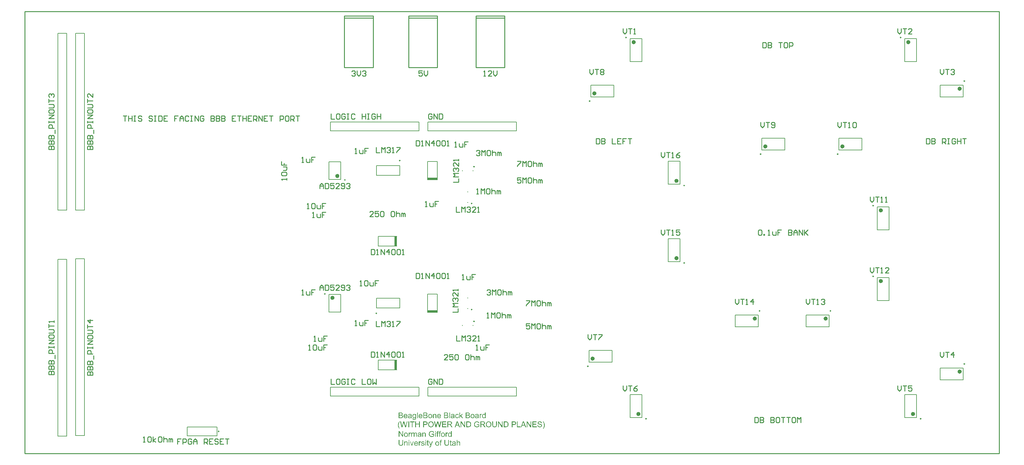
<source format=gto>
G04 Layer_Color=65535*
%FSLAX25Y25*%
%MOIN*%
G70*
G01*
G75*
%ADD22C,0.01000*%
%ADD34C,0.00984*%
%ADD35C,0.02362*%
%ADD36C,0.00787*%
%ADD37R,0.11024X0.03150*%
%ADD38R,0.03150X0.11024*%
G36*
X520234Y40000D02*
X519502D01*
Y40576D01*
X519493Y40566D01*
X519483Y40547D01*
X519454Y40517D01*
X519415Y40468D01*
X519376Y40420D01*
X519317Y40361D01*
X519249Y40303D01*
X519171Y40234D01*
X519083Y40176D01*
X518985Y40107D01*
X518878Y40049D01*
X518770Y40000D01*
X518644Y39951D01*
X518507Y39922D01*
X518361Y39902D01*
X518204Y39893D01*
X518146D01*
X518107Y39902D01*
X517999Y39912D01*
X517872Y39932D01*
X517707Y39971D01*
X517541Y40020D01*
X517355Y40098D01*
X517179Y40195D01*
X517170D01*
X517160Y40205D01*
X517101Y40254D01*
X517023Y40322D01*
X516916Y40420D01*
X516809Y40537D01*
X516682Y40683D01*
X516574Y40849D01*
X516467Y41044D01*
Y41054D01*
X516457Y41074D01*
X516447Y41103D01*
X516428Y41142D01*
X516408Y41191D01*
X516389Y41259D01*
X516340Y41415D01*
X516291Y41601D01*
X516252Y41815D01*
X516223Y42050D01*
X516213Y42313D01*
Y42323D01*
Y42342D01*
Y42381D01*
Y42430D01*
X516223Y42489D01*
Y42567D01*
X516243Y42733D01*
X516272Y42928D01*
X516311Y43133D01*
X516360Y43357D01*
X516438Y43572D01*
Y43582D01*
X516447Y43601D01*
X516467Y43631D01*
X516487Y43670D01*
X516535Y43767D01*
X516613Y43894D01*
X516711Y44041D01*
X516828Y44187D01*
X516965Y44324D01*
X517131Y44451D01*
X517140D01*
X517150Y44460D01*
X517209Y44499D01*
X517306Y44548D01*
X517433Y44607D01*
X517589Y44655D01*
X517765Y44704D01*
X517960Y44743D01*
X518165Y44753D01*
X518234D01*
X518312Y44743D01*
X518419Y44734D01*
X518526Y44704D01*
X518653Y44675D01*
X518780Y44626D01*
X518907Y44568D01*
X518927Y44558D01*
X518966Y44538D01*
X519024Y44499D01*
X519102Y44441D01*
X519180Y44382D01*
X519278Y44304D01*
X519366Y44207D01*
X519444Y44109D01*
Y46412D01*
X520234D01*
Y40000D01*
D02*
G37*
G36*
X463099Y44743D02*
X463197Y44734D01*
X463314Y44714D01*
X463451Y44685D01*
X463578Y44646D01*
X463714Y44597D01*
X463734Y44587D01*
X463773Y44568D01*
X463831Y44538D01*
X463909Y44490D01*
X463997Y44431D01*
X464085Y44363D01*
X464173Y44285D01*
X464241Y44197D01*
X464251Y44187D01*
X464271Y44158D01*
X464300Y44099D01*
X464339Y44031D01*
X464378Y43953D01*
X464417Y43855D01*
X464456Y43738D01*
X464485Y43621D01*
Y43611D01*
X464495Y43582D01*
X464505Y43523D01*
X464515Y43445D01*
Y43338D01*
X464524Y43201D01*
X464534Y43045D01*
Y42850D01*
Y40000D01*
X463743D01*
Y42821D01*
Y42830D01*
Y42840D01*
Y42899D01*
Y42987D01*
X463734Y43094D01*
X463724Y43201D01*
X463704Y43328D01*
X463675Y43435D01*
X463646Y43533D01*
Y43543D01*
X463626Y43572D01*
X463607Y43621D01*
X463578Y43670D01*
X463529Y43738D01*
X463470Y43797D01*
X463402Y43865D01*
X463324Y43924D01*
X463314Y43933D01*
X463285Y43943D01*
X463236Y43972D01*
X463168Y44002D01*
X463090Y44021D01*
X462992Y44050D01*
X462894Y44060D01*
X462777Y44070D01*
X462689D01*
X462602Y44050D01*
X462475Y44031D01*
X462338Y43992D01*
X462201Y43933D01*
X462045Y43855D01*
X461909Y43748D01*
X461889Y43728D01*
X461850Y43679D01*
X461792Y43601D01*
X461762Y43543D01*
X461733Y43475D01*
X461694Y43396D01*
X461665Y43309D01*
X461635Y43211D01*
X461606Y43104D01*
X461577Y42977D01*
X461567Y42840D01*
X461548Y42694D01*
Y42538D01*
Y40000D01*
X460757D01*
Y44646D01*
X461469D01*
Y43982D01*
X461479Y43992D01*
X461489Y44011D01*
X461518Y44050D01*
X461567Y44099D01*
X461616Y44158D01*
X461684Y44226D01*
X461753Y44294D01*
X461840Y44372D01*
X461948Y44441D01*
X462055Y44509D01*
X462172Y44577D01*
X462309Y44636D01*
X462445Y44685D01*
X462602Y44724D01*
X462768Y44743D01*
X462943Y44753D01*
X463012D01*
X463099Y44743D01*
D02*
G37*
G36*
X515374D02*
X515481Y44724D01*
X515598Y44685D01*
X515735Y44646D01*
X515881Y44577D01*
X516038Y44490D01*
X515755Y43767D01*
X515745Y43777D01*
X515706Y43797D01*
X515647Y43826D01*
X515579Y43855D01*
X515491Y43885D01*
X515393Y43914D01*
X515286Y43933D01*
X515179Y43943D01*
X515140D01*
X515091Y43933D01*
X515023Y43924D01*
X514954Y43904D01*
X514876Y43875D01*
X514798Y43836D01*
X514720Y43787D01*
X514710Y43777D01*
X514691Y43758D01*
X514652Y43719D01*
X514613Y43670D01*
X514564Y43611D01*
X514515Y43533D01*
X514476Y43445D01*
X514437Y43348D01*
X514427Y43328D01*
X514417Y43279D01*
X514398Y43191D01*
X514378Y43074D01*
X514349Y42938D01*
X514330Y42782D01*
X514320Y42616D01*
X514310Y42430D01*
Y40000D01*
X513519D01*
Y44646D01*
X514232D01*
Y43953D01*
X514242Y43963D01*
X514281Y44021D01*
X514330Y44109D01*
X514388Y44207D01*
X514466Y44314D01*
X514554Y44421D01*
X514632Y44519D01*
X514720Y44587D01*
X514730Y44597D01*
X514759Y44616D01*
X514808Y44636D01*
X514876Y44675D01*
X514945Y44704D01*
X515032Y44724D01*
X515130Y44743D01*
X515228Y44753D01*
X515296D01*
X515374Y44743D01*
D02*
G37*
G36*
X488143D02*
X488212D01*
X488280Y44734D01*
X488456Y44704D01*
X488651Y44655D01*
X488866Y44587D01*
X489071Y44490D01*
X489256Y44363D01*
X489266D01*
X489276Y44343D01*
X489334Y44294D01*
X489412Y44207D01*
X489510Y44089D01*
X489617Y43933D01*
X489715Y43748D01*
X489803Y43523D01*
X489871Y43279D01*
X489110Y43162D01*
Y43172D01*
X489100Y43182D01*
X489090Y43240D01*
X489061Y43318D01*
X489022Y43426D01*
X488963Y43543D01*
X488895Y43660D01*
X488817Y43767D01*
X488719Y43865D01*
X488710Y43875D01*
X488671Y43904D01*
X488612Y43943D01*
X488534Y43992D01*
X488436Y44031D01*
X488329Y44070D01*
X488192Y44099D01*
X488056Y44109D01*
X487997D01*
X487958Y44099D01*
X487851Y44089D01*
X487714Y44060D01*
X487558Y44002D01*
X487402Y43924D01*
X487236Y43826D01*
X487158Y43758D01*
X487089Y43679D01*
X487070Y43660D01*
X487060Y43631D01*
X487031Y43601D01*
X487002Y43553D01*
X486972Y43494D01*
X486943Y43426D01*
X486914Y43348D01*
X486875Y43260D01*
X486845Y43162D01*
X486816Y43045D01*
X486787Y42928D01*
X486758Y42791D01*
X486748Y42645D01*
X486728Y42489D01*
Y42323D01*
Y42313D01*
Y42284D01*
Y42235D01*
X486738Y42167D01*
Y42089D01*
X486748Y42001D01*
X486777Y41806D01*
X486816Y41581D01*
X486875Y41347D01*
X486963Y41142D01*
X487021Y41044D01*
X487080Y40957D01*
X487099Y40937D01*
X487148Y40888D01*
X487226Y40820D01*
X487333Y40751D01*
X487460Y40673D01*
X487626Y40605D01*
X487802Y40556D01*
X487899Y40547D01*
X488007Y40537D01*
X488085D01*
X488173Y40556D01*
X488280Y40576D01*
X488397Y40605D01*
X488534Y40654D01*
X488661Y40722D01*
X488778Y40820D01*
X488788Y40830D01*
X488827Y40878D01*
X488885Y40937D01*
X488944Y41035D01*
X489012Y41161D01*
X489080Y41308D01*
X489139Y41493D01*
X489178Y41698D01*
X489949Y41591D01*
Y41581D01*
X489939Y41552D01*
X489930Y41513D01*
X489920Y41464D01*
X489900Y41396D01*
X489881Y41318D01*
X489822Y41132D01*
X489734Y40937D01*
X489617Y40722D01*
X489471Y40527D01*
X489295Y40342D01*
X489285D01*
X489276Y40322D01*
X489246Y40303D01*
X489207Y40273D01*
X489149Y40234D01*
X489090Y40195D01*
X488944Y40117D01*
X488758Y40039D01*
X488534Y39961D01*
X488290Y39912D01*
X488153Y39902D01*
X488017Y39893D01*
X487929D01*
X487860Y39902D01*
X487782Y39912D01*
X487685Y39922D01*
X487587Y39941D01*
X487470Y39971D01*
X487226Y40039D01*
X487099Y40098D01*
X486972Y40156D01*
X486845Y40224D01*
X486728Y40303D01*
X486611Y40400D01*
X486494Y40508D01*
X486484Y40517D01*
X486465Y40537D01*
X486445Y40576D01*
X486406Y40625D01*
X486357Y40693D01*
X486309Y40771D01*
X486260Y40859D01*
X486211Y40966D01*
X486153Y41083D01*
X486104Y41220D01*
X486055Y41366D01*
X486006Y41532D01*
X485967Y41698D01*
X485948Y41893D01*
X485928Y42089D01*
X485918Y42303D01*
Y42313D01*
Y42333D01*
Y42381D01*
Y42430D01*
X485928Y42499D01*
Y42567D01*
X485948Y42752D01*
X485977Y42957D01*
X486026Y43172D01*
X486084Y43406D01*
X486162Y43621D01*
Y43631D01*
X486172Y43650D01*
X486192Y43679D01*
X486211Y43719D01*
X486270Y43816D01*
X486348Y43943D01*
X486455Y44080D01*
X486582Y44216D01*
X486738Y44353D01*
X486914Y44470D01*
X486924D01*
X486933Y44480D01*
X486963Y44499D01*
X487002Y44519D01*
X487109Y44558D01*
X487246Y44616D01*
X487402Y44665D01*
X487597Y44714D01*
X487802Y44743D01*
X488017Y44753D01*
X488095D01*
X488143Y44743D01*
D02*
G37*
G36*
X510709D02*
X510845Y44734D01*
X511001Y44714D01*
X511167Y44695D01*
X511323Y44655D01*
X511470Y44607D01*
X511489Y44597D01*
X511528Y44587D01*
X511597Y44548D01*
X511675Y44509D01*
X511763Y44460D01*
X511860Y44402D01*
X511938Y44333D01*
X512016Y44255D01*
X512026Y44246D01*
X512046Y44216D01*
X512075Y44177D01*
X512114Y44109D01*
X512153Y44031D01*
X512192Y43943D01*
X512231Y43836D01*
X512260Y43719D01*
Y43709D01*
X512270Y43679D01*
X512280Y43631D01*
X512290Y43553D01*
Y43455D01*
X512299Y43328D01*
X512309Y43182D01*
Y42996D01*
Y41942D01*
Y41932D01*
Y41893D01*
Y41835D01*
Y41767D01*
Y41679D01*
Y41581D01*
X512319Y41357D01*
Y41113D01*
X512329Y40888D01*
X512339Y40781D01*
Y40693D01*
X512348Y40615D01*
X512358Y40547D01*
Y40537D01*
X512368Y40498D01*
X512378Y40439D01*
X512397Y40371D01*
X512426Y40293D01*
X512465Y40195D01*
X512553Y40000D01*
X511733D01*
X511724Y40010D01*
X511714Y40039D01*
X511694Y40098D01*
X511665Y40166D01*
X511636Y40254D01*
X511616Y40351D01*
X511597Y40459D01*
X511577Y40586D01*
X511558Y40566D01*
X511499Y40527D01*
X511421Y40459D01*
X511304Y40381D01*
X511177Y40283D01*
X511031Y40195D01*
X510884Y40117D01*
X510728Y40049D01*
X510709Y40039D01*
X510660Y40029D01*
X510582Y40000D01*
X510474Y39971D01*
X510338Y39941D01*
X510191Y39922D01*
X510035Y39902D01*
X509860Y39893D01*
X509791D01*
X509733Y39902D01*
X509674D01*
X509596Y39912D01*
X509430Y39941D01*
X509235Y39981D01*
X509049Y40049D01*
X508854Y40137D01*
X508688Y40264D01*
X508669Y40283D01*
X508620Y40332D01*
X508561Y40410D01*
X508483Y40527D01*
X508405Y40664D01*
X508347Y40820D01*
X508298Y41015D01*
X508278Y41220D01*
Y41240D01*
Y41279D01*
X508288Y41347D01*
X508298Y41425D01*
X508317Y41523D01*
X508337Y41630D01*
X508376Y41737D01*
X508425Y41845D01*
X508435Y41854D01*
X508454Y41893D01*
X508483Y41942D01*
X508532Y42011D01*
X508591Y42079D01*
X508669Y42157D01*
X508747Y42225D01*
X508835Y42294D01*
X508845Y42303D01*
X508883Y42323D01*
X508932Y42352D01*
X509001Y42391D01*
X509089Y42440D01*
X509176Y42479D01*
X509284Y42518D01*
X509401Y42557D01*
X509411D01*
X509450Y42567D01*
X509498Y42577D01*
X509577Y42596D01*
X509674Y42616D01*
X509801Y42635D01*
X509938Y42655D01*
X510104Y42674D01*
X510113D01*
X510143Y42684D01*
X510191D01*
X510260Y42694D01*
X510338Y42704D01*
X510426Y42713D01*
X510640Y42752D01*
X510865Y42791D01*
X511099Y42830D01*
X511323Y42889D01*
X511421Y42918D01*
X511509Y42948D01*
Y42957D01*
Y42977D01*
X511519Y43035D01*
Y43104D01*
Y43133D01*
Y43152D01*
Y43162D01*
Y43172D01*
Y43231D01*
X511509Y43318D01*
X511489Y43416D01*
X511460Y43523D01*
X511421Y43641D01*
X511372Y43738D01*
X511294Y43826D01*
X511284Y43836D01*
X511236Y43865D01*
X511167Y43914D01*
X511070Y43963D01*
X510943Y44011D01*
X510787Y44060D01*
X510601Y44089D01*
X510396Y44099D01*
X510309D01*
X510211Y44089D01*
X510084Y44080D01*
X509947Y44050D01*
X509821Y44021D01*
X509684Y43972D01*
X509577Y43904D01*
X509567Y43894D01*
X509537Y43865D01*
X509489Y43816D01*
X509430Y43748D01*
X509362Y43650D01*
X509303Y43533D01*
X509235Y43387D01*
X509186Y43221D01*
X508415Y43328D01*
Y43338D01*
X508425Y43348D01*
X508435Y43406D01*
X508464Y43494D01*
X508493Y43611D01*
X508542Y43738D01*
X508601Y43865D01*
X508669Y44002D01*
X508757Y44119D01*
X508766Y44129D01*
X508805Y44168D01*
X508854Y44226D01*
X508932Y44294D01*
X509030Y44363D01*
X509157Y44441D01*
X509293Y44519D01*
X509450Y44587D01*
X509459D01*
X509469Y44597D01*
X509498Y44607D01*
X509528Y44616D01*
X509625Y44636D01*
X509752Y44675D01*
X509908Y44704D01*
X510084Y44724D01*
X510289Y44743D01*
X510504Y44753D01*
X510601D01*
X510709Y44743D01*
D02*
G37*
G36*
X500246Y46403D02*
X500314D01*
X500480Y46393D01*
X500666Y46363D01*
X500861Y46334D01*
X501056Y46285D01*
X501232Y46217D01*
X501241D01*
X501251Y46207D01*
X501310Y46178D01*
X501388Y46129D01*
X501485Y46071D01*
X501603Y45983D01*
X501720Y45875D01*
X501827Y45758D01*
X501934Y45612D01*
X501944Y45592D01*
X501973Y45544D01*
X502012Y45456D01*
X502061Y45349D01*
X502110Y45222D01*
X502149Y45085D01*
X502178Y44929D01*
X502188Y44763D01*
Y44743D01*
Y44695D01*
X502178Y44616D01*
X502159Y44509D01*
X502130Y44392D01*
X502091Y44265D01*
X502042Y44119D01*
X501964Y43982D01*
X501954Y43963D01*
X501925Y43924D01*
X501866Y43855D01*
X501798Y43777D01*
X501700Y43679D01*
X501583Y43592D01*
X501446Y43494D01*
X501280Y43406D01*
X501290D01*
X501310Y43396D01*
X501339Y43387D01*
X501378Y43377D01*
X501485Y43328D01*
X501612Y43270D01*
X501759Y43182D01*
X501905Y43084D01*
X502051Y42967D01*
X502178Y42821D01*
X502188Y42801D01*
X502227Y42752D01*
X502276Y42665D01*
X502344Y42547D01*
X502403Y42401D01*
X502452Y42245D01*
X502491Y42059D01*
X502500Y41854D01*
Y41835D01*
Y41776D01*
X502491Y41688D01*
X502481Y41581D01*
X502452Y41454D01*
X502422Y41308D01*
X502374Y41161D01*
X502305Y41015D01*
X502295Y40995D01*
X502276Y40947D01*
X502227Y40878D01*
X502178Y40791D01*
X502110Y40693D01*
X502032Y40595D01*
X501934Y40498D01*
X501837Y40410D01*
X501827Y40400D01*
X501788Y40381D01*
X501729Y40342D01*
X501642Y40293D01*
X501544Y40244D01*
X501417Y40195D01*
X501280Y40146D01*
X501134Y40098D01*
X501115D01*
X501056Y40078D01*
X500968Y40068D01*
X500851Y40049D01*
X500695Y40029D01*
X500519Y40020D01*
X500324Y40000D01*
X497659D01*
Y46412D01*
X500178D01*
X500246Y46403D01*
D02*
G37*
G36*
X491413Y42762D02*
X493277Y44646D01*
X494302D01*
X492526Y42918D01*
X494478Y40000D01*
X493502D01*
X491960Y42372D01*
X491413Y41845D01*
Y40000D01*
X490623D01*
Y46412D01*
X491413D01*
Y42762D01*
D02*
G37*
G36*
X483332Y44743D02*
X483468Y44734D01*
X483625Y44714D01*
X483791Y44695D01*
X483947Y44655D01*
X484093Y44607D01*
X484113Y44597D01*
X484152Y44587D01*
X484220Y44548D01*
X484298Y44509D01*
X484386Y44460D01*
X484483Y44402D01*
X484562Y44333D01*
X484640Y44255D01*
X484649Y44246D01*
X484669Y44216D01*
X484698Y44177D01*
X484737Y44109D01*
X484776Y44031D01*
X484815Y43943D01*
X484854Y43836D01*
X484884Y43719D01*
Y43709D01*
X484893Y43679D01*
X484903Y43631D01*
X484913Y43553D01*
Y43455D01*
X484923Y43328D01*
X484933Y43182D01*
Y42996D01*
Y41942D01*
Y41932D01*
Y41893D01*
Y41835D01*
Y41767D01*
Y41679D01*
Y41581D01*
X484942Y41357D01*
Y41113D01*
X484952Y40888D01*
X484962Y40781D01*
Y40693D01*
X484972Y40615D01*
X484981Y40547D01*
Y40537D01*
X484991Y40498D01*
X485001Y40439D01*
X485020Y40371D01*
X485050Y40293D01*
X485089Y40195D01*
X485177Y40000D01*
X484357D01*
X484347Y40010D01*
X484337Y40039D01*
X484318Y40098D01*
X484288Y40166D01*
X484259Y40254D01*
X484239Y40351D01*
X484220Y40459D01*
X484200Y40586D01*
X484181Y40566D01*
X484122Y40527D01*
X484044Y40459D01*
X483927Y40381D01*
X483800Y40283D01*
X483654Y40195D01*
X483507Y40117D01*
X483351Y40049D01*
X483332Y40039D01*
X483283Y40029D01*
X483205Y40000D01*
X483098Y39971D01*
X482961Y39941D01*
X482815Y39922D01*
X482658Y39902D01*
X482483Y39893D01*
X482414D01*
X482356Y39902D01*
X482297D01*
X482219Y39912D01*
X482053Y39941D01*
X481858Y39981D01*
X481673Y40049D01*
X481477Y40137D01*
X481312Y40264D01*
X481292Y40283D01*
X481243Y40332D01*
X481185Y40410D01*
X481107Y40527D01*
X481029Y40664D01*
X480970Y40820D01*
X480921Y41015D01*
X480902Y41220D01*
Y41240D01*
Y41279D01*
X480911Y41347D01*
X480921Y41425D01*
X480941Y41523D01*
X480960Y41630D01*
X480999Y41737D01*
X481048Y41845D01*
X481058Y41854D01*
X481077Y41893D01*
X481107Y41942D01*
X481155Y42011D01*
X481214Y42079D01*
X481292Y42157D01*
X481370Y42225D01*
X481458Y42294D01*
X481468Y42303D01*
X481507Y42323D01*
X481556Y42352D01*
X481624Y42391D01*
X481712Y42440D01*
X481800Y42479D01*
X481907Y42518D01*
X482024Y42557D01*
X482034D01*
X482073Y42567D01*
X482122Y42577D01*
X482200Y42596D01*
X482297Y42616D01*
X482424Y42635D01*
X482561Y42655D01*
X482727Y42674D01*
X482736D01*
X482766Y42684D01*
X482815D01*
X482883Y42694D01*
X482961Y42704D01*
X483049Y42713D01*
X483263Y42752D01*
X483488Y42791D01*
X483722Y42830D01*
X483947Y42889D01*
X484044Y42918D01*
X484132Y42948D01*
Y42957D01*
Y42977D01*
X484142Y43035D01*
Y43104D01*
Y43133D01*
Y43152D01*
Y43162D01*
Y43172D01*
Y43231D01*
X484132Y43318D01*
X484113Y43416D01*
X484083Y43523D01*
X484044Y43641D01*
X483995Y43738D01*
X483917Y43826D01*
X483908Y43836D01*
X483859Y43865D01*
X483791Y43914D01*
X483693Y43963D01*
X483566Y44011D01*
X483410Y44060D01*
X483224Y44089D01*
X483019Y44099D01*
X482932D01*
X482834Y44089D01*
X482707Y44080D01*
X482571Y44050D01*
X482444Y44021D01*
X482307Y43972D01*
X482200Y43904D01*
X482190Y43894D01*
X482161Y43865D01*
X482112Y43816D01*
X482053Y43748D01*
X481985Y43650D01*
X481926Y43533D01*
X481858Y43387D01*
X481809Y43221D01*
X481038Y43328D01*
Y43338D01*
X481048Y43348D01*
X481058Y43406D01*
X481087Y43494D01*
X481116Y43611D01*
X481165Y43738D01*
X481224Y43865D01*
X481292Y44002D01*
X481380Y44119D01*
X481390Y44129D01*
X481429Y44168D01*
X481477Y44226D01*
X481556Y44294D01*
X481653Y44363D01*
X481780Y44441D01*
X481917Y44519D01*
X482073Y44587D01*
X482083D01*
X482092Y44597D01*
X482122Y44607D01*
X482151Y44616D01*
X482248Y44636D01*
X482375Y44675D01*
X482531Y44704D01*
X482707Y44724D01*
X482912Y44743D01*
X483127Y44753D01*
X483224D01*
X483332Y44743D01*
D02*
G37*
G36*
X479955Y40000D02*
X479164D01*
Y46412D01*
X479955D01*
Y40000D01*
D02*
G37*
G36*
X475856Y46403D02*
X475924D01*
X476090Y46393D01*
X476275Y46363D01*
X476471Y46334D01*
X476666Y46285D01*
X476841Y46217D01*
X476851D01*
X476861Y46207D01*
X476920Y46178D01*
X476998Y46129D01*
X477095Y46071D01*
X477212Y45983D01*
X477329Y45875D01*
X477437Y45758D01*
X477544Y45612D01*
X477554Y45592D01*
X477583Y45544D01*
X477622Y45456D01*
X477671Y45349D01*
X477720Y45222D01*
X477759Y45085D01*
X477788Y44929D01*
X477798Y44763D01*
Y44743D01*
Y44695D01*
X477788Y44616D01*
X477769Y44509D01*
X477739Y44392D01*
X477700Y44265D01*
X477652Y44119D01*
X477573Y43982D01*
X477564Y43963D01*
X477534Y43924D01*
X477476Y43855D01*
X477408Y43777D01*
X477310Y43679D01*
X477193Y43592D01*
X477056Y43494D01*
X476890Y43406D01*
X476900D01*
X476920Y43396D01*
X476949Y43387D01*
X476988Y43377D01*
X477095Y43328D01*
X477222Y43270D01*
X477368Y43182D01*
X477515Y43084D01*
X477661Y42967D01*
X477788Y42821D01*
X477798Y42801D01*
X477837Y42752D01*
X477886Y42665D01*
X477954Y42547D01*
X478013Y42401D01*
X478061Y42245D01*
X478100Y42059D01*
X478110Y41854D01*
Y41835D01*
Y41776D01*
X478100Y41688D01*
X478091Y41581D01*
X478061Y41454D01*
X478032Y41308D01*
X477983Y41161D01*
X477915Y41015D01*
X477905Y40995D01*
X477886Y40947D01*
X477837Y40878D01*
X477788Y40791D01*
X477720Y40693D01*
X477642Y40595D01*
X477544Y40498D01*
X477447Y40410D01*
X477437Y40400D01*
X477398Y40381D01*
X477339Y40342D01*
X477251Y40293D01*
X477154Y40244D01*
X477027Y40195D01*
X476890Y40146D01*
X476744Y40098D01*
X476724D01*
X476666Y40078D01*
X476578Y40068D01*
X476461Y40049D01*
X476305Y40029D01*
X476129Y40020D01*
X475934Y40000D01*
X473269D01*
Y46412D01*
X475787D01*
X475856Y46403D01*
D02*
G37*
G36*
X452461D02*
X452529D01*
X452695Y46393D01*
X452881Y46363D01*
X453076Y46334D01*
X453271Y46285D01*
X453447Y46217D01*
X453456D01*
X453466Y46207D01*
X453525Y46178D01*
X453603Y46129D01*
X453700Y46071D01*
X453818Y45983D01*
X453935Y45875D01*
X454042Y45758D01*
X454149Y45612D01*
X454159Y45592D01*
X454188Y45544D01*
X454227Y45456D01*
X454276Y45349D01*
X454325Y45222D01*
X454364Y45085D01*
X454393Y44929D01*
X454403Y44763D01*
Y44743D01*
Y44695D01*
X454393Y44616D01*
X454374Y44509D01*
X454345Y44392D01*
X454306Y44265D01*
X454257Y44119D01*
X454179Y43982D01*
X454169Y43963D01*
X454140Y43924D01*
X454081Y43855D01*
X454013Y43777D01*
X453915Y43679D01*
X453798Y43592D01*
X453661Y43494D01*
X453496Y43406D01*
X453505D01*
X453525Y43396D01*
X453554Y43387D01*
X453593Y43377D01*
X453700Y43328D01*
X453827Y43270D01*
X453974Y43182D01*
X454120Y43084D01*
X454267Y42967D01*
X454393Y42821D01*
X454403Y42801D01*
X454442Y42752D01*
X454491Y42665D01*
X454559Y42547D01*
X454618Y42401D01*
X454667Y42245D01*
X454706Y42059D01*
X454715Y41854D01*
Y41835D01*
Y41776D01*
X454706Y41688D01*
X454696Y41581D01*
X454667Y41454D01*
X454637Y41308D01*
X454589Y41161D01*
X454520Y41015D01*
X454511Y40995D01*
X454491Y40947D01*
X454442Y40878D01*
X454393Y40791D01*
X454325Y40693D01*
X454247Y40595D01*
X454149Y40498D01*
X454052Y40410D01*
X454042Y40400D01*
X454003Y40381D01*
X453944Y40342D01*
X453857Y40293D01*
X453759Y40244D01*
X453632Y40195D01*
X453496Y40146D01*
X453349Y40098D01*
X453330D01*
X453271Y40078D01*
X453183Y40068D01*
X453066Y40049D01*
X452910Y40029D01*
X452734Y40020D01*
X452539Y40000D01*
X449875D01*
Y46412D01*
X452393D01*
X452461Y46403D01*
D02*
G37*
G36*
X443618Y40000D02*
X442828D01*
Y46412D01*
X443618D01*
Y40000D01*
D02*
G37*
G36*
X435049Y44743D02*
X435186Y44734D01*
X435342Y44714D01*
X435508Y44695D01*
X435664Y44655D01*
X435810Y44607D01*
X435830Y44597D01*
X435869Y44587D01*
X435937Y44548D01*
X436015Y44509D01*
X436103Y44460D01*
X436201Y44402D01*
X436279Y44333D01*
X436357Y44255D01*
X436367Y44246D01*
X436386Y44216D01*
X436415Y44177D01*
X436455Y44109D01*
X436494Y44031D01*
X436533Y43943D01*
X436572Y43836D01*
X436601Y43719D01*
Y43709D01*
X436611Y43679D01*
X436621Y43631D01*
X436630Y43553D01*
Y43455D01*
X436640Y43328D01*
X436650Y43182D01*
Y42996D01*
Y41942D01*
Y41932D01*
Y41893D01*
Y41835D01*
Y41767D01*
Y41679D01*
Y41581D01*
X436659Y41357D01*
Y41113D01*
X436669Y40888D01*
X436679Y40781D01*
Y40693D01*
X436689Y40615D01*
X436699Y40547D01*
Y40537D01*
X436708Y40498D01*
X436718Y40439D01*
X436738Y40371D01*
X436767Y40293D01*
X436806Y40195D01*
X436894Y40000D01*
X436074D01*
X436064Y40010D01*
X436054Y40039D01*
X436035Y40098D01*
X436006Y40166D01*
X435976Y40254D01*
X435957Y40351D01*
X435937Y40459D01*
X435918Y40586D01*
X435898Y40566D01*
X435840Y40527D01*
X435762Y40459D01*
X435644Y40381D01*
X435518Y40283D01*
X435371Y40195D01*
X435225Y40117D01*
X435069Y40049D01*
X435049Y40039D01*
X435000Y40029D01*
X434922Y40000D01*
X434815Y39971D01*
X434678Y39941D01*
X434532Y39922D01*
X434376Y39902D01*
X434200Y39893D01*
X434132D01*
X434073Y39902D01*
X434015D01*
X433937Y39912D01*
X433771Y39941D01*
X433575Y39981D01*
X433390Y40049D01*
X433195Y40137D01*
X433029Y40264D01*
X433009Y40283D01*
X432961Y40332D01*
X432902Y40410D01*
X432824Y40527D01*
X432746Y40664D01*
X432687Y40820D01*
X432638Y41015D01*
X432619Y41220D01*
Y41240D01*
Y41279D01*
X432629Y41347D01*
X432638Y41425D01*
X432658Y41523D01*
X432677Y41630D01*
X432717Y41737D01*
X432765Y41845D01*
X432775Y41854D01*
X432795Y41893D01*
X432824Y41942D01*
X432873Y42011D01*
X432931Y42079D01*
X433009Y42157D01*
X433087Y42225D01*
X433175Y42294D01*
X433185Y42303D01*
X433224Y42323D01*
X433273Y42352D01*
X433341Y42391D01*
X433429Y42440D01*
X433517Y42479D01*
X433624Y42518D01*
X433741Y42557D01*
X433751D01*
X433790Y42567D01*
X433839Y42577D01*
X433917Y42596D01*
X434015Y42616D01*
X434141Y42635D01*
X434278Y42655D01*
X434444Y42674D01*
X434454D01*
X434483Y42684D01*
X434532D01*
X434600Y42694D01*
X434678Y42704D01*
X434766Y42713D01*
X434981Y42752D01*
X435205Y42791D01*
X435439Y42830D01*
X435664Y42889D01*
X435762Y42918D01*
X435849Y42948D01*
Y42957D01*
Y42977D01*
X435859Y43035D01*
Y43104D01*
Y43133D01*
Y43152D01*
Y43162D01*
Y43172D01*
Y43231D01*
X435849Y43318D01*
X435830Y43416D01*
X435801Y43523D01*
X435762Y43641D01*
X435713Y43738D01*
X435635Y43826D01*
X435625Y43836D01*
X435576Y43865D01*
X435508Y43914D01*
X435410Y43963D01*
X435283Y44011D01*
X435127Y44060D01*
X434942Y44089D01*
X434737Y44099D01*
X434649D01*
X434551Y44089D01*
X434424Y44080D01*
X434288Y44050D01*
X434161Y44021D01*
X434024Y43972D01*
X433917Y43904D01*
X433907Y43894D01*
X433878Y43865D01*
X433829Y43816D01*
X433771Y43748D01*
X433702Y43650D01*
X433644Y43533D01*
X433575Y43387D01*
X433527Y43221D01*
X432756Y43328D01*
Y43338D01*
X432765Y43348D01*
X432775Y43406D01*
X432804Y43494D01*
X432834Y43611D01*
X432882Y43738D01*
X432941Y43865D01*
X433009Y44002D01*
X433097Y44119D01*
X433107Y44129D01*
X433146Y44168D01*
X433195Y44226D01*
X433273Y44294D01*
X433370Y44363D01*
X433497Y44441D01*
X433634Y44519D01*
X433790Y44587D01*
X433800D01*
X433810Y44597D01*
X433839Y44607D01*
X433868Y44616D01*
X433966Y44636D01*
X434093Y44675D01*
X434249Y44704D01*
X434424Y44724D01*
X434629Y44743D01*
X434844Y44753D01*
X434942D01*
X435049Y44743D01*
D02*
G37*
G36*
X424586Y46403D02*
X424655D01*
X424821Y46393D01*
X425006Y46363D01*
X425201Y46334D01*
X425396Y46285D01*
X425572Y46217D01*
X425582D01*
X425592Y46207D01*
X425650Y46178D01*
X425728Y46129D01*
X425826Y46071D01*
X425943Y45983D01*
X426060Y45875D01*
X426167Y45758D01*
X426275Y45612D01*
X426285Y45592D01*
X426314Y45544D01*
X426353Y45456D01*
X426402Y45349D01*
X426451Y45222D01*
X426490Y45085D01*
X426519Y44929D01*
X426529Y44763D01*
Y44743D01*
Y44695D01*
X426519Y44616D01*
X426499Y44509D01*
X426470Y44392D01*
X426431Y44265D01*
X426382Y44119D01*
X426304Y43982D01*
X426294Y43963D01*
X426265Y43924D01*
X426207Y43855D01*
X426138Y43777D01*
X426041Y43679D01*
X425923Y43592D01*
X425787Y43494D01*
X425621Y43406D01*
X425631D01*
X425650Y43396D01*
X425679Y43387D01*
X425719Y43377D01*
X425826Y43328D01*
X425953Y43270D01*
X426099Y43182D01*
X426246Y43084D01*
X426392Y42967D01*
X426519Y42821D01*
X426529Y42801D01*
X426568Y42752D01*
X426616Y42665D01*
X426685Y42547D01*
X426743Y42401D01*
X426792Y42245D01*
X426831Y42059D01*
X426841Y41854D01*
Y41835D01*
Y41776D01*
X426831Y41688D01*
X426821Y41581D01*
X426792Y41454D01*
X426763Y41308D01*
X426714Y41161D01*
X426646Y41015D01*
X426636Y40995D01*
X426616Y40947D01*
X426568Y40878D01*
X426519Y40791D01*
X426451Y40693D01*
X426372Y40595D01*
X426275Y40498D01*
X426177Y40410D01*
X426167Y40400D01*
X426128Y40381D01*
X426070Y40342D01*
X425982Y40293D01*
X425884Y40244D01*
X425758Y40195D01*
X425621Y40146D01*
X425475Y40098D01*
X425455D01*
X425396Y40078D01*
X425309Y40068D01*
X425191Y40049D01*
X425035Y40029D01*
X424860Y40020D01*
X424664Y40000D01*
X422000D01*
Y46412D01*
X424518D01*
X424586Y46403D01*
D02*
G37*
G36*
X505604Y44743D02*
X505692Y44734D01*
X505780Y44724D01*
X505887Y44704D01*
X506004Y44675D01*
X506248Y44597D01*
X506375Y44548D01*
X506512Y44490D01*
X506639Y44412D01*
X506766Y44324D01*
X506892Y44226D01*
X507010Y44119D01*
X507019Y44109D01*
X507039Y44089D01*
X507068Y44050D01*
X507107Y44002D01*
X507156Y43943D01*
X507205Y43865D01*
X507263Y43767D01*
X507322Y43670D01*
X507371Y43553D01*
X507429Y43416D01*
X507478Y43279D01*
X507527Y43123D01*
X507566Y42957D01*
X507595Y42772D01*
X507615Y42586D01*
X507624Y42381D01*
Y42372D01*
Y42342D01*
Y42294D01*
Y42235D01*
X507615Y42157D01*
Y42069D01*
X507605Y41971D01*
X507595Y41864D01*
X507556Y41640D01*
X507507Y41405D01*
X507439Y41171D01*
X507351Y40966D01*
Y40957D01*
X507341Y40947D01*
X507302Y40878D01*
X507234Y40791D01*
X507146Y40673D01*
X507039Y40547D01*
X506902Y40420D01*
X506746Y40293D01*
X506561Y40176D01*
X506551D01*
X506541Y40166D01*
X506512Y40146D01*
X506473Y40137D01*
X506365Y40088D01*
X506229Y40039D01*
X506063Y39981D01*
X505877Y39941D01*
X505673Y39902D01*
X505448Y39893D01*
X505350D01*
X505282Y39902D01*
X505204Y39912D01*
X505106Y39922D01*
X504999Y39941D01*
X504882Y39971D01*
X504638Y40049D01*
X504501Y40098D01*
X504374Y40156D01*
X504238Y40224D01*
X504111Y40312D01*
X503984Y40410D01*
X503867Y40517D01*
X503857Y40527D01*
X503838Y40547D01*
X503808Y40586D01*
X503779Y40634D01*
X503730Y40703D01*
X503681Y40781D01*
X503623Y40869D01*
X503574Y40976D01*
X503515Y41103D01*
X503457Y41230D01*
X503408Y41386D01*
X503369Y41542D01*
X503330Y41718D01*
X503301Y41903D01*
X503281Y42108D01*
X503271Y42323D01*
Y42342D01*
Y42381D01*
X503281Y42450D01*
Y42538D01*
X503291Y42645D01*
X503311Y42762D01*
X503330Y42899D01*
X503359Y43045D01*
X503398Y43201D01*
X503447Y43357D01*
X503506Y43514D01*
X503574Y43670D01*
X503652Y43826D01*
X503750Y43972D01*
X503857Y44109D01*
X503984Y44236D01*
X503994Y44246D01*
X504013Y44255D01*
X504043Y44285D01*
X504091Y44314D01*
X504150Y44353D01*
X504218Y44402D01*
X504296Y44451D01*
X504394Y44499D01*
X504492Y44538D01*
X504599Y44587D01*
X504853Y44675D01*
X505136Y44734D01*
X505292Y44743D01*
X505448Y44753D01*
X505536D01*
X505604Y44743D01*
D02*
G37*
G36*
X467794D02*
X467872Y44734D01*
X467970Y44724D01*
X468067Y44704D01*
X468184Y44675D01*
X468419Y44597D01*
X468545Y44548D01*
X468672Y44480D01*
X468799Y44412D01*
X468926Y44324D01*
X469043Y44226D01*
X469160Y44109D01*
X469170Y44099D01*
X469190Y44080D01*
X469219Y44041D01*
X469258Y43992D01*
X469297Y43924D01*
X469346Y43845D01*
X469404Y43758D01*
X469463Y43650D01*
X469512Y43523D01*
X469570Y43396D01*
X469619Y43250D01*
X469668Y43084D01*
X469697Y42918D01*
X469726Y42733D01*
X469746Y42538D01*
X469756Y42323D01*
Y42313D01*
Y42274D01*
Y42206D01*
X469746Y42118D01*
X466291D01*
Y42108D01*
Y42089D01*
X466301Y42040D01*
Y41991D01*
X466310Y41923D01*
X466320Y41854D01*
X466359Y41679D01*
X466418Y41493D01*
X466486Y41298D01*
X466593Y41103D01*
X466720Y40937D01*
X466740Y40917D01*
X466789Y40878D01*
X466877Y40810D01*
X466984Y40742D01*
X467130Y40664D01*
X467296Y40595D01*
X467482Y40556D01*
X467687Y40537D01*
X467765D01*
X467843Y40547D01*
X467940Y40566D01*
X468057Y40595D01*
X468184Y40634D01*
X468311Y40683D01*
X468428Y40761D01*
X468438Y40771D01*
X468477Y40810D01*
X468536Y40859D01*
X468604Y40947D01*
X468682Y41044D01*
X468760Y41171D01*
X468838Y41327D01*
X468916Y41503D01*
X469726Y41396D01*
Y41386D01*
X469717Y41366D01*
X469707Y41327D01*
X469687Y41279D01*
X469668Y41220D01*
X469639Y41152D01*
X469560Y40986D01*
X469463Y40810D01*
X469346Y40625D01*
X469190Y40439D01*
X469014Y40283D01*
X469004D01*
X468994Y40264D01*
X468965Y40244D01*
X468916Y40224D01*
X468867Y40195D01*
X468809Y40156D01*
X468741Y40127D01*
X468653Y40088D01*
X468467Y40020D01*
X468233Y39951D01*
X467979Y39912D01*
X467687Y39893D01*
X467589D01*
X467521Y39902D01*
X467433Y39912D01*
X467335Y39922D01*
X467228Y39941D01*
X467101Y39971D01*
X466847Y40049D01*
X466711Y40098D01*
X466584Y40156D01*
X466447Y40224D01*
X466320Y40312D01*
X466193Y40410D01*
X466076Y40517D01*
X466066Y40527D01*
X466047Y40547D01*
X466018Y40586D01*
X465988Y40634D01*
X465940Y40693D01*
X465891Y40771D01*
X465832Y40869D01*
X465783Y40976D01*
X465725Y41093D01*
X465666Y41220D01*
X465617Y41366D01*
X465578Y41523D01*
X465539Y41688D01*
X465510Y41874D01*
X465491Y42069D01*
X465481Y42274D01*
Y42284D01*
Y42323D01*
Y42391D01*
X465491Y42469D01*
X465500Y42567D01*
X465510Y42684D01*
X465530Y42811D01*
X465559Y42948D01*
X465627Y43240D01*
X465676Y43387D01*
X465735Y43543D01*
X465803Y43689D01*
X465881Y43836D01*
X465969Y43972D01*
X466076Y44099D01*
X466086Y44109D01*
X466105Y44129D01*
X466135Y44158D01*
X466184Y44207D01*
X466242Y44255D01*
X466320Y44304D01*
X466398Y44363D01*
X466496Y44431D01*
X466603Y44490D01*
X466720Y44548D01*
X466847Y44597D01*
X466994Y44655D01*
X467140Y44695D01*
X467296Y44724D01*
X467462Y44743D01*
X467638Y44753D01*
X467726D01*
X467794Y44743D01*
D02*
G37*
G36*
X457819D02*
X457907Y44734D01*
X457995Y44724D01*
X458102Y44704D01*
X458219Y44675D01*
X458463Y44597D01*
X458590Y44548D01*
X458727Y44490D01*
X458854Y44412D01*
X458981Y44324D01*
X459107Y44226D01*
X459225Y44119D01*
X459234Y44109D01*
X459254Y44089D01*
X459283Y44050D01*
X459322Y44002D01*
X459371Y43943D01*
X459420Y43865D01*
X459478Y43767D01*
X459537Y43670D01*
X459586Y43553D01*
X459644Y43416D01*
X459693Y43279D01*
X459742Y43123D01*
X459781Y42957D01*
X459810Y42772D01*
X459830Y42586D01*
X459839Y42381D01*
Y42372D01*
Y42342D01*
Y42294D01*
Y42235D01*
X459830Y42157D01*
Y42069D01*
X459820Y41971D01*
X459810Y41864D01*
X459771Y41640D01*
X459722Y41405D01*
X459654Y41171D01*
X459566Y40966D01*
Y40957D01*
X459556Y40947D01*
X459517Y40878D01*
X459449Y40791D01*
X459361Y40673D01*
X459254Y40547D01*
X459117Y40420D01*
X458961Y40293D01*
X458776Y40176D01*
X458766D01*
X458756Y40166D01*
X458727Y40146D01*
X458688Y40137D01*
X458580Y40088D01*
X458444Y40039D01*
X458278Y39981D01*
X458092Y39941D01*
X457888Y39902D01*
X457663Y39893D01*
X457565D01*
X457497Y39902D01*
X457419Y39912D01*
X457321Y39922D01*
X457214Y39941D01*
X457097Y39971D01*
X456853Y40049D01*
X456716Y40098D01*
X456589Y40156D01*
X456453Y40224D01*
X456326Y40312D01*
X456199Y40410D01*
X456082Y40517D01*
X456072Y40527D01*
X456053Y40547D01*
X456023Y40586D01*
X455994Y40634D01*
X455945Y40703D01*
X455897Y40781D01*
X455838Y40869D01*
X455789Y40976D01*
X455731Y41103D01*
X455672Y41230D01*
X455623Y41386D01*
X455584Y41542D01*
X455545Y41718D01*
X455516Y41903D01*
X455496Y42108D01*
X455487Y42323D01*
Y42342D01*
Y42381D01*
X455496Y42450D01*
Y42538D01*
X455506Y42645D01*
X455526Y42762D01*
X455545Y42899D01*
X455574Y43045D01*
X455613Y43201D01*
X455662Y43357D01*
X455721Y43514D01*
X455789Y43670D01*
X455867Y43826D01*
X455965Y43972D01*
X456072Y44109D01*
X456199Y44236D01*
X456209Y44246D01*
X456228Y44255D01*
X456258Y44285D01*
X456306Y44314D01*
X456365Y44353D01*
X456433Y44402D01*
X456511Y44451D01*
X456609Y44499D01*
X456707Y44538D01*
X456814Y44587D01*
X457068Y44675D01*
X457351Y44734D01*
X457507Y44743D01*
X457663Y44753D01*
X457751D01*
X457819Y44743D01*
D02*
G37*
G36*
X446888D02*
X446966Y44734D01*
X447064Y44724D01*
X447161Y44704D01*
X447278Y44675D01*
X447513Y44597D01*
X447640Y44548D01*
X447766Y44480D01*
X447893Y44412D01*
X448020Y44324D01*
X448137Y44226D01*
X448254Y44109D01*
X448264Y44099D01*
X448284Y44080D01*
X448313Y44041D01*
X448352Y43992D01*
X448391Y43924D01*
X448440Y43845D01*
X448498Y43758D01*
X448557Y43650D01*
X448606Y43523D01*
X448664Y43396D01*
X448713Y43250D01*
X448762Y43084D01*
X448791Y42918D01*
X448820Y42733D01*
X448840Y42538D01*
X448850Y42323D01*
Y42313D01*
Y42274D01*
Y42206D01*
X448840Y42118D01*
X445385D01*
Y42108D01*
Y42089D01*
X445395Y42040D01*
Y41991D01*
X445404Y41923D01*
X445414Y41854D01*
X445453Y41679D01*
X445512Y41493D01*
X445580Y41298D01*
X445687Y41103D01*
X445814Y40937D01*
X445834Y40917D01*
X445883Y40878D01*
X445971Y40810D01*
X446078Y40742D01*
X446224Y40664D01*
X446390Y40595D01*
X446576Y40556D01*
X446781Y40537D01*
X446859D01*
X446937Y40547D01*
X447034Y40566D01*
X447152Y40595D01*
X447278Y40634D01*
X447405Y40683D01*
X447522Y40761D01*
X447532Y40771D01*
X447571Y40810D01*
X447630Y40859D01*
X447698Y40947D01*
X447776Y41044D01*
X447854Y41171D01*
X447932Y41327D01*
X448010Y41503D01*
X448820Y41396D01*
Y41386D01*
X448811Y41366D01*
X448801Y41327D01*
X448781Y41279D01*
X448762Y41220D01*
X448733Y41152D01*
X448655Y40986D01*
X448557Y40810D01*
X448440Y40625D01*
X448284Y40439D01*
X448108Y40283D01*
X448098D01*
X448089Y40264D01*
X448059Y40244D01*
X448010Y40224D01*
X447962Y40195D01*
X447903Y40156D01*
X447835Y40127D01*
X447747Y40088D01*
X447561Y40020D01*
X447327Y39951D01*
X447073Y39912D01*
X446781Y39893D01*
X446683D01*
X446615Y39902D01*
X446527Y39912D01*
X446429Y39922D01*
X446322Y39941D01*
X446195Y39971D01*
X445941Y40049D01*
X445805Y40098D01*
X445678Y40156D01*
X445541Y40224D01*
X445414Y40312D01*
X445287Y40410D01*
X445170Y40517D01*
X445160Y40527D01*
X445141Y40547D01*
X445112Y40586D01*
X445082Y40634D01*
X445034Y40693D01*
X444985Y40771D01*
X444926Y40869D01*
X444877Y40976D01*
X444819Y41093D01*
X444760Y41220D01*
X444711Y41366D01*
X444672Y41523D01*
X444633Y41688D01*
X444604Y41874D01*
X444585Y42069D01*
X444575Y42274D01*
Y42284D01*
Y42323D01*
Y42391D01*
X444585Y42469D01*
X444594Y42567D01*
X444604Y42684D01*
X444624Y42811D01*
X444653Y42948D01*
X444721Y43240D01*
X444770Y43387D01*
X444829Y43543D01*
X444897Y43689D01*
X444975Y43836D01*
X445063Y43972D01*
X445170Y44099D01*
X445180Y44109D01*
X445199Y44129D01*
X445229Y44158D01*
X445278Y44207D01*
X445336Y44255D01*
X445414Y44304D01*
X445492Y44363D01*
X445590Y44431D01*
X445697Y44490D01*
X445814Y44548D01*
X445941Y44597D01*
X446088Y44655D01*
X446234Y44695D01*
X446390Y44724D01*
X446556Y44743D01*
X446732Y44753D01*
X446820D01*
X446888Y44743D01*
D02*
G37*
G36*
X429964D02*
X430042Y44734D01*
X430140Y44724D01*
X430237Y44704D01*
X430355Y44675D01*
X430589Y44597D01*
X430716Y44548D01*
X430843Y44480D01*
X430969Y44412D01*
X431096Y44324D01*
X431213Y44226D01*
X431331Y44109D01*
X431340Y44099D01*
X431360Y44080D01*
X431389Y44041D01*
X431428Y43992D01*
X431467Y43924D01*
X431516Y43845D01*
X431575Y43758D01*
X431633Y43650D01*
X431682Y43523D01*
X431741Y43396D01*
X431789Y43250D01*
X431838Y43084D01*
X431867Y42918D01*
X431897Y42733D01*
X431916Y42538D01*
X431926Y42323D01*
Y42313D01*
Y42274D01*
Y42206D01*
X431916Y42118D01*
X428461D01*
Y42108D01*
Y42089D01*
X428471Y42040D01*
Y41991D01*
X428481Y41923D01*
X428490Y41854D01*
X428529Y41679D01*
X428588Y41493D01*
X428656Y41298D01*
X428764Y41103D01*
X428891Y40937D01*
X428910Y40917D01*
X428959Y40878D01*
X429047Y40810D01*
X429154Y40742D01*
X429300Y40664D01*
X429466Y40595D01*
X429652Y40556D01*
X429857Y40537D01*
X429935D01*
X430013Y40547D01*
X430111Y40566D01*
X430228Y40595D01*
X430355Y40634D01*
X430481Y40683D01*
X430599Y40761D01*
X430608Y40771D01*
X430647Y40810D01*
X430706Y40859D01*
X430774Y40947D01*
X430852Y41044D01*
X430930Y41171D01*
X431008Y41327D01*
X431087Y41503D01*
X431897Y41396D01*
Y41386D01*
X431887Y41366D01*
X431877Y41327D01*
X431858Y41279D01*
X431838Y41220D01*
X431809Y41152D01*
X431731Y40986D01*
X431633Y40810D01*
X431516Y40625D01*
X431360Y40439D01*
X431184Y40283D01*
X431174D01*
X431165Y40264D01*
X431135Y40244D01*
X431087Y40224D01*
X431038Y40195D01*
X430979Y40156D01*
X430911Y40127D01*
X430823Y40088D01*
X430638Y40020D01*
X430403Y39951D01*
X430150Y39912D01*
X429857Y39893D01*
X429759D01*
X429691Y39902D01*
X429603Y39912D01*
X429505Y39922D01*
X429398Y39941D01*
X429271Y39971D01*
X429017Y40049D01*
X428881Y40098D01*
X428754Y40156D01*
X428617Y40224D01*
X428490Y40312D01*
X428364Y40410D01*
X428246Y40517D01*
X428237Y40527D01*
X428217Y40547D01*
X428188Y40586D01*
X428159Y40634D01*
X428110Y40693D01*
X428061Y40771D01*
X428002Y40869D01*
X427954Y40976D01*
X427895Y41093D01*
X427837Y41220D01*
X427788Y41366D01*
X427749Y41523D01*
X427710Y41688D01*
X427680Y41874D01*
X427661Y42069D01*
X427651Y42274D01*
Y42284D01*
Y42323D01*
Y42391D01*
X427661Y42469D01*
X427671Y42567D01*
X427680Y42684D01*
X427700Y42811D01*
X427729Y42948D01*
X427797Y43240D01*
X427846Y43387D01*
X427905Y43543D01*
X427973Y43689D01*
X428051Y43836D01*
X428139Y43972D01*
X428246Y44099D01*
X428256Y44109D01*
X428276Y44129D01*
X428305Y44158D01*
X428354Y44207D01*
X428412Y44255D01*
X428490Y44304D01*
X428569Y44363D01*
X428666Y44431D01*
X428773Y44490D01*
X428891Y44548D01*
X429017Y44597D01*
X429164Y44655D01*
X429310Y44695D01*
X429466Y44724D01*
X429632Y44743D01*
X429808Y44753D01*
X429896D01*
X429964Y44743D01*
D02*
G37*
G36*
X439705D02*
X439773Y44734D01*
X439861Y44714D01*
X440046Y44665D01*
X440154Y44636D01*
X440261Y44587D01*
X440378Y44538D01*
X440495Y44470D01*
X440603Y44392D01*
X440720Y44304D01*
X440827Y44197D01*
X440925Y44080D01*
Y44646D01*
X441647D01*
Y40625D01*
Y40615D01*
Y40576D01*
Y40527D01*
Y40449D01*
X441637Y40361D01*
Y40264D01*
X441627Y40146D01*
X441618Y40029D01*
X441588Y39785D01*
X441549Y39531D01*
X441501Y39297D01*
X441461Y39190D01*
X441422Y39102D01*
Y39092D01*
X441413Y39083D01*
X441383Y39024D01*
X441325Y38946D01*
X441257Y38839D01*
X441159Y38721D01*
X441042Y38604D01*
X440895Y38487D01*
X440729Y38380D01*
X440720D01*
X440710Y38370D01*
X440681Y38360D01*
X440642Y38341D01*
X440544Y38292D01*
X440407Y38253D01*
X440232Y38204D01*
X440027Y38155D01*
X439802Y38126D01*
X439548Y38116D01*
X439470D01*
X439412Y38126D01*
X439344D01*
X439256Y38136D01*
X439070Y38165D01*
X438856Y38214D01*
X438631Y38273D01*
X438407Y38370D01*
X438202Y38497D01*
X438192D01*
X438182Y38517D01*
X438124Y38565D01*
X438045Y38653D01*
X437948Y38780D01*
X437860Y38936D01*
X437782Y39131D01*
X437733Y39356D01*
X437714Y39483D01*
Y39619D01*
X438475Y39512D01*
Y39492D01*
X438485Y39453D01*
X438504Y39395D01*
X438524Y39317D01*
X438563Y39229D01*
X438612Y39141D01*
X438670Y39063D01*
X438748Y38995D01*
X438758Y38985D01*
X438807Y38956D01*
X438865Y38926D01*
X438963Y38887D01*
X439070Y38839D01*
X439207Y38809D01*
X439373Y38780D01*
X439548Y38770D01*
X439636D01*
X439734Y38780D01*
X439861Y38800D01*
X439997Y38829D01*
X440134Y38868D01*
X440271Y38917D01*
X440388Y38995D01*
X440398Y39004D01*
X440437Y39034D01*
X440485Y39083D01*
X440554Y39151D01*
X440622Y39239D01*
X440681Y39336D01*
X440739Y39463D01*
X440788Y39600D01*
Y39610D01*
X440798Y39649D01*
X440807Y39717D01*
X440817Y39815D01*
X440837Y39951D01*
Y40039D01*
X440847Y40127D01*
Y40234D01*
Y40342D01*
Y40468D01*
Y40605D01*
X440837Y40595D01*
X440827Y40576D01*
X440798Y40547D01*
X440759Y40508D01*
X440700Y40468D01*
X440642Y40410D01*
X440495Y40303D01*
X440310Y40195D01*
X440085Y40098D01*
X439968Y40059D01*
X439841Y40029D01*
X439705Y40010D01*
X439568Y40000D01*
X439480D01*
X439412Y40010D01*
X439334Y40020D01*
X439236Y40039D01*
X439139Y40059D01*
X439021Y40088D01*
X438904Y40117D01*
X438787Y40166D01*
X438660Y40224D01*
X438543Y40293D01*
X438416Y40371D01*
X438299Y40459D01*
X438192Y40566D01*
X438085Y40683D01*
X438075Y40693D01*
X438065Y40712D01*
X438036Y40751D01*
X438006Y40810D01*
X437967Y40878D01*
X437919Y40957D01*
X437870Y41044D01*
X437821Y41152D01*
X437772Y41269D01*
X437723Y41396D01*
X437684Y41532D01*
X437636Y41679D01*
X437577Y41991D01*
X437567Y42167D01*
X437557Y42342D01*
Y42352D01*
Y42372D01*
Y42411D01*
Y42459D01*
X437567Y42518D01*
Y42586D01*
X437587Y42743D01*
X437616Y42938D01*
X437655Y43143D01*
X437714Y43357D01*
X437792Y43572D01*
Y43582D01*
X437801Y43601D01*
X437821Y43631D01*
X437841Y43670D01*
X437889Y43767D01*
X437967Y43894D01*
X438075Y44031D01*
X438192Y44177D01*
X438329Y44314D01*
X438494Y44441D01*
X438504D01*
X438514Y44451D01*
X438543Y44470D01*
X438573Y44490D01*
X438670Y44538D01*
X438797Y44597D01*
X438963Y44655D01*
X439139Y44704D01*
X439344Y44743D01*
X439568Y44753D01*
X439646D01*
X439705Y44743D01*
D02*
G37*
G36*
X581407Y36310D02*
X581475D01*
X581641Y36290D01*
X581836Y36261D01*
X582051Y36222D01*
X582266Y36163D01*
X582471Y36085D01*
X582480D01*
X582490Y36076D01*
X582519Y36066D01*
X582558Y36046D01*
X582656Y35988D01*
X582783Y35919D01*
X582920Y35822D01*
X583056Y35705D01*
X583193Y35568D01*
X583310Y35412D01*
X583320Y35392D01*
X583359Y35334D01*
X583407Y35236D01*
X583456Y35119D01*
X583515Y34973D01*
X583573Y34797D01*
X583612Y34612D01*
X583632Y34407D01*
X582822Y34348D01*
Y34358D01*
Y34377D01*
X582812Y34407D01*
X582802Y34446D01*
X582783Y34553D01*
X582744Y34690D01*
X582685Y34836D01*
X582607Y34983D01*
X582500Y35129D01*
X582373Y35256D01*
X582353Y35266D01*
X582305Y35305D01*
X582217Y35353D01*
X582100Y35412D01*
X581944Y35471D01*
X581748Y35519D01*
X581524Y35558D01*
X581260Y35568D01*
X581133D01*
X581075Y35558D01*
X580997D01*
X580831Y35529D01*
X580645Y35500D01*
X580460Y35451D01*
X580284Y35383D01*
X580206Y35334D01*
X580138Y35285D01*
X580128Y35275D01*
X580089Y35236D01*
X580031Y35178D01*
X579972Y35090D01*
X579904Y34992D01*
X579855Y34875D01*
X579816Y34748D01*
X579796Y34602D01*
Y34582D01*
Y34543D01*
X579806Y34475D01*
X579826Y34397D01*
X579855Y34309D01*
X579904Y34212D01*
X579962Y34124D01*
X580040Y34036D01*
X580050Y34026D01*
X580099Y33997D01*
X580128Y33977D01*
X580167Y33948D01*
X580226Y33928D01*
X580294Y33899D01*
X580372Y33860D01*
X580460Y33821D01*
X580558Y33792D01*
X580675Y33753D01*
X580811Y33704D01*
X580958Y33665D01*
X581124Y33626D01*
X581309Y33577D01*
X581319D01*
X581358Y33567D01*
X581407Y33558D01*
X581475Y33538D01*
X581563Y33519D01*
X581661Y33489D01*
X581875Y33441D01*
X582109Y33372D01*
X582344Y33304D01*
X582461Y33275D01*
X582558Y33235D01*
X582656Y33196D01*
X582734Y33167D01*
X582744D01*
X582763Y33157D01*
X582783Y33138D01*
X582822Y33118D01*
X582920Y33060D01*
X583046Y32991D01*
X583183Y32894D01*
X583320Y32777D01*
X583447Y32650D01*
X583554Y32513D01*
X583564Y32494D01*
X583593Y32445D01*
X583642Y32367D01*
X583691Y32250D01*
X583739Y32123D01*
X583788Y31967D01*
X583817Y31791D01*
X583827Y31606D01*
Y31596D01*
Y31586D01*
Y31557D01*
Y31518D01*
X583808Y31420D01*
X583788Y31293D01*
X583759Y31147D01*
X583700Y30981D01*
X583632Y30805D01*
X583534Y30639D01*
X583525Y30620D01*
X583476Y30561D01*
X583417Y30483D01*
X583320Y30386D01*
X583203Y30268D01*
X583056Y30151D01*
X582880Y30044D01*
X582685Y29937D01*
X582676D01*
X582656Y29927D01*
X582627Y29917D01*
X582588Y29898D01*
X582539Y29878D01*
X582480Y29859D01*
X582324Y29820D01*
X582149Y29771D01*
X581934Y29732D01*
X581709Y29702D01*
X581456Y29693D01*
X581309D01*
X581241Y29702D01*
X581153D01*
X581055Y29712D01*
X580948Y29722D01*
X580723Y29751D01*
X580479Y29800D01*
X580235Y29859D01*
X580001Y29937D01*
X579991D01*
X579972Y29946D01*
X579943Y29966D01*
X579904Y29985D01*
X579796Y30044D01*
X579669Y30132D01*
X579513Y30239D01*
X579367Y30366D01*
X579211Y30522D01*
X579074Y30698D01*
Y30708D01*
X579064Y30717D01*
X579045Y30747D01*
X579025Y30786D01*
X578996Y30835D01*
X578967Y30893D01*
X578908Y31040D01*
X578850Y31205D01*
X578791Y31410D01*
X578752Y31625D01*
X578732Y31859D01*
X579533Y31928D01*
Y31918D01*
Y31908D01*
X579543Y31850D01*
X579562Y31762D01*
X579582Y31645D01*
X579621Y31518D01*
X579660Y31381D01*
X579718Y31254D01*
X579787Y31127D01*
X579796Y31118D01*
X579826Y31079D01*
X579874Y31020D01*
X579952Y30952D01*
X580040Y30874D01*
X580148Y30786D01*
X580284Y30708D01*
X580431Y30630D01*
X580441D01*
X580450Y30620D01*
X580509Y30600D01*
X580597Y30571D01*
X580723Y30542D01*
X580860Y30503D01*
X581036Y30473D01*
X581221Y30454D01*
X581417Y30444D01*
X581495D01*
X581592Y30454D01*
X581700Y30464D01*
X581836Y30473D01*
X581973Y30503D01*
X582119Y30532D01*
X582266Y30581D01*
X582285Y30591D01*
X582324Y30610D01*
X582393Y30639D01*
X582471Y30688D01*
X582568Y30747D01*
X582656Y30815D01*
X582744Y30893D01*
X582822Y30981D01*
X582832Y30991D01*
X582851Y31030D01*
X582880Y31079D01*
X582920Y31147D01*
X582949Y31225D01*
X582978Y31323D01*
X582998Y31420D01*
X583007Y31528D01*
Y31537D01*
Y31576D01*
X582998Y31635D01*
X582988Y31703D01*
X582968Y31791D01*
X582929Y31879D01*
X582890Y31967D01*
X582832Y32055D01*
X582822Y32064D01*
X582802Y32094D01*
X582754Y32133D01*
X582695Y32191D01*
X582617Y32250D01*
X582519Y32308D01*
X582393Y32377D01*
X582256Y32435D01*
X582246Y32445D01*
X582207Y32455D01*
X582129Y32474D01*
X582080Y32494D01*
X582022Y32513D01*
X581944Y32533D01*
X581865Y32552D01*
X581768Y32582D01*
X581670Y32611D01*
X581553Y32640D01*
X581417Y32669D01*
X581270Y32708D01*
X581114Y32748D01*
X581104D01*
X581075Y32757D01*
X581026Y32767D01*
X580968Y32787D01*
X580899Y32806D01*
X580821Y32826D01*
X580636Y32874D01*
X580431Y32943D01*
X580226Y33011D01*
X580040Y33079D01*
X579952Y33109D01*
X579884Y33148D01*
X579874D01*
X579865Y33157D01*
X579806Y33196D01*
X579728Y33245D01*
X579630Y33314D01*
X579513Y33401D01*
X579406Y33499D01*
X579299Y33616D01*
X579201Y33743D01*
X579191Y33763D01*
X579162Y33811D01*
X579133Y33880D01*
X579094Y33977D01*
X579045Y34094D01*
X579015Y34231D01*
X578986Y34387D01*
X578976Y34543D01*
Y34553D01*
Y34563D01*
Y34592D01*
Y34631D01*
X578996Y34719D01*
X579015Y34836D01*
X579045Y34983D01*
X579094Y35129D01*
X579162Y35295D01*
X579250Y35451D01*
Y35461D01*
X579259Y35471D01*
X579299Y35519D01*
X579367Y35597D01*
X579455Y35695D01*
X579562Y35793D01*
X579699Y35900D01*
X579865Y36007D01*
X580050Y36095D01*
X580060D01*
X580070Y36105D01*
X580099Y36115D01*
X580148Y36134D01*
X580197Y36144D01*
X580255Y36163D01*
X580392Y36212D01*
X580567Y36251D01*
X580763Y36281D01*
X580987Y36310D01*
X581221Y36320D01*
X581338D01*
X581407Y36310D01*
D02*
G37*
G36*
X510569D02*
X510647D01*
X510813Y36290D01*
X510998Y36261D01*
X511213Y36222D01*
X511427Y36163D01*
X511642Y36085D01*
X511652D01*
X511671Y36076D01*
X511701Y36066D01*
X511740Y36046D01*
X511837Y35998D01*
X511964Y35919D01*
X512111Y35832D01*
X512257Y35724D01*
X512403Y35607D01*
X512530Y35461D01*
X512540Y35441D01*
X512579Y35392D01*
X512638Y35305D01*
X512716Y35178D01*
X512794Y35031D01*
X512872Y34856D01*
X512950Y34651D01*
X513018Y34416D01*
X512247Y34202D01*
Y34212D01*
X512238Y34221D01*
X512228Y34280D01*
X512189Y34368D01*
X512150Y34485D01*
X512101Y34602D01*
X512042Y34729D01*
X511974Y34856D01*
X511896Y34973D01*
X511886Y34983D01*
X511857Y35022D01*
X511808Y35070D01*
X511740Y35139D01*
X511652Y35207D01*
X511545Y35285D01*
X511427Y35353D01*
X511281Y35422D01*
X511262Y35432D01*
X511213Y35451D01*
X511125Y35480D01*
X511018Y35510D01*
X510891Y35539D01*
X510744Y35568D01*
X510578Y35588D01*
X510403Y35597D01*
X510305D01*
X510198Y35588D01*
X510061Y35578D01*
X509905Y35549D01*
X509729Y35519D01*
X509563Y35471D01*
X509397Y35412D01*
X509378Y35402D01*
X509329Y35383D01*
X509251Y35344D01*
X509153Y35285D01*
X509046Y35217D01*
X508929Y35139D01*
X508822Y35051D01*
X508714Y34944D01*
X508705Y34934D01*
X508675Y34895D01*
X508626Y34836D01*
X508568Y34758D01*
X508499Y34661D01*
X508431Y34553D01*
X508373Y34436D01*
X508314Y34309D01*
Y34299D01*
X508304Y34280D01*
X508295Y34251D01*
X508275Y34202D01*
X508255Y34153D01*
X508236Y34085D01*
X508197Y33928D01*
X508148Y33733D01*
X508109Y33519D01*
X508080Y33275D01*
X508070Y33021D01*
Y33011D01*
Y32982D01*
Y32943D01*
X508080Y32874D01*
Y32806D01*
X508090Y32718D01*
X508099Y32621D01*
X508109Y32523D01*
X508138Y32289D01*
X508197Y32045D01*
X508265Y31811D01*
X508363Y31576D01*
Y31567D01*
X508373Y31547D01*
X508392Y31518D01*
X508421Y31479D01*
X508490Y31381D01*
X508578Y31254D01*
X508695Y31118D01*
X508841Y30971D01*
X509017Y30835D01*
X509212Y30717D01*
X509222D01*
X509241Y30708D01*
X509271Y30688D01*
X509310Y30678D01*
X509358Y30659D01*
X509427Y30630D01*
X509573Y30581D01*
X509759Y30532D01*
X509954Y30483D01*
X510178Y30454D01*
X510413Y30444D01*
X510510D01*
X510617Y30454D01*
X510754Y30473D01*
X510910Y30493D01*
X511096Y30532D01*
X511291Y30581D01*
X511486Y30649D01*
X511496D01*
X511506Y30659D01*
X511535Y30669D01*
X511574Y30688D01*
X511671Y30727D01*
X511789Y30786D01*
X511915Y30854D01*
X512042Y30932D01*
X512169Y31020D01*
X512286Y31108D01*
Y32318D01*
X510403D01*
Y33070D01*
X513116D01*
Y30688D01*
X513106Y30678D01*
X513087Y30669D01*
X513057Y30639D01*
X513009Y30610D01*
X512950Y30561D01*
X512882Y30522D01*
X512716Y30405D01*
X512521Y30288D01*
X512306Y30161D01*
X512062Y30044D01*
X511818Y29937D01*
X511808D01*
X511789Y29927D01*
X511750Y29917D01*
X511701Y29898D01*
X511642Y29878D01*
X511574Y29859D01*
X511486Y29839D01*
X511398Y29820D01*
X511193Y29771D01*
X510969Y29732D01*
X510715Y29702D01*
X510461Y29693D01*
X510373D01*
X510305Y29702D01*
X510217D01*
X510120Y29712D01*
X510012Y29722D01*
X509895Y29741D01*
X509622Y29790D01*
X509339Y29859D01*
X509036Y29956D01*
X508743Y30093D01*
X508734Y30103D01*
X508714Y30112D01*
X508665Y30132D01*
X508617Y30171D01*
X508548Y30210D01*
X508480Y30259D01*
X508314Y30386D01*
X508119Y30551D01*
X507933Y30757D01*
X507748Y30991D01*
X507582Y31254D01*
Y31264D01*
X507563Y31293D01*
X507543Y31332D01*
X507523Y31391D01*
X507494Y31459D01*
X507455Y31547D01*
X507426Y31645D01*
X507387Y31762D01*
X507348Y31879D01*
X507319Y32015D01*
X507250Y32308D01*
X507211Y32630D01*
X507192Y32972D01*
Y32982D01*
Y33011D01*
Y33060D01*
X507201Y33128D01*
Y33216D01*
X507211Y33314D01*
X507221Y33421D01*
X507240Y33538D01*
X507289Y33811D01*
X507358Y34104D01*
X507455Y34416D01*
X507582Y34719D01*
Y34729D01*
X507602Y34758D01*
X507621Y34797D01*
X507650Y34856D01*
X507699Y34924D01*
X507748Y34992D01*
X507865Y35178D01*
X508031Y35373D01*
X508216Y35568D01*
X508451Y35754D01*
X508568Y35841D01*
X508705Y35919D01*
X508714D01*
X508734Y35939D01*
X508783Y35959D01*
X508831Y35978D01*
X508900Y36017D01*
X508988Y36046D01*
X509085Y36085D01*
X509193Y36125D01*
X509310Y36154D01*
X509437Y36193D01*
X509729Y36261D01*
X510042Y36300D01*
X510393Y36320D01*
X510510D01*
X510569Y36310D01*
D02*
G37*
G36*
X445811Y29800D02*
X444962D01*
Y32826D01*
X441643D01*
Y29800D01*
X440794D01*
Y36212D01*
X441643D01*
Y33577D01*
X444962D01*
Y36212D01*
X445811D01*
Y29800D01*
D02*
G37*
G36*
X571617D02*
X570749D01*
X567382Y34836D01*
Y29800D01*
X566572D01*
Y36212D01*
X567430D01*
X570807Y31176D01*
Y36212D01*
X571617D01*
Y29800D01*
D02*
G37*
G36*
X539283D02*
X538414D01*
X535047Y34836D01*
Y29800D01*
X534237D01*
Y36212D01*
X535096D01*
X538473Y31176D01*
Y36212D01*
X539283D01*
Y29800D01*
D02*
G37*
G36*
X497031D02*
X496163D01*
X492796Y34836D01*
Y29800D01*
X491986D01*
Y36212D01*
X492844D01*
X496221Y31176D01*
Y36212D01*
X497031D01*
Y29800D01*
D02*
G37*
G36*
X468552D02*
X467722D01*
X466375Y34680D01*
Y34690D01*
X466366Y34709D01*
X466356Y34739D01*
X466346Y34778D01*
X466317Y34885D01*
X466288Y35002D01*
X466249Y35139D01*
X466219Y35256D01*
X466190Y35363D01*
X466180Y35402D01*
X466170Y35432D01*
Y35412D01*
X466151Y35363D01*
X466131Y35275D01*
X466102Y35178D01*
X466073Y35051D01*
X466044Y34934D01*
X466005Y34807D01*
X465975Y34680D01*
X464628Y29800D01*
X463740D01*
X462061Y36212D01*
X462930D01*
X463896Y31996D01*
Y31986D01*
X463906Y31967D01*
X463916Y31928D01*
X463926Y31889D01*
X463935Y31820D01*
X463955Y31752D01*
X463994Y31586D01*
X464033Y31391D01*
X464082Y31166D01*
X464121Y30932D01*
X464170Y30688D01*
Y30698D01*
X464179Y30737D01*
X464189Y30786D01*
X464209Y30854D01*
X464228Y30932D01*
X464248Y31020D01*
X464306Y31225D01*
X464355Y31430D01*
X464404Y31625D01*
X464423Y31703D01*
X464443Y31781D01*
X464453Y31840D01*
X464462Y31879D01*
X465682Y36212D01*
X466707D01*
X467625Y32962D01*
Y32952D01*
X467644Y32904D01*
X467654Y32845D01*
X467683Y32757D01*
X467703Y32650D01*
X467742Y32523D01*
X467771Y32377D01*
X467810Y32221D01*
X467849Y32055D01*
X467888Y31879D01*
X467976Y31488D01*
X468054Y31088D01*
X468122Y30688D01*
Y30698D01*
X468132Y30717D01*
Y30747D01*
X468142Y30795D01*
X468161Y30854D01*
X468171Y30922D01*
X468191Y31001D01*
X468210Y31088D01*
X468259Y31293D01*
X468308Y31537D01*
X468376Y31801D01*
X468444Y32084D01*
X469440Y36212D01*
X470299D01*
X468552Y29800D01*
D02*
G37*
G36*
X430263D02*
X429434D01*
X428087Y34680D01*
Y34690D01*
X428077Y34709D01*
X428067Y34739D01*
X428058Y34778D01*
X428028Y34885D01*
X427999Y35002D01*
X427960Y35139D01*
X427931Y35256D01*
X427901Y35363D01*
X427892Y35402D01*
X427882Y35432D01*
Y35412D01*
X427862Y35363D01*
X427843Y35275D01*
X427814Y35178D01*
X427784Y35051D01*
X427755Y34934D01*
X427716Y34807D01*
X427687Y34680D01*
X426340Y29800D01*
X425452D01*
X423773Y36212D01*
X424642D01*
X425608Y31996D01*
Y31986D01*
X425618Y31967D01*
X425627Y31928D01*
X425637Y31889D01*
X425647Y31820D01*
X425666Y31752D01*
X425705Y31586D01*
X425744Y31391D01*
X425793Y31166D01*
X425832Y30932D01*
X425881Y30688D01*
Y30698D01*
X425891Y30737D01*
X425901Y30786D01*
X425920Y30854D01*
X425940Y30932D01*
X425959Y31020D01*
X426018Y31225D01*
X426067Y31430D01*
X426115Y31625D01*
X426135Y31703D01*
X426154Y31781D01*
X426164Y31840D01*
X426174Y31879D01*
X427394Y36212D01*
X428419D01*
X429336Y32962D01*
Y32952D01*
X429356Y32904D01*
X429365Y32845D01*
X429395Y32757D01*
X429414Y32650D01*
X429453Y32523D01*
X429483Y32377D01*
X429522Y32221D01*
X429561Y32055D01*
X429600Y31879D01*
X429688Y31488D01*
X429766Y31088D01*
X429834Y30688D01*
Y30698D01*
X429844Y30717D01*
Y30747D01*
X429853Y30795D01*
X429873Y30854D01*
X429883Y30922D01*
X429902Y31001D01*
X429922Y31088D01*
X429971Y31293D01*
X430019Y31537D01*
X430088Y31801D01*
X430156Y32084D01*
X431151Y36212D01*
X432010D01*
X430263Y29800D01*
D02*
G37*
G36*
X532831Y32504D02*
Y32494D01*
Y32465D01*
Y32416D01*
Y32347D01*
X532821Y32260D01*
Y32172D01*
X532812Y32064D01*
X532802Y31947D01*
X532773Y31703D01*
X532734Y31449D01*
X532685Y31196D01*
X532607Y30971D01*
Y30961D01*
X532597Y30942D01*
X532587Y30913D01*
X532568Y30874D01*
X532509Y30776D01*
X532431Y30639D01*
X532324Y30493D01*
X532187Y30337D01*
X532011Y30190D01*
X531816Y30044D01*
X531806D01*
X531787Y30024D01*
X531758Y30015D01*
X531709Y29985D01*
X531660Y29966D01*
X531592Y29937D01*
X531504Y29898D01*
X531416Y29868D01*
X531318Y29839D01*
X531201Y29800D01*
X531084Y29771D01*
X530947Y29751D01*
X530655Y29712D01*
X530323Y29693D01*
X530235D01*
X530176Y29702D01*
X530098D01*
X530011Y29712D01*
X529913Y29722D01*
X529806Y29732D01*
X529571Y29771D01*
X529327Y29820D01*
X529074Y29898D01*
X528849Y29995D01*
X528839D01*
X528820Y30015D01*
X528800Y30024D01*
X528761Y30054D01*
X528654Y30122D01*
X528537Y30229D01*
X528400Y30356D01*
X528273Y30503D01*
X528146Y30688D01*
X528039Y30893D01*
Y30903D01*
X528029Y30922D01*
X528020Y30952D01*
X528000Y31001D01*
X527981Y31059D01*
X527961Y31137D01*
X527941Y31225D01*
X527922Y31323D01*
X527893Y31430D01*
X527873Y31547D01*
X527854Y31684D01*
X527834Y31820D01*
X527815Y31977D01*
X527805Y32142D01*
X527795Y32318D01*
Y32504D01*
Y36212D01*
X528644D01*
Y32504D01*
Y32494D01*
Y32465D01*
Y32425D01*
Y32367D01*
Y32299D01*
X528654Y32221D01*
X528664Y32035D01*
X528683Y31840D01*
X528703Y31635D01*
X528742Y31440D01*
X528761Y31352D01*
X528791Y31274D01*
X528800Y31254D01*
X528820Y31205D01*
X528859Y31137D01*
X528917Y31049D01*
X528986Y30952D01*
X529083Y30844D01*
X529191Y30747D01*
X529327Y30659D01*
X529347Y30649D01*
X529396Y30630D01*
X529474Y30591D01*
X529581Y30561D01*
X529718Y30522D01*
X529874Y30483D01*
X530050Y30464D01*
X530245Y30454D01*
X530333D01*
X530401Y30464D01*
X530479D01*
X530567Y30473D01*
X530762Y30503D01*
X530987Y30561D01*
X531201Y30630D01*
X531406Y30737D01*
X531504Y30795D01*
X531582Y30874D01*
Y30883D01*
X531601Y30893D01*
X531621Y30922D01*
X531640Y30961D01*
X531679Y31010D01*
X531709Y31069D01*
X531748Y31147D01*
X531787Y31235D01*
X531816Y31342D01*
X531855Y31459D01*
X531894Y31586D01*
X531923Y31742D01*
X531943Y31908D01*
X531963Y32084D01*
X531982Y32289D01*
Y32504D01*
Y36212D01*
X532831D01*
Y32504D01*
D02*
G37*
G36*
X577698Y35461D02*
X573911D01*
Y33489D01*
X577454D01*
Y32738D01*
X573911D01*
Y30551D01*
X577844D01*
Y29800D01*
X573062D01*
Y36212D01*
X577698D01*
Y35461D01*
D02*
G37*
G36*
X565888Y29800D02*
X564932D01*
X564190Y31742D01*
X561496D01*
X560803Y29800D01*
X559905D01*
X562355Y36212D01*
X563282D01*
X565888Y29800D01*
D02*
G37*
G36*
X556441Y30551D02*
X559593D01*
Y29800D01*
X555591D01*
Y36212D01*
X556441D01*
Y30551D01*
D02*
G37*
G36*
X552429Y36203D02*
X552585Y36193D01*
X552751Y36183D01*
X552908Y36163D01*
X553044Y36144D01*
X553064D01*
X553122Y36125D01*
X553210Y36105D01*
X553317Y36076D01*
X553444Y36037D01*
X553571Y35988D01*
X553708Y35919D01*
X553835Y35841D01*
X553844Y35832D01*
X553893Y35802D01*
X553952Y35754D01*
X554020Y35685D01*
X554098Y35597D01*
X554186Y35490D01*
X554274Y35373D01*
X554352Y35227D01*
X554362Y35207D01*
X554381Y35158D01*
X554411Y35080D01*
X554450Y34973D01*
X554489Y34846D01*
X554518Y34699D01*
X554537Y34534D01*
X554547Y34358D01*
Y34348D01*
Y34319D01*
Y34280D01*
X554537Y34221D01*
X554528Y34153D01*
X554518Y34065D01*
X554508Y33977D01*
X554479Y33880D01*
X554420Y33655D01*
X554323Y33431D01*
X554264Y33314D01*
X554196Y33196D01*
X554118Y33079D01*
X554020Y32972D01*
X554010Y32962D01*
X553991Y32952D01*
X553962Y32923D01*
X553923Y32884D01*
X553854Y32845D01*
X553786Y32796D01*
X553698Y32748D01*
X553591Y32699D01*
X553474Y32640D01*
X553337Y32591D01*
X553181Y32543D01*
X553015Y32504D01*
X552820Y32465D01*
X552615Y32435D01*
X552390Y32425D01*
X552146Y32416D01*
X550507D01*
Y29800D01*
X549657D01*
Y36212D01*
X552283D01*
X552429Y36203D01*
D02*
G37*
G36*
X543333D02*
X543509Y36193D01*
X543704Y36173D01*
X543889Y36144D01*
X544045Y36115D01*
X544055D01*
X544075Y36105D01*
X544094D01*
X544133Y36085D01*
X544241Y36056D01*
X544368Y36007D01*
X544514Y35949D01*
X544670Y35871D01*
X544826Y35773D01*
X544982Y35656D01*
X544992D01*
X545002Y35636D01*
X545070Y35578D01*
X545158Y35480D01*
X545265Y35353D01*
X545392Y35197D01*
X545519Y35012D01*
X545636Y34797D01*
X545744Y34553D01*
Y34543D01*
X545753Y34524D01*
X545763Y34485D01*
X545783Y34436D01*
X545802Y34377D01*
X545822Y34299D01*
X545851Y34212D01*
X545871Y34114D01*
X545890Y34007D01*
X545919Y33889D01*
X545958Y33636D01*
X545988Y33353D01*
X545997Y33040D01*
Y33031D01*
Y33011D01*
Y32972D01*
Y32913D01*
X545988Y32855D01*
Y32777D01*
X545978Y32601D01*
X545958Y32406D01*
X545919Y32181D01*
X545880Y31957D01*
X545822Y31742D01*
Y31732D01*
X545812Y31713D01*
X545802Y31684D01*
X545792Y31645D01*
X545753Y31547D01*
X545705Y31410D01*
X545646Y31264D01*
X545568Y31108D01*
X545480Y30952D01*
X545383Y30805D01*
X545373Y30786D01*
X545334Y30747D01*
X545285Y30678D01*
X545207Y30591D01*
X545129Y30503D01*
X545021Y30405D01*
X544914Y30307D01*
X544797Y30220D01*
X544787Y30210D01*
X544738Y30190D01*
X544670Y30151D01*
X544582Y30103D01*
X544475Y30054D01*
X544348Y30005D01*
X544202Y29956D01*
X544036Y29907D01*
X544016D01*
X543958Y29888D01*
X543870Y29878D01*
X543743Y29859D01*
X543597Y29839D01*
X543421Y29820D01*
X543226Y29810D01*
X543011Y29800D01*
X540707D01*
Y36212D01*
X543167D01*
X543333Y36203D01*
D02*
G37*
G36*
X517430D02*
X517508D01*
X517703Y36193D01*
X517908Y36173D01*
X518123Y36134D01*
X518328Y36095D01*
X518425Y36066D01*
X518513Y36037D01*
X518523D01*
X518533Y36027D01*
X518591Y36007D01*
X518669Y35959D01*
X518767Y35890D01*
X518884Y35812D01*
X519001Y35705D01*
X519118Y35578D01*
X519226Y35422D01*
X519236Y35402D01*
X519265Y35344D01*
X519314Y35256D01*
X519362Y35139D01*
X519411Y34992D01*
X519460Y34826D01*
X519489Y34651D01*
X519499Y34455D01*
Y34446D01*
Y34426D01*
Y34387D01*
X519489Y34338D01*
Y34280D01*
X519480Y34212D01*
X519441Y34055D01*
X519392Y33870D01*
X519314Y33685D01*
X519197Y33489D01*
X519128Y33392D01*
X519050Y33304D01*
X519031Y33284D01*
X519001Y33265D01*
X518972Y33226D01*
X518923Y33196D01*
X518865Y33148D01*
X518796Y33109D01*
X518718Y33060D01*
X518630Y33011D01*
X518523Y32962D01*
X518416Y32913D01*
X518289Y32865D01*
X518162Y32816D01*
X518015Y32777D01*
X517859Y32748D01*
X517693Y32718D01*
X517713Y32708D01*
X517752Y32689D01*
X517811Y32660D01*
X517879Y32621D01*
X518045Y32513D01*
X518133Y32455D01*
X518201Y32396D01*
X518221Y32377D01*
X518269Y32338D01*
X518338Y32260D01*
X518425Y32162D01*
X518533Y32035D01*
X518650Y31889D01*
X518777Y31723D01*
X518904Y31537D01*
X520016Y29800D01*
X518953D01*
X518103Y31127D01*
Y31137D01*
X518084Y31157D01*
X518064Y31186D01*
X518045Y31225D01*
X517977Y31323D01*
X517889Y31449D01*
X517791Y31596D01*
X517684Y31742D01*
X517586Y31879D01*
X517488Y32006D01*
X517479Y32015D01*
X517449Y32055D01*
X517401Y32113D01*
X517352Y32181D01*
X517205Y32318D01*
X517137Y32386D01*
X517059Y32435D01*
X517049Y32445D01*
X517030Y32455D01*
X516991Y32474D01*
X516942Y32504D01*
X516825Y32562D01*
X516678Y32611D01*
X516669D01*
X516649Y32621D01*
X516610D01*
X516561Y32630D01*
X516493Y32640D01*
X516415D01*
X516317Y32650D01*
X515224D01*
Y29800D01*
X514375D01*
Y36212D01*
X517352D01*
X517430Y36203D01*
D02*
G37*
G36*
X501082D02*
X501258Y36193D01*
X501453Y36173D01*
X501638Y36144D01*
X501794Y36115D01*
X501804D01*
X501824Y36105D01*
X501843D01*
X501882Y36085D01*
X501990Y36056D01*
X502116Y36007D01*
X502263Y35949D01*
X502419Y35871D01*
X502575Y35773D01*
X502731Y35656D01*
X502741D01*
X502751Y35636D01*
X502819Y35578D01*
X502907Y35480D01*
X503014Y35353D01*
X503141Y35197D01*
X503268Y35012D01*
X503385Y34797D01*
X503493Y34553D01*
Y34543D01*
X503502Y34524D01*
X503512Y34485D01*
X503532Y34436D01*
X503551Y34377D01*
X503571Y34299D01*
X503600Y34212D01*
X503619Y34114D01*
X503639Y34007D01*
X503668Y33889D01*
X503707Y33636D01*
X503737Y33353D01*
X503746Y33040D01*
Y33031D01*
Y33011D01*
Y32972D01*
Y32913D01*
X503737Y32855D01*
Y32777D01*
X503727Y32601D01*
X503707Y32406D01*
X503668Y32181D01*
X503629Y31957D01*
X503571Y31742D01*
Y31732D01*
X503561Y31713D01*
X503551Y31684D01*
X503541Y31645D01*
X503502Y31547D01*
X503454Y31410D01*
X503395Y31264D01*
X503317Y31108D01*
X503229Y30952D01*
X503131Y30805D01*
X503122Y30786D01*
X503083Y30747D01*
X503034Y30678D01*
X502956Y30591D01*
X502878Y30503D01*
X502770Y30405D01*
X502663Y30307D01*
X502546Y30220D01*
X502536Y30210D01*
X502487Y30190D01*
X502419Y30151D01*
X502331Y30103D01*
X502224Y30054D01*
X502097Y30005D01*
X501951Y29956D01*
X501785Y29907D01*
X501765D01*
X501707Y29888D01*
X501619Y29878D01*
X501492Y29859D01*
X501345Y29839D01*
X501170Y29820D01*
X500975Y29810D01*
X500760Y29800D01*
X498456D01*
Y36212D01*
X500916D01*
X501082Y36203D01*
D02*
G37*
G36*
X491302Y29800D02*
X490346D01*
X489604Y31742D01*
X486910D01*
X486217Y29800D01*
X485320D01*
X487769Y36212D01*
X488696D01*
X491302Y29800D01*
D02*
G37*
G36*
X480137Y36203D02*
X480215D01*
X480410Y36193D01*
X480615Y36173D01*
X480830Y36134D01*
X481035Y36095D01*
X481133Y36066D01*
X481220Y36037D01*
X481230D01*
X481240Y36027D01*
X481298Y36007D01*
X481377Y35959D01*
X481474Y35890D01*
X481591Y35812D01*
X481708Y35705D01*
X481825Y35578D01*
X481933Y35422D01*
X481943Y35402D01*
X481972Y35344D01*
X482021Y35256D01*
X482069Y35139D01*
X482118Y34992D01*
X482167Y34826D01*
X482196Y34651D01*
X482206Y34455D01*
Y34446D01*
Y34426D01*
Y34387D01*
X482196Y34338D01*
Y34280D01*
X482187Y34212D01*
X482148Y34055D01*
X482099Y33870D01*
X482021Y33685D01*
X481904Y33489D01*
X481835Y33392D01*
X481757Y33304D01*
X481738Y33284D01*
X481708Y33265D01*
X481679Y33226D01*
X481630Y33196D01*
X481572Y33148D01*
X481503Y33109D01*
X481425Y33060D01*
X481337Y33011D01*
X481230Y32962D01*
X481123Y32913D01*
X480996Y32865D01*
X480869Y32816D01*
X480723Y32777D01*
X480566Y32748D01*
X480401Y32718D01*
X480420Y32708D01*
X480459Y32689D01*
X480518Y32660D01*
X480586Y32621D01*
X480752Y32513D01*
X480840Y32455D01*
X480908Y32396D01*
X480928Y32377D01*
X480976Y32338D01*
X481045Y32260D01*
X481133Y32162D01*
X481240Y32035D01*
X481357Y31889D01*
X481484Y31723D01*
X481611Y31537D01*
X482723Y29800D01*
X481660D01*
X480810Y31127D01*
Y31137D01*
X480791Y31157D01*
X480771Y31186D01*
X480752Y31225D01*
X480684Y31323D01*
X480596Y31449D01*
X480498Y31596D01*
X480391Y31742D01*
X480293Y31879D01*
X480196Y32006D01*
X480186Y32015D01*
X480157Y32055D01*
X480108Y32113D01*
X480059Y32181D01*
X479913Y32318D01*
X479844Y32386D01*
X479766Y32435D01*
X479756Y32445D01*
X479737Y32455D01*
X479698Y32474D01*
X479649Y32504D01*
X479532Y32562D01*
X479385Y32611D01*
X479376D01*
X479356Y32621D01*
X479317D01*
X479268Y32630D01*
X479200Y32640D01*
X479122D01*
X479024Y32650D01*
X477931D01*
Y29800D01*
X477082D01*
Y36212D01*
X480059D01*
X480137Y36203D01*
D02*
G37*
G36*
X475755Y35461D02*
X471968D01*
Y33489D01*
X475511D01*
Y32738D01*
X471968D01*
Y30551D01*
X475901D01*
Y29800D01*
X471119D01*
Y36212D01*
X475755D01*
Y35461D01*
D02*
G37*
G36*
X452487Y36203D02*
X452643Y36193D01*
X452809Y36183D01*
X452965Y36163D01*
X453102Y36144D01*
X453121D01*
X453180Y36125D01*
X453268Y36105D01*
X453375Y36076D01*
X453502Y36037D01*
X453629Y35988D01*
X453765Y35919D01*
X453892Y35841D01*
X453902Y35832D01*
X453951Y35802D01*
X454009Y35754D01*
X454078Y35685D01*
X454156Y35597D01*
X454244Y35490D01*
X454331Y35373D01*
X454410Y35227D01*
X454419Y35207D01*
X454439Y35158D01*
X454468Y35080D01*
X454507Y34973D01*
X454546Y34846D01*
X454575Y34699D01*
X454595Y34534D01*
X454605Y34358D01*
Y34348D01*
Y34319D01*
Y34280D01*
X454595Y34221D01*
X454585Y34153D01*
X454575Y34065D01*
X454566Y33977D01*
X454536Y33880D01*
X454478Y33655D01*
X454380Y33431D01*
X454322Y33314D01*
X454253Y33196D01*
X454175Y33079D01*
X454078Y32972D01*
X454068Y32962D01*
X454048Y32952D01*
X454019Y32923D01*
X453980Y32884D01*
X453912Y32845D01*
X453843Y32796D01*
X453756Y32748D01*
X453648Y32699D01*
X453531Y32640D01*
X453395Y32591D01*
X453238Y32543D01*
X453073Y32504D01*
X452877Y32465D01*
X452672Y32435D01*
X452448Y32425D01*
X452204Y32416D01*
X450564D01*
Y29800D01*
X449715D01*
Y36212D01*
X452341D01*
X452487Y36203D01*
D02*
G37*
G36*
X439887Y35461D02*
X437779D01*
Y29800D01*
X436929D01*
Y35461D01*
X434821D01*
Y36212D01*
X439887D01*
Y35461D01*
D02*
G37*
G36*
X433806Y29800D02*
X432957D01*
Y36212D01*
X433806D01*
Y29800D01*
D02*
G37*
G36*
X523774Y36310D02*
X523852D01*
X523950Y36300D01*
X524047Y36281D01*
X524164Y36271D01*
X524408Y36212D01*
X524682Y36134D01*
X524955Y36037D01*
X525092Y35968D01*
X525228Y35890D01*
X525238D01*
X525257Y35871D01*
X525296Y35851D01*
X525345Y35812D01*
X525404Y35773D01*
X525472Y35715D01*
X525628Y35588D01*
X525804Y35422D01*
X525989Y35217D01*
X526155Y34983D01*
X526311Y34709D01*
Y34699D01*
X526331Y34670D01*
X526351Y34631D01*
X526370Y34573D01*
X526399Y34504D01*
X526429Y34416D01*
X526468Y34319D01*
X526507Y34212D01*
X526536Y34085D01*
X526575Y33958D01*
X526634Y33665D01*
X526673Y33343D01*
X526692Y32991D01*
Y32982D01*
Y32952D01*
Y32894D01*
X526682Y32826D01*
Y32738D01*
X526673Y32640D01*
X526663Y32533D01*
X526643Y32406D01*
X526595Y32133D01*
X526526Y31840D01*
X526429Y31537D01*
X526292Y31245D01*
Y31235D01*
X526272Y31215D01*
X526253Y31176D01*
X526224Y31118D01*
X526175Y31059D01*
X526126Y30981D01*
X526009Y30815D01*
X525853Y30630D01*
X525658Y30434D01*
X525433Y30249D01*
X525179Y30083D01*
X525170D01*
X525150Y30064D01*
X525111Y30044D01*
X525052Y30024D01*
X524984Y29995D01*
X524906Y29956D01*
X524818Y29927D01*
X524711Y29888D01*
X524486Y29820D01*
X524223Y29751D01*
X523930Y29712D01*
X523628Y29693D01*
X523540D01*
X523471Y29702D01*
X523393D01*
X523305Y29712D01*
X523198Y29732D01*
X523081Y29751D01*
X522837Y29800D01*
X522564Y29878D01*
X522281Y29985D01*
X522144Y30044D01*
X522007Y30122D01*
X521998Y30132D01*
X521978Y30142D01*
X521939Y30171D01*
X521890Y30200D01*
X521832Y30249D01*
X521763Y30298D01*
X521607Y30434D01*
X521431Y30610D01*
X521246Y30805D01*
X521080Y31049D01*
X520924Y31313D01*
Y31323D01*
X520904Y31352D01*
X520895Y31391D01*
X520865Y31449D01*
X520836Y31518D01*
X520807Y31596D01*
X520778Y31693D01*
X520748Y31801D01*
X520709Y31918D01*
X520680Y32035D01*
X520621Y32308D01*
X520582Y32601D01*
X520563Y32913D01*
Y32933D01*
Y32982D01*
X520573Y33070D01*
Y33177D01*
X520592Y33314D01*
X520612Y33470D01*
X520631Y33636D01*
X520670Y33831D01*
X520719Y34026D01*
X520768Y34231D01*
X520836Y34436D01*
X520924Y34641D01*
X521022Y34846D01*
X521129Y35051D01*
X521266Y35236D01*
X521412Y35412D01*
X521422Y35422D01*
X521451Y35451D01*
X521500Y35500D01*
X521568Y35558D01*
X521656Y35627D01*
X521754Y35695D01*
X521871Y35783D01*
X522007Y35871D01*
X522163Y35949D01*
X522329Y36037D01*
X522515Y36105D01*
X522710Y36183D01*
X522915Y36232D01*
X523139Y36281D01*
X523384Y36310D01*
X523628Y36320D01*
X523715D01*
X523774Y36310D01*
D02*
G37*
G36*
X458636D02*
X458714D01*
X458811Y36300D01*
X458909Y36281D01*
X459026Y36271D01*
X459270Y36212D01*
X459543Y36134D01*
X459817Y36037D01*
X459953Y35968D01*
X460090Y35890D01*
X460100D01*
X460119Y35871D01*
X460158Y35851D01*
X460207Y35812D01*
X460266Y35773D01*
X460334Y35715D01*
X460490Y35588D01*
X460666Y35422D01*
X460851Y35217D01*
X461017Y34983D01*
X461173Y34709D01*
Y34699D01*
X461193Y34670D01*
X461212Y34631D01*
X461232Y34573D01*
X461261Y34504D01*
X461290Y34416D01*
X461329Y34319D01*
X461369Y34212D01*
X461398Y34085D01*
X461437Y33958D01*
X461495Y33665D01*
X461534Y33343D01*
X461554Y32991D01*
Y32982D01*
Y32952D01*
Y32894D01*
X461544Y32826D01*
Y32738D01*
X461534Y32640D01*
X461525Y32533D01*
X461505Y32406D01*
X461456Y32133D01*
X461388Y31840D01*
X461290Y31537D01*
X461154Y31245D01*
Y31235D01*
X461134Y31215D01*
X461115Y31176D01*
X461085Y31118D01*
X461037Y31059D01*
X460988Y30981D01*
X460871Y30815D01*
X460715Y30630D01*
X460519Y30434D01*
X460295Y30249D01*
X460041Y30083D01*
X460031D01*
X460012Y30064D01*
X459973Y30044D01*
X459914Y30024D01*
X459846Y29995D01*
X459768Y29956D01*
X459680Y29927D01*
X459573Y29888D01*
X459348Y29820D01*
X459085Y29751D01*
X458792Y29712D01*
X458489Y29693D01*
X458401D01*
X458333Y29702D01*
X458255D01*
X458167Y29712D01*
X458060Y29732D01*
X457943Y29751D01*
X457699Y29800D01*
X457425Y29878D01*
X457142Y29985D01*
X457006Y30044D01*
X456869Y30122D01*
X456859Y30132D01*
X456840Y30142D01*
X456801Y30171D01*
X456752Y30200D01*
X456693Y30249D01*
X456625Y30298D01*
X456469Y30434D01*
X456293Y30610D01*
X456108Y30805D01*
X455942Y31049D01*
X455786Y31313D01*
Y31323D01*
X455766Y31352D01*
X455757Y31391D01*
X455727Y31449D01*
X455698Y31518D01*
X455669Y31596D01*
X455639Y31693D01*
X455610Y31801D01*
X455571Y31918D01*
X455542Y32035D01*
X455483Y32308D01*
X455444Y32601D01*
X455425Y32913D01*
Y32933D01*
Y32982D01*
X455434Y33070D01*
Y33177D01*
X455454Y33314D01*
X455473Y33470D01*
X455493Y33636D01*
X455532Y33831D01*
X455581Y34026D01*
X455630Y34231D01*
X455698Y34436D01*
X455786Y34641D01*
X455883Y34846D01*
X455991Y35051D01*
X456127Y35236D01*
X456274Y35412D01*
X456284Y35422D01*
X456313Y35451D01*
X456362Y35500D01*
X456430Y35558D01*
X456518Y35627D01*
X456615Y35695D01*
X456733Y35783D01*
X456869Y35871D01*
X457025Y35949D01*
X457191Y36037D01*
X457377Y36105D01*
X457572Y36183D01*
X457777Y36232D01*
X458001Y36281D01*
X458245Y36310D01*
X458489Y36320D01*
X458577D01*
X458636Y36310D01*
D02*
G37*
G36*
X585408D02*
X585438Y36271D01*
X585477Y36212D01*
X585535Y36134D01*
X585604Y36027D01*
X585682Y35910D01*
X585769Y35783D01*
X585857Y35627D01*
X585955Y35471D01*
X586053Y35295D01*
X586257Y34924D01*
X586443Y34524D01*
X586531Y34319D01*
X586609Y34114D01*
Y34104D01*
X586628Y34075D01*
X586638Y34016D01*
X586667Y33948D01*
X586687Y33860D01*
X586716Y33753D01*
X586745Y33636D01*
X586785Y33509D01*
X586814Y33362D01*
X586843Y33206D01*
X586902Y32865D01*
X586941Y32504D01*
X586950Y32113D01*
Y32103D01*
Y32064D01*
Y31996D01*
X586941Y31918D01*
Y31811D01*
X586931Y31684D01*
X586911Y31547D01*
X586892Y31391D01*
X586872Y31225D01*
X586843Y31040D01*
X586755Y30659D01*
X586648Y30249D01*
X586570Y30044D01*
X586492Y29839D01*
X586482Y29829D01*
X586472Y29790D01*
X586443Y29732D01*
X586414Y29654D01*
X586365Y29556D01*
X586316Y29449D01*
X586257Y29322D01*
X586189Y29185D01*
X586023Y28892D01*
X585838Y28570D01*
X585633Y28238D01*
X585399Y27916D01*
X584832D01*
Y27926D01*
X584852Y27936D01*
X584862Y27975D01*
X584891Y28014D01*
X584920Y28063D01*
X584950Y28121D01*
X584989Y28199D01*
X585037Y28277D01*
X585135Y28463D01*
X585242Y28687D01*
X585369Y28941D01*
X585486Y29224D01*
X585613Y29537D01*
X585730Y29859D01*
X585838Y30210D01*
X585935Y30571D01*
X586023Y30952D01*
X586082Y31332D01*
X586131Y31723D01*
X586140Y32113D01*
Y32123D01*
Y32152D01*
Y32191D01*
Y32250D01*
X586131Y32328D01*
Y32416D01*
X586121Y32513D01*
Y32621D01*
X586092Y32874D01*
X586062Y33148D01*
X586013Y33441D01*
X585945Y33743D01*
Y33753D01*
X585935Y33772D01*
X585926Y33811D01*
X585916Y33850D01*
X585906Y33909D01*
X585887Y33987D01*
X585838Y34143D01*
X585779Y34338D01*
X585711Y34553D01*
X585633Y34778D01*
X585535Y35002D01*
X585525Y35022D01*
X585516Y35041D01*
X585496Y35080D01*
X585477Y35119D01*
X585447Y35178D01*
X585418Y35236D01*
X585379Y35314D01*
X585340Y35402D01*
X585291Y35500D01*
X585233Y35607D01*
X585164Y35724D01*
X585096Y35851D01*
X585018Y35998D01*
X584930Y36154D01*
X584832Y36320D01*
X585399D01*
X585408Y36310D01*
D02*
G37*
G36*
X423344D02*
X423334Y36281D01*
X423305Y36232D01*
X423265Y36173D01*
X423226Y36095D01*
X423178Y36007D01*
X423061Y35812D01*
X422943Y35597D01*
X422826Y35383D01*
X422729Y35178D01*
X422690Y35090D01*
X422651Y35012D01*
Y35002D01*
X422641Y34983D01*
X422621Y34953D01*
X422602Y34905D01*
X422582Y34856D01*
X422553Y34787D01*
X422494Y34631D01*
X422426Y34446D01*
X422358Y34231D01*
X422289Y33997D01*
X422231Y33753D01*
Y33743D01*
X422221Y33714D01*
X422211Y33675D01*
X422202Y33616D01*
X422192Y33538D01*
X422172Y33450D01*
X422153Y33353D01*
X422143Y33245D01*
X422104Y33001D01*
X422075Y32718D01*
X422055Y32425D01*
X422045Y32113D01*
Y32103D01*
Y32094D01*
Y32064D01*
Y32015D01*
X422055Y31967D01*
Y31908D01*
Y31830D01*
X422065Y31752D01*
X422085Y31567D01*
X422114Y31342D01*
X422153Y31088D01*
X422211Y30805D01*
X422280Y30493D01*
X422367Y30171D01*
X422475Y29820D01*
X422602Y29458D01*
X422748Y29087D01*
X422924Y28697D01*
X423119Y28307D01*
X423353Y27916D01*
X422787D01*
X422777Y27926D01*
X422758Y27955D01*
X422729Y28004D01*
X422680Y28063D01*
X422621Y28141D01*
X422553Y28238D01*
X422485Y28346D01*
X422407Y28473D01*
X422319Y28600D01*
X422231Y28746D01*
X422143Y28912D01*
X422045Y29078D01*
X421860Y29439D01*
X421684Y29839D01*
Y29849D01*
X421665Y29888D01*
X421645Y29946D01*
X421616Y30034D01*
X421577Y30132D01*
X421538Y30249D01*
X421499Y30386D01*
X421460Y30542D01*
X421421Y30698D01*
X421382Y30883D01*
X421343Y31069D01*
X421304Y31264D01*
X421255Y31684D01*
X421245Y31898D01*
X421235Y32113D01*
Y32123D01*
Y32162D01*
Y32221D01*
X421245Y32289D01*
Y32386D01*
X421255Y32494D01*
X421265Y32621D01*
X421274Y32757D01*
X421294Y32904D01*
X421313Y33060D01*
X421372Y33401D01*
X421460Y33753D01*
X421567Y34114D01*
X421577Y34124D01*
X421587Y34163D01*
X421606Y34221D01*
X421645Y34299D01*
X421684Y34407D01*
X421733Y34524D01*
X421792Y34651D01*
X421870Y34807D01*
X421948Y34963D01*
X422036Y35139D01*
X422133Y35324D01*
X422250Y35510D01*
X422367Y35705D01*
X422494Y35910D01*
X422641Y36115D01*
X422787Y36320D01*
X423353D01*
X423344Y36310D01*
D02*
G37*
G36*
X469346Y25410D02*
X469453Y25400D01*
X469580Y25381D01*
X469717Y25361D01*
X469863Y25332D01*
X469746Y24649D01*
X469736D01*
X469707Y24658D01*
X469658Y24668D01*
X469599Y24678D01*
X469521D01*
X469443Y24688D01*
X469277Y24697D01*
X469219D01*
X469160Y24688D01*
X469082Y24678D01*
X469004Y24658D01*
X468916Y24629D01*
X468838Y24590D01*
X468770Y24541D01*
X468760Y24532D01*
X468750Y24512D01*
X468721Y24473D01*
X468702Y24414D01*
X468672Y24336D01*
X468643Y24229D01*
X468633Y24112D01*
X468623Y23965D01*
Y23546D01*
X469531D01*
Y22931D01*
X468633D01*
Y18900D01*
X467843D01*
Y22931D01*
X467150D01*
Y23546D01*
X467843D01*
Y24034D01*
Y24044D01*
Y24053D01*
Y24112D01*
X467852Y24190D01*
Y24297D01*
X467862Y24405D01*
X467882Y24522D01*
X467901Y24629D01*
X467931Y24727D01*
X467940Y24736D01*
X467950Y24776D01*
X467979Y24834D01*
X468018Y24902D01*
X468077Y24990D01*
X468145Y25068D01*
X468223Y25146D01*
X468321Y25225D01*
X468331Y25234D01*
X468379Y25254D01*
X468438Y25283D01*
X468536Y25322D01*
X468643Y25361D01*
X468789Y25390D01*
X468946Y25410D01*
X469131Y25420D01*
X469258D01*
X469346Y25410D01*
D02*
G37*
G36*
X466857D02*
X466964Y25400D01*
X467091Y25381D01*
X467228Y25361D01*
X467374Y25332D01*
X467257Y24649D01*
X467247D01*
X467218Y24658D01*
X467169Y24668D01*
X467111Y24678D01*
X467033D01*
X466955Y24688D01*
X466789Y24697D01*
X466730D01*
X466672Y24688D01*
X466593Y24678D01*
X466515Y24658D01*
X466428Y24629D01*
X466349Y24590D01*
X466281Y24541D01*
X466271Y24532D01*
X466262Y24512D01*
X466232Y24473D01*
X466213Y24414D01*
X466184Y24336D01*
X466154Y24229D01*
X466145Y24112D01*
X466135Y23965D01*
Y23546D01*
X467042D01*
Y22931D01*
X466145D01*
Y18900D01*
X465354D01*
Y22931D01*
X464661D01*
Y23546D01*
X465354D01*
Y24034D01*
Y24044D01*
Y24053D01*
Y24112D01*
X465364Y24190D01*
Y24297D01*
X465373Y24405D01*
X465393Y24522D01*
X465413Y24629D01*
X465442Y24727D01*
X465451Y24736D01*
X465461Y24776D01*
X465491Y24834D01*
X465530Y24902D01*
X465588Y24990D01*
X465657Y25068D01*
X465735Y25146D01*
X465832Y25225D01*
X465842Y25234D01*
X465891Y25254D01*
X465949Y25283D01*
X466047Y25322D01*
X466154Y25361D01*
X466301Y25390D01*
X466457Y25410D01*
X466642Y25420D01*
X466769D01*
X466857Y25410D01*
D02*
G37*
G36*
X463978Y24414D02*
X463187D01*
Y25312D01*
X463978D01*
Y24414D01*
D02*
G37*
G36*
X459488Y25410D02*
X459566D01*
X459732Y25390D01*
X459918Y25361D01*
X460132Y25322D01*
X460347Y25264D01*
X460562Y25185D01*
X460571D01*
X460591Y25176D01*
X460620Y25166D01*
X460659Y25146D01*
X460757Y25098D01*
X460884Y25019D01*
X461030Y24932D01*
X461177Y24824D01*
X461323Y24707D01*
X461450Y24561D01*
X461460Y24541D01*
X461499Y24493D01*
X461557Y24405D01*
X461635Y24278D01*
X461713Y24131D01*
X461792Y23956D01*
X461870Y23751D01*
X461938Y23516D01*
X461167Y23302D01*
Y23312D01*
X461157Y23321D01*
X461147Y23380D01*
X461108Y23468D01*
X461069Y23585D01*
X461021Y23702D01*
X460962Y23829D01*
X460894Y23956D01*
X460815Y24073D01*
X460806Y24083D01*
X460777Y24122D01*
X460728Y24170D01*
X460659Y24239D01*
X460571Y24307D01*
X460464Y24385D01*
X460347Y24453D01*
X460201Y24522D01*
X460181Y24532D01*
X460132Y24551D01*
X460044Y24580D01*
X459937Y24610D01*
X459810Y24639D01*
X459664Y24668D01*
X459498Y24688D01*
X459322Y24697D01*
X459225D01*
X459117Y24688D01*
X458981Y24678D01*
X458824Y24649D01*
X458649Y24619D01*
X458483Y24571D01*
X458317Y24512D01*
X458297Y24502D01*
X458249Y24483D01*
X458171Y24444D01*
X458073Y24385D01*
X457966Y24317D01*
X457849Y24239D01*
X457741Y24151D01*
X457634Y24044D01*
X457624Y24034D01*
X457595Y23995D01*
X457546Y23936D01*
X457487Y23858D01*
X457419Y23761D01*
X457351Y23653D01*
X457292Y23536D01*
X457234Y23409D01*
Y23399D01*
X457224Y23380D01*
X457214Y23351D01*
X457195Y23302D01*
X457175Y23253D01*
X457156Y23185D01*
X457117Y23029D01*
X457068Y22833D01*
X457029Y22619D01*
X456999Y22375D01*
X456990Y22121D01*
Y22111D01*
Y22082D01*
Y22043D01*
X456999Y21974D01*
Y21906D01*
X457009Y21818D01*
X457019Y21721D01*
X457029Y21623D01*
X457058Y21389D01*
X457117Y21145D01*
X457185Y20911D01*
X457282Y20676D01*
Y20667D01*
X457292Y20647D01*
X457312Y20618D01*
X457341Y20579D01*
X457409Y20481D01*
X457497Y20354D01*
X457614Y20218D01*
X457761Y20071D01*
X457936Y19935D01*
X458132Y19817D01*
X458141D01*
X458161Y19808D01*
X458190Y19788D01*
X458229Y19778D01*
X458278Y19759D01*
X458346Y19730D01*
X458493Y19681D01*
X458678Y19632D01*
X458873Y19583D01*
X459098Y19554D01*
X459332Y19544D01*
X459430D01*
X459537Y19554D01*
X459674Y19573D01*
X459830Y19593D01*
X460015Y19632D01*
X460210Y19681D01*
X460406Y19749D01*
X460415D01*
X460425Y19759D01*
X460454Y19769D01*
X460493Y19788D01*
X460591Y19827D01*
X460708Y19886D01*
X460835Y19954D01*
X460962Y20032D01*
X461089Y20120D01*
X461206Y20208D01*
Y21418D01*
X459322D01*
Y22170D01*
X462036D01*
Y19788D01*
X462026Y19778D01*
X462006Y19769D01*
X461977Y19739D01*
X461928Y19710D01*
X461870Y19661D01*
X461801Y19622D01*
X461635Y19505D01*
X461440Y19388D01*
X461225Y19261D01*
X460981Y19144D01*
X460737Y19037D01*
X460728D01*
X460708Y19027D01*
X460669Y19017D01*
X460620Y18998D01*
X460562Y18978D01*
X460493Y18959D01*
X460406Y18939D01*
X460318Y18920D01*
X460113Y18871D01*
X459888Y18832D01*
X459635Y18802D01*
X459381Y18793D01*
X459293D01*
X459225Y18802D01*
X459137D01*
X459039Y18812D01*
X458932Y18822D01*
X458815Y18841D01*
X458541Y18890D01*
X458258Y18959D01*
X457956Y19056D01*
X457663Y19193D01*
X457653Y19203D01*
X457634Y19212D01*
X457585Y19232D01*
X457536Y19271D01*
X457468Y19310D01*
X457400Y19359D01*
X457234Y19486D01*
X457038Y19651D01*
X456853Y19857D01*
X456668Y20091D01*
X456502Y20354D01*
Y20364D01*
X456482Y20393D01*
X456463Y20432D01*
X456443Y20491D01*
X456414Y20559D01*
X456375Y20647D01*
X456345Y20745D01*
X456306Y20862D01*
X456267Y20979D01*
X456238Y21115D01*
X456170Y21408D01*
X456131Y21730D01*
X456111Y22072D01*
Y22082D01*
Y22111D01*
Y22160D01*
X456121Y22228D01*
Y22316D01*
X456131Y22414D01*
X456141Y22521D01*
X456160Y22638D01*
X456209Y22911D01*
X456277Y23204D01*
X456375Y23516D01*
X456502Y23819D01*
Y23829D01*
X456521Y23858D01*
X456541Y23897D01*
X456570Y23956D01*
X456619Y24024D01*
X456668Y24092D01*
X456785Y24278D01*
X456951Y24473D01*
X457136Y24668D01*
X457370Y24854D01*
X457487Y24941D01*
X457624Y25019D01*
X457634D01*
X457653Y25039D01*
X457702Y25059D01*
X457751Y25078D01*
X457819Y25117D01*
X457907Y25146D01*
X458005Y25185D01*
X458112Y25225D01*
X458229Y25254D01*
X458356Y25293D01*
X458649Y25361D01*
X458961Y25400D01*
X459312Y25420D01*
X459430D01*
X459488Y25410D01*
D02*
G37*
G36*
X481839Y18900D02*
X481107D01*
Y19476D01*
X481097Y19466D01*
X481087Y19447D01*
X481058Y19417D01*
X481019Y19368D01*
X480980Y19320D01*
X480921Y19261D01*
X480853Y19203D01*
X480775Y19134D01*
X480687Y19076D01*
X480589Y19007D01*
X480482Y18949D01*
X480375Y18900D01*
X480248Y18851D01*
X480111Y18822D01*
X479965Y18802D01*
X479809Y18793D01*
X479750D01*
X479711Y18802D01*
X479603Y18812D01*
X479477Y18832D01*
X479311Y18871D01*
X479145Y18920D01*
X478959Y18998D01*
X478784Y19095D01*
X478774D01*
X478764Y19105D01*
X478706Y19154D01*
X478627Y19222D01*
X478520Y19320D01*
X478413Y19437D01*
X478286Y19583D01*
X478179Y19749D01*
X478071Y19944D01*
Y19954D01*
X478061Y19974D01*
X478052Y20003D01*
X478032Y20042D01*
X478013Y20091D01*
X477993Y20159D01*
X477944Y20315D01*
X477895Y20501D01*
X477856Y20715D01*
X477827Y20950D01*
X477817Y21213D01*
Y21223D01*
Y21242D01*
Y21281D01*
Y21330D01*
X477827Y21389D01*
Y21467D01*
X477847Y21633D01*
X477876Y21828D01*
X477915Y22033D01*
X477964Y22257D01*
X478042Y22472D01*
Y22482D01*
X478052Y22501D01*
X478071Y22531D01*
X478091Y22570D01*
X478139Y22667D01*
X478218Y22794D01*
X478315Y22941D01*
X478432Y23087D01*
X478569Y23224D01*
X478735Y23351D01*
X478745D01*
X478754Y23360D01*
X478813Y23399D01*
X478911Y23448D01*
X479037Y23507D01*
X479194Y23555D01*
X479369Y23604D01*
X479565Y23643D01*
X479769Y23653D01*
X479838D01*
X479916Y23643D01*
X480023Y23634D01*
X480131Y23604D01*
X480257Y23575D01*
X480384Y23526D01*
X480511Y23468D01*
X480531Y23458D01*
X480570Y23438D01*
X480628Y23399D01*
X480706Y23341D01*
X480785Y23282D01*
X480882Y23204D01*
X480970Y23107D01*
X481048Y23009D01*
Y25312D01*
X481839D01*
Y18900D01*
D02*
G37*
G36*
X451095Y23643D02*
X451192Y23634D01*
X451309Y23614D01*
X451446Y23585D01*
X451573Y23546D01*
X451709Y23497D01*
X451729Y23487D01*
X451768Y23468D01*
X451827Y23438D01*
X451905Y23390D01*
X451993Y23331D01*
X452080Y23263D01*
X452168Y23185D01*
X452237Y23097D01*
X452246Y23087D01*
X452266Y23058D01*
X452295Y22999D01*
X452334Y22931D01*
X452373Y22853D01*
X452412Y22755D01*
X452451Y22638D01*
X452481Y22521D01*
Y22511D01*
X452490Y22482D01*
X452500Y22423D01*
X452510Y22345D01*
Y22238D01*
X452520Y22101D01*
X452529Y21945D01*
Y21750D01*
Y18900D01*
X451739D01*
Y21721D01*
Y21730D01*
Y21740D01*
Y21799D01*
Y21887D01*
X451729Y21994D01*
X451719Y22101D01*
X451700Y22228D01*
X451670Y22335D01*
X451641Y22433D01*
Y22443D01*
X451622Y22472D01*
X451602Y22521D01*
X451573Y22570D01*
X451524Y22638D01*
X451465Y22697D01*
X451397Y22765D01*
X451319Y22824D01*
X451309Y22833D01*
X451280Y22843D01*
X451231Y22872D01*
X451163Y22902D01*
X451085Y22921D01*
X450987Y22950D01*
X450890Y22960D01*
X450772Y22970D01*
X450685D01*
X450597Y22950D01*
X450470Y22931D01*
X450333Y22892D01*
X450197Y22833D01*
X450040Y22755D01*
X449904Y22648D01*
X449884Y22628D01*
X449845Y22580D01*
X449787Y22501D01*
X449757Y22443D01*
X449728Y22375D01*
X449689Y22297D01*
X449660Y22209D01*
X449631Y22111D01*
X449601Y22004D01*
X449572Y21877D01*
X449562Y21740D01*
X449543Y21594D01*
Y21438D01*
Y18900D01*
X448752D01*
Y23546D01*
X449465D01*
Y22882D01*
X449474Y22892D01*
X449484Y22911D01*
X449513Y22950D01*
X449562Y22999D01*
X449611Y23058D01*
X449679Y23126D01*
X449748Y23194D01*
X449835Y23272D01*
X449943Y23341D01*
X450050Y23409D01*
X450167Y23477D01*
X450304Y23536D01*
X450441Y23585D01*
X450597Y23624D01*
X450763Y23643D01*
X450938Y23653D01*
X451007D01*
X451095Y23643D01*
D02*
G37*
G36*
X476978D02*
X477085Y23624D01*
X477203Y23585D01*
X477339Y23546D01*
X477486Y23477D01*
X477642Y23390D01*
X477359Y22667D01*
X477349Y22677D01*
X477310Y22697D01*
X477251Y22726D01*
X477183Y22755D01*
X477095Y22784D01*
X476998Y22814D01*
X476890Y22833D01*
X476783Y22843D01*
X476744D01*
X476695Y22833D01*
X476627Y22824D01*
X476558Y22804D01*
X476480Y22775D01*
X476402Y22736D01*
X476324Y22687D01*
X476314Y22677D01*
X476295Y22658D01*
X476256Y22619D01*
X476217Y22570D01*
X476168Y22511D01*
X476119Y22433D01*
X476080Y22345D01*
X476041Y22248D01*
X476031Y22228D01*
X476022Y22179D01*
X476002Y22092D01*
X475983Y21974D01*
X475953Y21838D01*
X475934Y21682D01*
X475924Y21516D01*
X475914Y21330D01*
Y18900D01*
X475124D01*
Y23546D01*
X475836D01*
Y22853D01*
X475846Y22863D01*
X475885Y22921D01*
X475934Y23009D01*
X475992Y23107D01*
X476070Y23214D01*
X476158Y23321D01*
X476236Y23419D01*
X476324Y23487D01*
X476334Y23497D01*
X476363Y23516D01*
X476412Y23536D01*
X476480Y23575D01*
X476549Y23604D01*
X476637Y23624D01*
X476734Y23643D01*
X476832Y23653D01*
X476900D01*
X476978Y23643D01*
D02*
G37*
G36*
X435195D02*
X435303Y23624D01*
X435420Y23585D01*
X435557Y23546D01*
X435703Y23477D01*
X435859Y23390D01*
X435576Y22667D01*
X435566Y22677D01*
X435527Y22697D01*
X435469Y22726D01*
X435400Y22755D01*
X435313Y22784D01*
X435215Y22814D01*
X435108Y22833D01*
X435000Y22843D01*
X434961D01*
X434912Y22833D01*
X434844Y22824D01*
X434776Y22804D01*
X434698Y22775D01*
X434620Y22736D01*
X434542Y22687D01*
X434532Y22677D01*
X434512Y22658D01*
X434473Y22619D01*
X434434Y22570D01*
X434385Y22511D01*
X434337Y22433D01*
X434298Y22345D01*
X434259Y22248D01*
X434249Y22228D01*
X434239Y22179D01*
X434220Y22092D01*
X434200Y21974D01*
X434171Y21838D01*
X434151Y21682D01*
X434141Y21516D01*
X434132Y21330D01*
Y18900D01*
X433341D01*
Y23546D01*
X434054D01*
Y22853D01*
X434063Y22863D01*
X434102Y22921D01*
X434151Y23009D01*
X434210Y23107D01*
X434288Y23214D01*
X434376Y23321D01*
X434454Y23419D01*
X434542Y23487D01*
X434551Y23497D01*
X434581Y23516D01*
X434629Y23536D01*
X434698Y23575D01*
X434766Y23604D01*
X434854Y23624D01*
X434951Y23643D01*
X435049Y23653D01*
X435117D01*
X435195Y23643D01*
D02*
G37*
G36*
X441305D02*
X441364D01*
X441432Y23634D01*
X441579Y23604D01*
X441754Y23555D01*
X441930Y23487D01*
X442096Y23390D01*
X442252Y23263D01*
X442272Y23243D01*
X442311Y23194D01*
X442369Y23097D01*
X442447Y22970D01*
X442516Y22804D01*
X442574Y22609D01*
X442613Y22365D01*
X442633Y22228D01*
Y22082D01*
Y18900D01*
X441842D01*
Y21818D01*
Y21828D01*
Y21838D01*
Y21896D01*
Y21984D01*
X441832Y22082D01*
X441813Y22306D01*
X441793Y22414D01*
X441764Y22501D01*
Y22511D01*
X441745Y22540D01*
X441725Y22580D01*
X441696Y22628D01*
X441657Y22677D01*
X441608Y22736D01*
X441549Y22794D01*
X441481Y22843D01*
X441471Y22853D01*
X441442Y22863D01*
X441403Y22882D01*
X441354Y22911D01*
X441286Y22931D01*
X441198Y22950D01*
X441110Y22960D01*
X441012Y22970D01*
X440934D01*
X440837Y22950D01*
X440729Y22931D01*
X440603Y22892D01*
X440466Y22833D01*
X440319Y22745D01*
X440193Y22638D01*
X440183Y22619D01*
X440144Y22580D01*
X440095Y22501D01*
X440036Y22384D01*
X439968Y22238D01*
X439919Y22062D01*
X439880Y21847D01*
X439871Y21594D01*
Y18900D01*
X439080D01*
Y21916D01*
Y21926D01*
Y21935D01*
Y21965D01*
Y22004D01*
X439070Y22101D01*
X439060Y22209D01*
X439031Y22345D01*
X439002Y22472D01*
X438953Y22599D01*
X438885Y22706D01*
X438875Y22716D01*
X438846Y22745D01*
X438807Y22794D01*
X438738Y22843D01*
X438651Y22882D01*
X438543Y22931D01*
X438416Y22960D01*
X438260Y22970D01*
X438202D01*
X438143Y22960D01*
X438055Y22950D01*
X437967Y22931D01*
X437860Y22892D01*
X437753Y22853D01*
X437645Y22794D01*
X437636Y22784D01*
X437597Y22765D01*
X437548Y22716D01*
X437489Y22667D01*
X437421Y22589D01*
X437353Y22501D01*
X437294Y22394D01*
X437235Y22277D01*
X437226Y22257D01*
X437216Y22218D01*
X437196Y22140D01*
X437177Y22033D01*
X437148Y21896D01*
X437128Y21730D01*
X437118Y21535D01*
X437109Y21311D01*
Y18900D01*
X436318D01*
Y23546D01*
X437021D01*
Y22892D01*
X437030Y22911D01*
X437060Y22950D01*
X437109Y23009D01*
X437177Y23087D01*
X437255Y23175D01*
X437353Y23263D01*
X437470Y23360D01*
X437597Y23438D01*
X437616Y23448D01*
X437665Y23468D01*
X437743Y23507D01*
X437841Y23546D01*
X437967Y23585D01*
X438104Y23624D01*
X438270Y23643D01*
X438436Y23653D01*
X438524D01*
X438621Y23643D01*
X438738Y23624D01*
X438865Y23604D01*
X439012Y23565D01*
X439148Y23507D01*
X439275Y23438D01*
X439295Y23429D01*
X439334Y23399D01*
X439392Y23351D01*
X439461Y23282D01*
X439539Y23194D01*
X439617Y23097D01*
X439685Y22970D01*
X439744Y22833D01*
X439753Y22843D01*
X439773Y22872D01*
X439802Y22911D01*
X439841Y22960D01*
X439900Y23029D01*
X439968Y23097D01*
X440046Y23165D01*
X440134Y23243D01*
X440232Y23321D01*
X440339Y23390D01*
X440593Y23526D01*
X440729Y23575D01*
X440876Y23614D01*
X441022Y23643D01*
X441188Y23653D01*
X441257D01*
X441305Y23643D01*
D02*
G37*
G36*
X427046Y18900D02*
X426177D01*
X422810Y23936D01*
Y18900D01*
X422000D01*
Y25312D01*
X422859D01*
X426236Y20276D01*
Y25312D01*
X427046D01*
Y18900D01*
D02*
G37*
G36*
X463978D02*
X463187D01*
Y23546D01*
X463978D01*
Y18900D01*
D02*
G37*
G36*
X445941Y23643D02*
X446078Y23634D01*
X446234Y23614D01*
X446400Y23595D01*
X446556Y23555D01*
X446703Y23507D01*
X446722Y23497D01*
X446761Y23487D01*
X446829Y23448D01*
X446908Y23409D01*
X446995Y23360D01*
X447093Y23302D01*
X447171Y23233D01*
X447249Y23155D01*
X447259Y23146D01*
X447278Y23116D01*
X447308Y23077D01*
X447347Y23009D01*
X447386Y22931D01*
X447425Y22843D01*
X447464Y22736D01*
X447493Y22619D01*
Y22609D01*
X447503Y22580D01*
X447513Y22531D01*
X447522Y22453D01*
Y22355D01*
X447532Y22228D01*
X447542Y22082D01*
Y21896D01*
Y20842D01*
Y20832D01*
Y20793D01*
Y20735D01*
Y20667D01*
Y20579D01*
Y20481D01*
X447552Y20257D01*
Y20013D01*
X447561Y19788D01*
X447571Y19681D01*
Y19593D01*
X447581Y19515D01*
X447591Y19447D01*
Y19437D01*
X447601Y19398D01*
X447610Y19339D01*
X447630Y19271D01*
X447659Y19193D01*
X447698Y19095D01*
X447786Y18900D01*
X446966D01*
X446956Y18910D01*
X446947Y18939D01*
X446927Y18998D01*
X446898Y19066D01*
X446869Y19154D01*
X446849Y19251D01*
X446829Y19359D01*
X446810Y19486D01*
X446790Y19466D01*
X446732Y19427D01*
X446654Y19359D01*
X446537Y19281D01*
X446410Y19183D01*
X446263Y19095D01*
X446117Y19017D01*
X445961Y18949D01*
X445941Y18939D01*
X445892Y18929D01*
X445814Y18900D01*
X445707Y18871D01*
X445570Y18841D01*
X445424Y18822D01*
X445268Y18802D01*
X445092Y18793D01*
X445024D01*
X444965Y18802D01*
X444907D01*
X444829Y18812D01*
X444663Y18841D01*
X444467Y18880D01*
X444282Y18949D01*
X444087Y19037D01*
X443921Y19163D01*
X443901Y19183D01*
X443853Y19232D01*
X443794Y19310D01*
X443716Y19427D01*
X443638Y19564D01*
X443579Y19720D01*
X443531Y19915D01*
X443511Y20120D01*
Y20140D01*
Y20179D01*
X443521Y20247D01*
X443531Y20325D01*
X443550Y20423D01*
X443570Y20530D01*
X443609Y20637D01*
X443657Y20745D01*
X443667Y20754D01*
X443687Y20793D01*
X443716Y20842D01*
X443765Y20911D01*
X443823Y20979D01*
X443901Y21057D01*
X443980Y21125D01*
X444067Y21194D01*
X444077Y21203D01*
X444116Y21223D01*
X444165Y21252D01*
X444233Y21291D01*
X444321Y21340D01*
X444409Y21379D01*
X444516Y21418D01*
X444633Y21457D01*
X444643D01*
X444682Y21467D01*
X444731Y21477D01*
X444809Y21496D01*
X444907Y21516D01*
X445034Y21535D01*
X445170Y21555D01*
X445336Y21574D01*
X445346D01*
X445375Y21584D01*
X445424D01*
X445492Y21594D01*
X445570Y21603D01*
X445658Y21613D01*
X445873Y21652D01*
X446097Y21691D01*
X446332Y21730D01*
X446556Y21789D01*
X446654Y21818D01*
X446742Y21847D01*
Y21857D01*
Y21877D01*
X446751Y21935D01*
Y22004D01*
Y22033D01*
Y22052D01*
Y22062D01*
Y22072D01*
Y22131D01*
X446742Y22218D01*
X446722Y22316D01*
X446693Y22423D01*
X446654Y22540D01*
X446605Y22638D01*
X446527Y22726D01*
X446517Y22736D01*
X446468Y22765D01*
X446400Y22814D01*
X446302Y22863D01*
X446175Y22911D01*
X446019Y22960D01*
X445834Y22989D01*
X445629Y22999D01*
X445541D01*
X445443Y22989D01*
X445317Y22980D01*
X445180Y22950D01*
X445053Y22921D01*
X444916Y22872D01*
X444809Y22804D01*
X444799Y22794D01*
X444770Y22765D01*
X444721Y22716D01*
X444663Y22648D01*
X444594Y22550D01*
X444536Y22433D01*
X444467Y22287D01*
X444419Y22121D01*
X443648Y22228D01*
Y22238D01*
X443657Y22248D01*
X443667Y22306D01*
X443696Y22394D01*
X443726Y22511D01*
X443775Y22638D01*
X443833Y22765D01*
X443901Y22902D01*
X443989Y23019D01*
X443999Y23029D01*
X444038Y23067D01*
X444087Y23126D01*
X444165Y23194D01*
X444263Y23263D01*
X444389Y23341D01*
X444526Y23419D01*
X444682Y23487D01*
X444692D01*
X444702Y23497D01*
X444731Y23507D01*
X444760Y23516D01*
X444858Y23536D01*
X444985Y23575D01*
X445141Y23604D01*
X445317Y23624D01*
X445522Y23643D01*
X445736Y23653D01*
X445834D01*
X445941Y23643D01*
D02*
G37*
G36*
X472186D02*
X472274Y23634D01*
X472362Y23624D01*
X472469Y23604D01*
X472586Y23575D01*
X472830Y23497D01*
X472957Y23448D01*
X473094Y23390D01*
X473220Y23312D01*
X473347Y23224D01*
X473474Y23126D01*
X473591Y23019D01*
X473601Y23009D01*
X473621Y22989D01*
X473650Y22950D01*
X473689Y22902D01*
X473738Y22843D01*
X473787Y22765D01*
X473845Y22667D01*
X473904Y22570D01*
X473952Y22453D01*
X474011Y22316D01*
X474060Y22179D01*
X474109Y22023D01*
X474148Y21857D01*
X474177Y21672D01*
X474196Y21486D01*
X474206Y21281D01*
Y21272D01*
Y21242D01*
Y21194D01*
Y21135D01*
X474196Y21057D01*
Y20969D01*
X474187Y20872D01*
X474177Y20764D01*
X474138Y20540D01*
X474089Y20305D01*
X474021Y20071D01*
X473933Y19866D01*
Y19857D01*
X473923Y19847D01*
X473884Y19778D01*
X473816Y19691D01*
X473728Y19573D01*
X473621Y19447D01*
X473484Y19320D01*
X473328Y19193D01*
X473142Y19076D01*
X473133D01*
X473123Y19066D01*
X473094Y19046D01*
X473055Y19037D01*
X472947Y18988D01*
X472811Y18939D01*
X472645Y18880D01*
X472459Y18841D01*
X472254Y18802D01*
X472030Y18793D01*
X471932D01*
X471864Y18802D01*
X471786Y18812D01*
X471688Y18822D01*
X471581Y18841D01*
X471464Y18871D01*
X471220Y18949D01*
X471083Y18998D01*
X470956Y19056D01*
X470820Y19125D01*
X470693Y19212D01*
X470566Y19310D01*
X470449Y19417D01*
X470439Y19427D01*
X470419Y19447D01*
X470390Y19486D01*
X470361Y19534D01*
X470312Y19603D01*
X470263Y19681D01*
X470205Y19769D01*
X470156Y19876D01*
X470097Y20003D01*
X470039Y20130D01*
X469990Y20286D01*
X469951Y20442D01*
X469912Y20618D01*
X469883Y20803D01*
X469863Y21008D01*
X469853Y21223D01*
Y21242D01*
Y21281D01*
X469863Y21350D01*
Y21438D01*
X469873Y21545D01*
X469892Y21662D01*
X469912Y21799D01*
X469941Y21945D01*
X469980Y22101D01*
X470029Y22257D01*
X470087Y22414D01*
X470156Y22570D01*
X470234Y22726D01*
X470331Y22872D01*
X470439Y23009D01*
X470566Y23136D01*
X470576Y23146D01*
X470595Y23155D01*
X470624Y23185D01*
X470673Y23214D01*
X470732Y23253D01*
X470800Y23302D01*
X470878Y23351D01*
X470976Y23399D01*
X471073Y23438D01*
X471181Y23487D01*
X471434Y23575D01*
X471717Y23634D01*
X471874Y23643D01*
X472030Y23653D01*
X472118D01*
X472186Y23643D01*
D02*
G37*
G36*
X430403D02*
X430491Y23634D01*
X430579Y23624D01*
X430686Y23604D01*
X430803Y23575D01*
X431047Y23497D01*
X431174Y23448D01*
X431311Y23390D01*
X431438Y23312D01*
X431565Y23224D01*
X431692Y23126D01*
X431809Y23019D01*
X431819Y23009D01*
X431838Y22989D01*
X431867Y22950D01*
X431906Y22902D01*
X431955Y22843D01*
X432004Y22765D01*
X432063Y22667D01*
X432121Y22570D01*
X432170Y22453D01*
X432229Y22316D01*
X432277Y22179D01*
X432326Y22023D01*
X432365Y21857D01*
X432394Y21672D01*
X432414Y21486D01*
X432424Y21281D01*
Y21272D01*
Y21242D01*
Y21194D01*
Y21135D01*
X432414Y21057D01*
Y20969D01*
X432404Y20872D01*
X432394Y20764D01*
X432355Y20540D01*
X432307Y20305D01*
X432238Y20071D01*
X432150Y19866D01*
Y19857D01*
X432141Y19847D01*
X432102Y19778D01*
X432033Y19691D01*
X431945Y19573D01*
X431838Y19447D01*
X431701Y19320D01*
X431545Y19193D01*
X431360Y19076D01*
X431350D01*
X431340Y19066D01*
X431311Y19046D01*
X431272Y19037D01*
X431165Y18988D01*
X431028Y18939D01*
X430862Y18880D01*
X430677Y18841D01*
X430472Y18802D01*
X430247Y18793D01*
X430150D01*
X430081Y18802D01*
X430003Y18812D01*
X429906Y18822D01*
X429798Y18841D01*
X429681Y18871D01*
X429437Y18949D01*
X429300Y18998D01*
X429174Y19056D01*
X429037Y19125D01*
X428910Y19212D01*
X428783Y19310D01*
X428666Y19417D01*
X428656Y19427D01*
X428637Y19447D01*
X428608Y19486D01*
X428578Y19534D01*
X428529Y19603D01*
X428481Y19681D01*
X428422Y19769D01*
X428373Y19876D01*
X428315Y20003D01*
X428256Y20130D01*
X428207Y20286D01*
X428168Y20442D01*
X428129Y20618D01*
X428100Y20803D01*
X428081Y21008D01*
X428071Y21223D01*
Y21242D01*
Y21281D01*
X428081Y21350D01*
Y21438D01*
X428090Y21545D01*
X428110Y21662D01*
X428129Y21799D01*
X428159Y21945D01*
X428198Y22101D01*
X428246Y22257D01*
X428305Y22414D01*
X428373Y22570D01*
X428451Y22726D01*
X428549Y22872D01*
X428656Y23009D01*
X428783Y23136D01*
X428793Y23146D01*
X428813Y23155D01*
X428842Y23185D01*
X428891Y23214D01*
X428949Y23253D01*
X429017Y23302D01*
X429096Y23351D01*
X429193Y23399D01*
X429291Y23438D01*
X429398Y23487D01*
X429652Y23575D01*
X429935Y23634D01*
X430091Y23643D01*
X430247Y23653D01*
X430335D01*
X430403Y23643D01*
D02*
G37*
G36*
X470341Y15410D02*
X470449Y15400D01*
X470576Y15381D01*
X470712Y15361D01*
X470859Y15332D01*
X470741Y14649D01*
X470732D01*
X470702Y14658D01*
X470654Y14668D01*
X470595Y14678D01*
X470517D01*
X470439Y14688D01*
X470273Y14697D01*
X470214D01*
X470156Y14688D01*
X470078Y14678D01*
X470000Y14658D01*
X469912Y14629D01*
X469834Y14590D01*
X469765Y14541D01*
X469756Y14532D01*
X469746Y14512D01*
X469717Y14473D01*
X469697Y14414D01*
X469668Y14336D01*
X469639Y14229D01*
X469629Y14112D01*
X469619Y13965D01*
Y13546D01*
X470527D01*
Y12931D01*
X469629D01*
Y8900D01*
X468838D01*
Y12931D01*
X468145D01*
Y13546D01*
X468838D01*
Y14034D01*
Y14043D01*
Y14053D01*
Y14112D01*
X468848Y14190D01*
Y14297D01*
X468858Y14405D01*
X468877Y14522D01*
X468897Y14629D01*
X468926Y14727D01*
X468936Y14737D01*
X468946Y14775D01*
X468975Y14834D01*
X469014Y14902D01*
X469072Y14990D01*
X469141Y15068D01*
X469219Y15146D01*
X469316Y15225D01*
X469326Y15234D01*
X469375Y15254D01*
X469434Y15283D01*
X469531Y15322D01*
X469639Y15361D01*
X469785Y15390D01*
X469941Y15410D01*
X470127Y15420D01*
X470253D01*
X470341Y15410D01*
D02*
G37*
G36*
X453027Y14414D02*
X452237D01*
Y15312D01*
X453027D01*
Y14414D01*
D02*
G37*
G36*
X434122D02*
X433331D01*
Y15312D01*
X434122D01*
Y14414D01*
D02*
G37*
G36*
X430686Y13643D02*
X430784Y13634D01*
X430901Y13614D01*
X431038Y13585D01*
X431165Y13546D01*
X431301Y13497D01*
X431321Y13487D01*
X431360Y13468D01*
X431418Y13438D01*
X431496Y13390D01*
X431584Y13331D01*
X431672Y13263D01*
X431760Y13185D01*
X431828Y13097D01*
X431838Y13087D01*
X431858Y13058D01*
X431887Y12999D01*
X431926Y12931D01*
X431965Y12853D01*
X432004Y12755D01*
X432043Y12638D01*
X432072Y12521D01*
Y12511D01*
X432082Y12482D01*
X432092Y12423D01*
X432102Y12345D01*
Y12238D01*
X432111Y12101D01*
X432121Y11945D01*
Y11750D01*
Y8900D01*
X431331D01*
Y11721D01*
Y11730D01*
Y11740D01*
Y11799D01*
Y11887D01*
X431321Y11994D01*
X431311Y12101D01*
X431291Y12228D01*
X431262Y12336D01*
X431233Y12433D01*
Y12443D01*
X431213Y12472D01*
X431194Y12521D01*
X431165Y12570D01*
X431116Y12638D01*
X431057Y12697D01*
X430989Y12765D01*
X430911Y12823D01*
X430901Y12833D01*
X430872Y12843D01*
X430823Y12872D01*
X430755Y12902D01*
X430677Y12921D01*
X430579Y12950D01*
X430481Y12960D01*
X430364Y12970D01*
X430276D01*
X430189Y12950D01*
X430062Y12931D01*
X429925Y12892D01*
X429788Y12833D01*
X429632Y12755D01*
X429496Y12648D01*
X429476Y12628D01*
X429437Y12580D01*
X429379Y12501D01*
X429349Y12443D01*
X429320Y12375D01*
X429281Y12297D01*
X429252Y12209D01*
X429222Y12111D01*
X429193Y12004D01*
X429164Y11877D01*
X429154Y11740D01*
X429135Y11594D01*
Y11438D01*
Y8900D01*
X428344D01*
Y13546D01*
X429057D01*
Y12882D01*
X429066Y12892D01*
X429076Y12911D01*
X429105Y12950D01*
X429154Y12999D01*
X429203Y13058D01*
X429271Y13126D01*
X429340Y13194D01*
X429427Y13273D01*
X429535Y13341D01*
X429642Y13409D01*
X429759Y13477D01*
X429896Y13536D01*
X430032Y13585D01*
X430189Y13624D01*
X430355Y13643D01*
X430530Y13653D01*
X430599D01*
X430686Y13643D01*
D02*
G37*
G36*
X446625D02*
X446732Y13624D01*
X446849Y13585D01*
X446986Y13546D01*
X447132Y13477D01*
X447288Y13390D01*
X447005Y12667D01*
X446995Y12677D01*
X446956Y12697D01*
X446898Y12726D01*
X446829Y12755D01*
X446742Y12785D01*
X446644Y12814D01*
X446537Y12833D01*
X446429Y12843D01*
X446390D01*
X446341Y12833D01*
X446273Y12823D01*
X446205Y12804D01*
X446127Y12775D01*
X446049Y12736D01*
X445971Y12687D01*
X445961Y12677D01*
X445941Y12658D01*
X445902Y12619D01*
X445863Y12570D01*
X445814Y12511D01*
X445766Y12433D01*
X445727Y12345D01*
X445687Y12248D01*
X445678Y12228D01*
X445668Y12179D01*
X445648Y12092D01*
X445629Y11974D01*
X445600Y11838D01*
X445580Y11682D01*
X445570Y11516D01*
X445561Y11330D01*
Y8900D01*
X444770D01*
Y13546D01*
X445483D01*
Y12853D01*
X445492Y12863D01*
X445531Y12921D01*
X445580Y13009D01*
X445639Y13107D01*
X445717Y13214D01*
X445805Y13321D01*
X445883Y13419D01*
X445971Y13487D01*
X445980Y13497D01*
X446010Y13517D01*
X446058Y13536D01*
X446127Y13575D01*
X446195Y13604D01*
X446283Y13624D01*
X446381Y13643D01*
X446478Y13653D01*
X446546D01*
X446625Y13643D01*
D02*
G37*
G36*
X449465D02*
X449591Y13634D01*
X449748Y13614D01*
X449904Y13585D01*
X450070Y13546D01*
X450226Y13487D01*
X450236D01*
X450245Y13477D01*
X450294Y13458D01*
X450372Y13419D01*
X450460Y13380D01*
X450558Y13311D01*
X450665Y13243D01*
X450763Y13155D01*
X450841Y13058D01*
X450851Y13048D01*
X450870Y13009D01*
X450909Y12950D01*
X450958Y12872D01*
X450997Y12775D01*
X451046Y12648D01*
X451085Y12511D01*
X451124Y12355D01*
X450353Y12248D01*
Y12267D01*
X450343Y12306D01*
X450323Y12375D01*
X450294Y12453D01*
X450255Y12540D01*
X450197Y12628D01*
X450128Y12726D01*
X450040Y12804D01*
X450031Y12814D01*
X449992Y12833D01*
X449933Y12872D01*
X449855Y12911D01*
X449757Y12941D01*
X449631Y12980D01*
X449494Y12999D01*
X449328Y13009D01*
X449240D01*
X449143Y12999D01*
X449025Y12989D01*
X448899Y12960D01*
X448772Y12931D01*
X448645Y12882D01*
X448547Y12823D01*
X448537Y12814D01*
X448508Y12794D01*
X448479Y12755D01*
X448440Y12706D01*
X448391Y12648D01*
X448362Y12570D01*
X448333Y12492D01*
X448323Y12404D01*
Y12394D01*
Y12375D01*
X448333Y12345D01*
Y12306D01*
X448362Y12218D01*
X448411Y12121D01*
X448420Y12111D01*
X448430Y12101D01*
X448489Y12053D01*
X448528Y12013D01*
X448576Y11984D01*
X448645Y11945D01*
X448713Y11916D01*
X448723D01*
X448742Y11906D01*
X448781Y11896D01*
X448850Y11877D01*
X448938Y11847D01*
X449064Y11808D01*
X449221Y11769D01*
X449308Y11740D01*
X449416Y11711D01*
X449426D01*
X449455Y11701D01*
X449494Y11691D01*
X449552Y11672D01*
X449621Y11652D01*
X449699Y11633D01*
X449875Y11584D01*
X450070Y11525D01*
X450265Y11457D01*
X450441Y11399D01*
X450519Y11369D01*
X450587Y11340D01*
X450607Y11330D01*
X450646Y11311D01*
X450704Y11281D01*
X450772Y11242D01*
X450860Y11184D01*
X450948Y11106D01*
X451026Y11028D01*
X451104Y10930D01*
X451114Y10920D01*
X451134Y10881D01*
X451163Y10823D01*
X451202Y10745D01*
X451241Y10647D01*
X451270Y10530D01*
X451290Y10403D01*
X451299Y10257D01*
Y10237D01*
Y10188D01*
X451290Y10110D01*
X451270Y10022D01*
X451241Y9905D01*
X451202Y9778D01*
X451143Y9651D01*
X451065Y9515D01*
X451055Y9495D01*
X451026Y9456D01*
X450968Y9398D01*
X450890Y9320D01*
X450802Y9232D01*
X450685Y9144D01*
X450548Y9056D01*
X450392Y8978D01*
X450372Y8968D01*
X450314Y8949D01*
X450226Y8919D01*
X450109Y8890D01*
X449962Y8851D01*
X449796Y8822D01*
X449611Y8802D01*
X449416Y8793D01*
X449328D01*
X449269Y8802D01*
X449191D01*
X449103Y8812D01*
X448899Y8841D01*
X448674Y8880D01*
X448450Y8949D01*
X448225Y9037D01*
X448128Y9095D01*
X448030Y9164D01*
X448020D01*
X448010Y9183D01*
X447952Y9232D01*
X447874Y9320D01*
X447776Y9447D01*
X447679Y9603D01*
X447581Y9798D01*
X447493Y10022D01*
X447435Y10286D01*
X448215Y10413D01*
Y10403D01*
Y10393D01*
X448225Y10335D01*
X448254Y10247D01*
X448284Y10140D01*
X448333Y10022D01*
X448391Y9905D01*
X448479Y9788D01*
X448576Y9681D01*
X448586Y9671D01*
X448635Y9642D01*
X448703Y9603D01*
X448791Y9564D01*
X448918Y9515D01*
X449055Y9476D01*
X449230Y9447D01*
X449416Y9437D01*
X449504D01*
X449601Y9447D01*
X449718Y9466D01*
X449855Y9486D01*
X449992Y9525D01*
X450119Y9583D01*
X450226Y9651D01*
X450236Y9661D01*
X450265Y9691D01*
X450314Y9739D01*
X450363Y9798D01*
X450402Y9876D01*
X450450Y9974D01*
X450480Y10071D01*
X450489Y10179D01*
Y10188D01*
Y10227D01*
X450480Y10266D01*
X450460Y10335D01*
X450431Y10393D01*
X450392Y10471D01*
X450333Y10540D01*
X450255Y10598D01*
X450245Y10608D01*
X450216Y10618D01*
X450167Y10637D01*
X450089Y10676D01*
X449982Y10706D01*
X449845Y10754D01*
X449757Y10784D01*
X449670Y10803D01*
X449562Y10832D01*
X449445Y10862D01*
X449435D01*
X449406Y10871D01*
X449367Y10881D01*
X449308Y10901D01*
X449230Y10920D01*
X449152Y10940D01*
X448967Y10998D01*
X448772Y11057D01*
X448567Y11116D01*
X448381Y11184D01*
X448303Y11213D01*
X448235Y11242D01*
X448225Y11252D01*
X448176Y11272D01*
X448118Y11311D01*
X448049Y11360D01*
X447962Y11418D01*
X447884Y11496D01*
X447796Y11584D01*
X447727Y11682D01*
X447718Y11691D01*
X447698Y11730D01*
X447679Y11789D01*
X447649Y11867D01*
X447610Y11955D01*
X447591Y12062D01*
X447571Y12179D01*
X447561Y12306D01*
Y12316D01*
Y12355D01*
X447571Y12423D01*
X447581Y12492D01*
X447591Y12580D01*
X447620Y12677D01*
X447649Y12785D01*
X447698Y12882D01*
X447708Y12892D01*
X447727Y12931D01*
X447757Y12980D01*
X447805Y13038D01*
X447854Y13107D01*
X447923Y13175D01*
X448001Y13253D01*
X448089Y13321D01*
X448098Y13331D01*
X448128Y13341D01*
X448167Y13370D01*
X448225Y13399D01*
X448293Y13438D01*
X448381Y13477D01*
X448479Y13517D01*
X448586Y13555D01*
X448606D01*
X448645Y13575D01*
X448703Y13585D01*
X448791Y13604D01*
X448899Y13624D01*
X449006Y13634D01*
X449133Y13653D01*
X449357D01*
X449465Y13643D01*
D02*
G37*
G36*
X437343Y8900D02*
X436601D01*
X434834Y13546D01*
X435664D01*
X436659Y10754D01*
X436669Y10735D01*
X436689Y10676D01*
X436718Y10588D01*
X436757Y10471D01*
X436806Y10335D01*
X436855Y10179D01*
X436913Y10003D01*
X436962Y9827D01*
X436972Y9847D01*
X436982Y9895D01*
X437011Y9974D01*
X437040Y10071D01*
X437079Y10198D01*
X437128Y10354D01*
X437187Y10520D01*
X437255Y10706D01*
X438289Y13546D01*
X439100D01*
X437343Y8900D01*
D02*
G37*
G36*
X458756Y8822D02*
Y8812D01*
X458746Y8793D01*
X458727Y8754D01*
X458707Y8695D01*
X458688Y8636D01*
X458659Y8568D01*
X458600Y8402D01*
X458522Y8227D01*
X458454Y8061D01*
X458385Y7895D01*
X458346Y7826D01*
X458317Y7768D01*
X458307Y7748D01*
X458278Y7709D01*
X458239Y7641D01*
X458180Y7553D01*
X458102Y7465D01*
X458024Y7368D01*
X457927Y7280D01*
X457829Y7202D01*
X457819Y7192D01*
X457780Y7173D01*
X457722Y7143D01*
X457644Y7114D01*
X457556Y7075D01*
X457439Y7046D01*
X457321Y7026D01*
X457185Y7016D01*
X457146D01*
X457097Y7026D01*
X457038D01*
X456960Y7036D01*
X456873Y7055D01*
X456677Y7114D01*
X456589Y7846D01*
X456599D01*
X456629Y7836D01*
X456677Y7826D01*
X456746Y7807D01*
X456882Y7778D01*
X457038Y7768D01*
X457087D01*
X457126Y7778D01*
X457195D01*
X457331Y7807D01*
X457400Y7826D01*
X457458Y7856D01*
X457468D01*
X457487Y7875D01*
X457517Y7895D01*
X457546Y7924D01*
X457634Y8002D01*
X457722Y8109D01*
Y8119D01*
X457731Y8139D01*
X457751Y8168D01*
X457780Y8227D01*
X457809Y8305D01*
X457849Y8402D01*
X457897Y8539D01*
X457956Y8695D01*
X457966Y8705D01*
X457975Y8744D01*
X458005Y8802D01*
X458034Y8890D01*
X456267Y13546D01*
X457107D01*
X458073Y10871D01*
Y10862D01*
X458083Y10852D01*
X458092Y10823D01*
X458102Y10784D01*
X458141Y10676D01*
X458190Y10540D01*
X458239Y10384D01*
X458297Y10198D01*
X458356Y10003D01*
X458415Y9798D01*
Y9808D01*
X458424Y9817D01*
Y9847D01*
X458444Y9886D01*
X458463Y9993D01*
X458502Y10120D01*
X458551Y10276D01*
X458610Y10452D01*
X458668Y10637D01*
X458737Y10832D01*
X459732Y13546D01*
X460513D01*
X458756Y8822D01*
D02*
G37*
G36*
X478784Y11603D02*
Y11594D01*
Y11564D01*
Y11516D01*
Y11447D01*
X478774Y11360D01*
Y11272D01*
X478764Y11164D01*
X478754Y11047D01*
X478725Y10803D01*
X478686Y10549D01*
X478637Y10296D01*
X478559Y10071D01*
Y10061D01*
X478549Y10042D01*
X478540Y10013D01*
X478520Y9974D01*
X478462Y9876D01*
X478383Y9739D01*
X478276Y9593D01*
X478139Y9437D01*
X477964Y9290D01*
X477769Y9144D01*
X477759D01*
X477739Y9125D01*
X477710Y9115D01*
X477661Y9085D01*
X477612Y9066D01*
X477544Y9037D01*
X477456Y8998D01*
X477368Y8968D01*
X477271Y8939D01*
X477154Y8900D01*
X477037Y8871D01*
X476900Y8851D01*
X476607Y8812D01*
X476275Y8793D01*
X476188D01*
X476129Y8802D01*
X476051D01*
X475963Y8812D01*
X475865Y8822D01*
X475758Y8832D01*
X475524Y8871D01*
X475280Y8919D01*
X475026Y8998D01*
X474802Y9095D01*
X474792D01*
X474772Y9115D01*
X474753Y9125D01*
X474714Y9154D01*
X474606Y9222D01*
X474489Y9329D01*
X474353Y9456D01*
X474226Y9603D01*
X474099Y9788D01*
X473991Y9993D01*
Y10003D01*
X473982Y10022D01*
X473972Y10052D01*
X473952Y10101D01*
X473933Y10159D01*
X473913Y10237D01*
X473894Y10325D01*
X473874Y10423D01*
X473845Y10530D01*
X473826Y10647D01*
X473806Y10784D01*
X473787Y10920D01*
X473767Y11077D01*
X473757Y11242D01*
X473747Y11418D01*
Y11603D01*
Y15312D01*
X474597D01*
Y11603D01*
Y11594D01*
Y11564D01*
Y11525D01*
Y11467D01*
Y11399D01*
X474606Y11321D01*
X474616Y11135D01*
X474636Y10940D01*
X474655Y10735D01*
X474694Y10540D01*
X474714Y10452D01*
X474743Y10374D01*
X474753Y10354D01*
X474772Y10305D01*
X474811Y10237D01*
X474870Y10149D01*
X474938Y10052D01*
X475036Y9944D01*
X475143Y9847D01*
X475280Y9759D01*
X475299Y9749D01*
X475348Y9730D01*
X475426Y9691D01*
X475534Y9661D01*
X475670Y9622D01*
X475826Y9583D01*
X476002Y9564D01*
X476197Y9554D01*
X476285D01*
X476353Y9564D01*
X476432D01*
X476519Y9573D01*
X476715Y9603D01*
X476939Y9661D01*
X477154Y9730D01*
X477359Y9837D01*
X477456Y9895D01*
X477534Y9974D01*
Y9983D01*
X477554Y9993D01*
X477573Y10022D01*
X477593Y10061D01*
X477632Y10110D01*
X477661Y10169D01*
X477700Y10247D01*
X477739Y10335D01*
X477769Y10442D01*
X477808Y10559D01*
X477847Y10686D01*
X477876Y10842D01*
X477895Y11008D01*
X477915Y11184D01*
X477935Y11389D01*
Y11603D01*
Y15312D01*
X478784D01*
Y11603D01*
D02*
G37*
G36*
X427036D02*
Y11594D01*
Y11564D01*
Y11516D01*
Y11447D01*
X427026Y11360D01*
Y11272D01*
X427017Y11164D01*
X427007Y11047D01*
X426978Y10803D01*
X426939Y10549D01*
X426890Y10296D01*
X426812Y10071D01*
Y10061D01*
X426802Y10042D01*
X426792Y10013D01*
X426773Y9974D01*
X426714Y9876D01*
X426636Y9739D01*
X426529Y9593D01*
X426392Y9437D01*
X426216Y9290D01*
X426021Y9144D01*
X426011D01*
X425992Y9125D01*
X425963Y9115D01*
X425914Y9085D01*
X425865Y9066D01*
X425797Y9037D01*
X425709Y8998D01*
X425621Y8968D01*
X425523Y8939D01*
X425406Y8900D01*
X425289Y8871D01*
X425152Y8851D01*
X424860Y8812D01*
X424528Y8793D01*
X424440D01*
X424381Y8802D01*
X424303D01*
X424216Y8812D01*
X424118Y8822D01*
X424011Y8832D01*
X423776Y8871D01*
X423532Y8919D01*
X423279Y8998D01*
X423054Y9095D01*
X423044D01*
X423025Y9115D01*
X423005Y9125D01*
X422966Y9154D01*
X422859Y9222D01*
X422742Y9329D01*
X422605Y9456D01*
X422478Y9603D01*
X422351Y9788D01*
X422244Y9993D01*
Y10003D01*
X422234Y10022D01*
X422225Y10052D01*
X422205Y10101D01*
X422185Y10159D01*
X422166Y10237D01*
X422146Y10325D01*
X422127Y10423D01*
X422098Y10530D01*
X422078Y10647D01*
X422059Y10784D01*
X422039Y10920D01*
X422019Y11077D01*
X422010Y11242D01*
X422000Y11418D01*
Y11603D01*
Y15312D01*
X422849D01*
Y11603D01*
Y11594D01*
Y11564D01*
Y11525D01*
Y11467D01*
Y11399D01*
X422859Y11321D01*
X422869Y11135D01*
X422888Y10940D01*
X422908Y10735D01*
X422947Y10540D01*
X422966Y10452D01*
X422996Y10374D01*
X423005Y10354D01*
X423025Y10305D01*
X423064Y10237D01*
X423122Y10149D01*
X423191Y10052D01*
X423288Y9944D01*
X423396Y9847D01*
X423532Y9759D01*
X423552Y9749D01*
X423601Y9730D01*
X423679Y9691D01*
X423786Y9661D01*
X423923Y9622D01*
X424079Y9583D01*
X424255Y9564D01*
X424450Y9554D01*
X424538D01*
X424606Y9564D01*
X424684D01*
X424772Y9573D01*
X424967Y9603D01*
X425191Y9661D01*
X425406Y9730D01*
X425611Y9837D01*
X425709Y9895D01*
X425787Y9974D01*
Y9983D01*
X425806Y9993D01*
X425826Y10022D01*
X425845Y10061D01*
X425884Y10110D01*
X425914Y10169D01*
X425953Y10247D01*
X425992Y10335D01*
X426021Y10442D01*
X426060Y10559D01*
X426099Y10686D01*
X426128Y10842D01*
X426148Y11008D01*
X426167Y11184D01*
X426187Y11389D01*
Y11603D01*
Y15312D01*
X427036D01*
Y11603D01*
D02*
G37*
G36*
X488348Y13019D02*
X488358Y13028D01*
X488378Y13048D01*
X488407Y13077D01*
X488446Y13116D01*
X488505Y13165D01*
X488563Y13224D01*
X488641Y13273D01*
X488729Y13341D01*
X488827Y13399D01*
X488924Y13448D01*
X489168Y13555D01*
X489295Y13595D01*
X489432Y13624D01*
X489578Y13643D01*
X489734Y13653D01*
X489822D01*
X489920Y13643D01*
X490037Y13624D01*
X490174Y13604D01*
X490320Y13565D01*
X490476Y13517D01*
X490623Y13448D01*
X490642Y13438D01*
X490681Y13409D01*
X490749Y13360D01*
X490837Y13302D01*
X490925Y13224D01*
X491013Y13126D01*
X491101Y13009D01*
X491169Y12882D01*
X491179Y12863D01*
X491198Y12814D01*
X491218Y12736D01*
X491257Y12619D01*
X491286Y12472D01*
X491306Y12287D01*
X491325Y12082D01*
X491335Y11838D01*
Y8900D01*
X490545D01*
Y11847D01*
Y11857D01*
Y11877D01*
Y11906D01*
Y11945D01*
X490535Y12043D01*
X490515Y12179D01*
X490476Y12316D01*
X490437Y12453D01*
X490369Y12589D01*
X490281Y12706D01*
X490271Y12716D01*
X490232Y12745D01*
X490174Y12794D01*
X490096Y12843D01*
X489998Y12892D01*
X489871Y12941D01*
X489734Y12970D01*
X489569Y12980D01*
X489510D01*
X489442Y12970D01*
X489354Y12960D01*
X489256Y12931D01*
X489139Y12902D01*
X489022Y12853D01*
X488905Y12794D01*
X488895Y12785D01*
X488856Y12765D01*
X488807Y12716D01*
X488739Y12667D01*
X488671Y12589D01*
X488592Y12511D01*
X488534Y12404D01*
X488475Y12297D01*
X488466Y12287D01*
X488456Y12238D01*
X488436Y12170D01*
X488417Y12072D01*
X488387Y11945D01*
X488368Y11799D01*
X488358Y11633D01*
X488348Y11438D01*
Y8900D01*
X487558D01*
Y15312D01*
X488348D01*
Y13019D01*
D02*
G37*
G36*
X484747Y13643D02*
X484884Y13634D01*
X485040Y13614D01*
X485206Y13595D01*
X485362Y13555D01*
X485508Y13507D01*
X485528Y13497D01*
X485567Y13487D01*
X485635Y13448D01*
X485713Y13409D01*
X485801Y13360D01*
X485899Y13302D01*
X485977Y13233D01*
X486055Y13155D01*
X486065Y13146D01*
X486084Y13116D01*
X486113Y13077D01*
X486153Y13009D01*
X486192Y12931D01*
X486231Y12843D01*
X486270Y12736D01*
X486299Y12619D01*
Y12609D01*
X486309Y12580D01*
X486318Y12531D01*
X486328Y12453D01*
Y12355D01*
X486338Y12228D01*
X486348Y12082D01*
Y11896D01*
Y10842D01*
Y10832D01*
Y10793D01*
Y10735D01*
Y10667D01*
Y10579D01*
Y10481D01*
X486357Y10257D01*
Y10013D01*
X486367Y9788D01*
X486377Y9681D01*
Y9593D01*
X486387Y9515D01*
X486397Y9447D01*
Y9437D01*
X486406Y9398D01*
X486416Y9339D01*
X486436Y9271D01*
X486465Y9193D01*
X486504Y9095D01*
X486592Y8900D01*
X485772D01*
X485762Y8910D01*
X485752Y8939D01*
X485733Y8998D01*
X485704Y9066D01*
X485674Y9154D01*
X485655Y9251D01*
X485635Y9359D01*
X485616Y9486D01*
X485596Y9466D01*
X485538Y9427D01*
X485460Y9359D01*
X485342Y9281D01*
X485216Y9183D01*
X485069Y9095D01*
X484923Y9017D01*
X484767Y8949D01*
X484747Y8939D01*
X484698Y8929D01*
X484620Y8900D01*
X484513Y8871D01*
X484376Y8841D01*
X484230Y8822D01*
X484074Y8802D01*
X483898Y8793D01*
X483830D01*
X483771Y8802D01*
X483712D01*
X483634Y8812D01*
X483468Y8841D01*
X483273Y8880D01*
X483088Y8949D01*
X482893Y9037D01*
X482727Y9164D01*
X482707Y9183D01*
X482658Y9232D01*
X482600Y9310D01*
X482522Y9427D01*
X482444Y9564D01*
X482385Y9720D01*
X482336Y9915D01*
X482317Y10120D01*
Y10140D01*
Y10179D01*
X482327Y10247D01*
X482336Y10325D01*
X482356Y10423D01*
X482375Y10530D01*
X482414Y10637D01*
X482463Y10745D01*
X482473Y10754D01*
X482492Y10793D01*
X482522Y10842D01*
X482571Y10911D01*
X482629Y10979D01*
X482707Y11057D01*
X482785Y11125D01*
X482873Y11194D01*
X482883Y11203D01*
X482922Y11223D01*
X482971Y11252D01*
X483039Y11291D01*
X483127Y11340D01*
X483215Y11379D01*
X483322Y11418D01*
X483439Y11457D01*
X483449D01*
X483488Y11467D01*
X483537Y11477D01*
X483615Y11496D01*
X483712Y11516D01*
X483839Y11535D01*
X483976Y11555D01*
X484142Y11574D01*
X484152D01*
X484181Y11584D01*
X484230D01*
X484298Y11594D01*
X484376Y11603D01*
X484464Y11613D01*
X484679Y11652D01*
X484903Y11691D01*
X485137Y11730D01*
X485362Y11789D01*
X485460Y11818D01*
X485547Y11847D01*
Y11857D01*
Y11877D01*
X485557Y11935D01*
Y12004D01*
Y12033D01*
Y12053D01*
Y12062D01*
Y12072D01*
Y12131D01*
X485547Y12218D01*
X485528Y12316D01*
X485499Y12423D01*
X485460Y12540D01*
X485411Y12638D01*
X485333Y12726D01*
X485323Y12736D01*
X485274Y12765D01*
X485206Y12814D01*
X485108Y12863D01*
X484981Y12911D01*
X484825Y12960D01*
X484640Y12989D01*
X484435Y12999D01*
X484347D01*
X484249Y12989D01*
X484122Y12980D01*
X483986Y12950D01*
X483859Y12921D01*
X483722Y12872D01*
X483615Y12804D01*
X483605Y12794D01*
X483576Y12765D01*
X483527Y12716D01*
X483468Y12648D01*
X483400Y12550D01*
X483342Y12433D01*
X483273Y12287D01*
X483224Y12121D01*
X482453Y12228D01*
Y12238D01*
X482463Y12248D01*
X482473Y12306D01*
X482502Y12394D01*
X482531Y12511D01*
X482580Y12638D01*
X482639Y12765D01*
X482707Y12902D01*
X482795Y13019D01*
X482805Y13028D01*
X482844Y13068D01*
X482893Y13126D01*
X482971Y13194D01*
X483068Y13263D01*
X483195Y13341D01*
X483332Y13419D01*
X483488Y13487D01*
X483498D01*
X483507Y13497D01*
X483537Y13507D01*
X483566Y13517D01*
X483664Y13536D01*
X483791Y13575D01*
X483947Y13604D01*
X484122Y13624D01*
X484327Y13643D01*
X484542Y13653D01*
X484640D01*
X484747Y13643D01*
D02*
G37*
G36*
X453027Y8900D02*
X452237D01*
Y13546D01*
X453027D01*
Y8900D01*
D02*
G37*
G36*
X434122D02*
X433331D01*
Y13546D01*
X434122D01*
Y8900D01*
D02*
G37*
G36*
X481019Y13546D02*
X481809D01*
Y12931D01*
X481019D01*
Y10208D01*
Y10198D01*
Y10159D01*
Y10101D01*
X481029Y10032D01*
X481038Y9886D01*
X481048Y9827D01*
X481058Y9778D01*
X481068Y9759D01*
X481087Y9720D01*
X481126Y9671D01*
X481185Y9622D01*
X481204Y9612D01*
X481253Y9603D01*
X481341Y9583D01*
X481458Y9573D01*
X481556D01*
X481604Y9583D01*
X481663D01*
X481809Y9603D01*
X481917Y8910D01*
X481897D01*
X481858Y8900D01*
X481800Y8890D01*
X481712Y8880D01*
X481624Y8861D01*
X481526Y8851D01*
X481321Y8841D01*
X481253D01*
X481175Y8851D01*
X481077Y8861D01*
X480970Y8871D01*
X480853Y8900D01*
X480745Y8929D01*
X480648Y8968D01*
X480638Y8978D01*
X480609Y8998D01*
X480570Y9027D01*
X480521Y9066D01*
X480462Y9115D01*
X480414Y9173D01*
X480355Y9242D01*
X480316Y9320D01*
Y9329D01*
X480306Y9369D01*
X480287Y9427D01*
X480277Y9525D01*
X480257Y9651D01*
X480248Y9720D01*
X480238Y9808D01*
Y9905D01*
X480228Y10013D01*
Y10130D01*
Y10257D01*
Y12931D01*
X479643D01*
Y13546D01*
X480228D01*
Y14688D01*
X481019Y15166D01*
Y13546D01*
D02*
G37*
G36*
X455145D02*
X455935D01*
Y12931D01*
X455145D01*
Y10208D01*
Y10198D01*
Y10159D01*
Y10101D01*
X455155Y10032D01*
X455164Y9886D01*
X455174Y9827D01*
X455184Y9778D01*
X455194Y9759D01*
X455213Y9720D01*
X455252Y9671D01*
X455311Y9622D01*
X455330Y9612D01*
X455379Y9603D01*
X455467Y9583D01*
X455584Y9573D01*
X455682D01*
X455731Y9583D01*
X455789D01*
X455935Y9603D01*
X456043Y8910D01*
X456023D01*
X455984Y8900D01*
X455926Y8890D01*
X455838Y8880D01*
X455750Y8861D01*
X455653Y8851D01*
X455447Y8841D01*
X455379D01*
X455301Y8851D01*
X455203Y8861D01*
X455096Y8871D01*
X454979Y8900D01*
X454872Y8929D01*
X454774Y8968D01*
X454764Y8978D01*
X454735Y8998D01*
X454696Y9027D01*
X454647Y9066D01*
X454589Y9115D01*
X454540Y9173D01*
X454481Y9242D01*
X454442Y9320D01*
Y9329D01*
X454432Y9369D01*
X454413Y9427D01*
X454403Y9525D01*
X454384Y9651D01*
X454374Y9720D01*
X454364Y9808D01*
Y9905D01*
X454354Y10013D01*
Y10130D01*
Y10257D01*
Y12931D01*
X453769D01*
Y13546D01*
X454354D01*
Y14688D01*
X455145Y15166D01*
Y13546D01*
D02*
G37*
G36*
X465715Y13643D02*
X465803Y13634D01*
X465891Y13624D01*
X465998Y13604D01*
X466115Y13575D01*
X466359Y13497D01*
X466486Y13448D01*
X466623Y13390D01*
X466750Y13311D01*
X466877Y13224D01*
X467003Y13126D01*
X467121Y13019D01*
X467130Y13009D01*
X467150Y12989D01*
X467179Y12950D01*
X467218Y12902D01*
X467267Y12843D01*
X467316Y12765D01*
X467374Y12667D01*
X467433Y12570D01*
X467482Y12453D01*
X467540Y12316D01*
X467589Y12179D01*
X467638Y12023D01*
X467677Y11857D01*
X467706Y11672D01*
X467726Y11486D01*
X467735Y11281D01*
Y11272D01*
Y11242D01*
Y11194D01*
Y11135D01*
X467726Y11057D01*
Y10969D01*
X467716Y10871D01*
X467706Y10764D01*
X467667Y10540D01*
X467618Y10305D01*
X467550Y10071D01*
X467462Y9866D01*
Y9856D01*
X467452Y9847D01*
X467413Y9778D01*
X467345Y9691D01*
X467257Y9573D01*
X467150Y9447D01*
X467013Y9320D01*
X466857Y9193D01*
X466672Y9076D01*
X466662D01*
X466652Y9066D01*
X466623Y9046D01*
X466584Y9037D01*
X466476Y8988D01*
X466340Y8939D01*
X466174Y8880D01*
X465988Y8841D01*
X465783Y8802D01*
X465559Y8793D01*
X465461D01*
X465393Y8802D01*
X465315Y8812D01*
X465217Y8822D01*
X465110Y8841D01*
X464993Y8871D01*
X464749Y8949D01*
X464612Y8998D01*
X464485Y9056D01*
X464349Y9125D01*
X464222Y9212D01*
X464095Y9310D01*
X463978Y9417D01*
X463968Y9427D01*
X463948Y9447D01*
X463919Y9486D01*
X463890Y9534D01*
X463841Y9603D01*
X463792Y9681D01*
X463734Y9769D01*
X463685Y9876D01*
X463626Y10003D01*
X463568Y10130D01*
X463519Y10286D01*
X463480Y10442D01*
X463441Y10618D01*
X463412Y10803D01*
X463392Y11008D01*
X463382Y11223D01*
Y11242D01*
Y11281D01*
X463392Y11350D01*
Y11438D01*
X463402Y11545D01*
X463421Y11662D01*
X463441Y11799D01*
X463470Y11945D01*
X463509Y12101D01*
X463558Y12257D01*
X463617Y12414D01*
X463685Y12570D01*
X463763Y12726D01*
X463861Y12872D01*
X463968Y13009D01*
X464095Y13136D01*
X464105Y13146D01*
X464124Y13155D01*
X464153Y13185D01*
X464202Y13214D01*
X464261Y13253D01*
X464329Y13302D01*
X464407Y13351D01*
X464505Y13399D01*
X464602Y13438D01*
X464710Y13487D01*
X464963Y13575D01*
X465247Y13634D01*
X465403Y13643D01*
X465559Y13653D01*
X465647D01*
X465715Y13643D01*
D02*
G37*
G36*
X441852D02*
X441930Y13634D01*
X442028Y13624D01*
X442125Y13604D01*
X442242Y13575D01*
X442477Y13497D01*
X442603Y13448D01*
X442730Y13380D01*
X442857Y13311D01*
X442984Y13224D01*
X443101Y13126D01*
X443218Y13009D01*
X443228Y12999D01*
X443248Y12980D01*
X443277Y12941D01*
X443316Y12892D01*
X443355Y12823D01*
X443404Y12745D01*
X443462Y12658D01*
X443521Y12550D01*
X443570Y12423D01*
X443628Y12297D01*
X443677Y12150D01*
X443726Y11984D01*
X443755Y11818D01*
X443784Y11633D01*
X443804Y11438D01*
X443814Y11223D01*
Y11213D01*
Y11174D01*
Y11106D01*
X443804Y11018D01*
X440349D01*
Y11008D01*
Y10989D01*
X440359Y10940D01*
Y10891D01*
X440368Y10823D01*
X440378Y10754D01*
X440417Y10579D01*
X440476Y10393D01*
X440544Y10198D01*
X440651Y10003D01*
X440778Y9837D01*
X440798Y9817D01*
X440847Y9778D01*
X440934Y9710D01*
X441042Y9642D01*
X441188Y9564D01*
X441354Y9495D01*
X441539Y9456D01*
X441745Y9437D01*
X441823D01*
X441901Y9447D01*
X441998Y9466D01*
X442115Y9495D01*
X442242Y9534D01*
X442369Y9583D01*
X442486Y9661D01*
X442496Y9671D01*
X442535Y9710D01*
X442594Y9759D01*
X442662Y9847D01*
X442740Y9944D01*
X442818Y10071D01*
X442896Y10227D01*
X442974Y10403D01*
X443784Y10296D01*
Y10286D01*
X443775Y10266D01*
X443765Y10227D01*
X443745Y10179D01*
X443726Y10120D01*
X443696Y10052D01*
X443618Y9886D01*
X443521Y9710D01*
X443404Y9525D01*
X443248Y9339D01*
X443072Y9183D01*
X443062D01*
X443052Y9164D01*
X443023Y9144D01*
X442974Y9125D01*
X442925Y9095D01*
X442867Y9056D01*
X442799Y9027D01*
X442711Y8988D01*
X442525Y8919D01*
X442291Y8851D01*
X442037Y8812D01*
X441745Y8793D01*
X441647D01*
X441579Y8802D01*
X441491Y8812D01*
X441393Y8822D01*
X441286Y8841D01*
X441159Y8871D01*
X440905Y8949D01*
X440768Y8998D01*
X440642Y9056D01*
X440505Y9125D01*
X440378Y9212D01*
X440251Y9310D01*
X440134Y9417D01*
X440124Y9427D01*
X440105Y9447D01*
X440075Y9486D01*
X440046Y9534D01*
X439997Y9593D01*
X439949Y9671D01*
X439890Y9769D01*
X439841Y9876D01*
X439783Y9993D01*
X439724Y10120D01*
X439675Y10266D01*
X439636Y10423D01*
X439597Y10588D01*
X439568Y10774D01*
X439548Y10969D01*
X439539Y11174D01*
Y11184D01*
Y11223D01*
Y11291D01*
X439548Y11369D01*
X439558Y11467D01*
X439568Y11584D01*
X439587Y11711D01*
X439617Y11847D01*
X439685Y12140D01*
X439734Y12287D01*
X439792Y12443D01*
X439861Y12589D01*
X439939Y12736D01*
X440027Y12872D01*
X440134Y12999D01*
X440144Y13009D01*
X440163Y13028D01*
X440193Y13058D01*
X440241Y13107D01*
X440300Y13155D01*
X440378Y13204D01*
X440456Y13263D01*
X440554Y13331D01*
X440661Y13390D01*
X440778Y13448D01*
X440905Y13497D01*
X441051Y13555D01*
X441198Y13595D01*
X441354Y13624D01*
X441520Y13643D01*
X441696Y13653D01*
X441784D01*
X441852Y13643D01*
D02*
G37*
%LPC*%
G36*
X518341Y44099D02*
X518195D01*
X518155Y44089D01*
X518058Y44080D01*
X517941Y44050D01*
X517804Y43992D01*
X517658Y43914D01*
X517511Y43816D01*
X517443Y43748D01*
X517375Y43670D01*
X517355Y43650D01*
X517345Y43621D01*
X517316Y43592D01*
X517297Y43543D01*
X517267Y43484D01*
X517228Y43416D01*
X517199Y43338D01*
X517170Y43250D01*
X517131Y43152D01*
X517101Y43035D01*
X517082Y42918D01*
X517053Y42782D01*
X517043Y42635D01*
X517023Y42479D01*
Y42313D01*
Y42303D01*
Y42274D01*
Y42225D01*
X517033Y42167D01*
Y42089D01*
X517043Y42011D01*
X517072Y41806D01*
X517111Y41591D01*
X517179Y41366D01*
X517267Y41161D01*
X517326Y41064D01*
X517394Y40976D01*
X517414Y40957D01*
X517463Y40908D01*
X517541Y40839D01*
X517648Y40761D01*
X517775Y40673D01*
X517921Y40605D01*
X518097Y40556D01*
X518185Y40547D01*
X518282Y40537D01*
X518331D01*
X518370Y40547D01*
X518468Y40556D01*
X518585Y40586D01*
X518722Y40644D01*
X518868Y40712D01*
X519024Y40820D01*
X519093Y40878D01*
X519161Y40957D01*
Y40966D01*
X519180Y40976D01*
X519190Y41005D01*
X519219Y41035D01*
X519249Y41083D01*
X519278Y41132D01*
X519307Y41201D01*
X519346Y41279D01*
X519376Y41357D01*
X519405Y41454D01*
X519434Y41562D01*
X519463Y41679D01*
X519493Y41806D01*
X519502Y41942D01*
X519522Y42089D01*
Y42245D01*
Y42255D01*
Y42284D01*
Y42333D01*
X519512Y42401D01*
Y42479D01*
X519502Y42567D01*
X519473Y42782D01*
X519434Y43006D01*
X519366Y43240D01*
X519278Y43465D01*
X519219Y43562D01*
X519151Y43650D01*
Y43660D01*
X519132Y43670D01*
X519083Y43719D01*
X519005Y43797D01*
X518897Y43875D01*
X518770Y43953D01*
X518614Y44031D01*
X518439Y44080D01*
X518341Y44099D01*
D02*
G37*
G36*
X511509Y42333D02*
X511489Y42323D01*
X511460Y42313D01*
X511431Y42303D01*
X511382Y42284D01*
X511323Y42274D01*
X511265Y42255D01*
X511187Y42225D01*
X511099Y42206D01*
X511001Y42186D01*
X510904Y42157D01*
X510787Y42128D01*
X510660Y42108D01*
X510523Y42079D01*
X510377Y42059D01*
X510221Y42030D01*
X510201D01*
X510143Y42020D01*
X510055Y42001D01*
X509947Y41981D01*
X509723Y41932D01*
X509616Y41903D01*
X509528Y41874D01*
X509518D01*
X509498Y41854D01*
X509459Y41835D01*
X509420Y41806D01*
X509323Y41728D01*
X509225Y41610D01*
Y41601D01*
X509206Y41581D01*
X509196Y41552D01*
X509176Y41503D01*
X509137Y41386D01*
X509128Y41318D01*
X509118Y41240D01*
Y41230D01*
Y41191D01*
X509128Y41132D01*
X509147Y41054D01*
X509176Y40976D01*
X509215Y40888D01*
X509274Y40800D01*
X509352Y40712D01*
X509362Y40703D01*
X509401Y40683D01*
X509450Y40644D01*
X509528Y40615D01*
X509625Y40576D01*
X509752Y40537D01*
X509889Y40517D01*
X510055Y40508D01*
X510133D01*
X510211Y40517D01*
X510328Y40537D01*
X510445Y40556D01*
X510582Y40586D01*
X510718Y40634D01*
X510855Y40703D01*
X510875Y40712D01*
X510914Y40742D01*
X510982Y40781D01*
X511060Y40849D01*
X511138Y40917D01*
X511226Y41015D01*
X511314Y41122D01*
X511382Y41249D01*
X511392Y41259D01*
X511402Y41298D01*
X511421Y41357D01*
X511450Y41445D01*
X511470Y41562D01*
X511489Y41698D01*
X511499Y41854D01*
X511509Y42040D01*
Y42333D01*
D02*
G37*
G36*
X500021Y45661D02*
X498509D01*
Y43709D01*
X500080D01*
X500197Y43719D01*
X500334Y43728D01*
X500470Y43738D01*
X500588Y43758D01*
X500695Y43777D01*
X500705Y43787D01*
X500744Y43797D01*
X500802Y43816D01*
X500880Y43855D01*
X500958Y43894D01*
X501037Y43953D01*
X501115Y44021D01*
X501183Y44099D01*
X501193Y44109D01*
X501212Y44138D01*
X501232Y44187D01*
X501271Y44255D01*
X501300Y44333D01*
X501320Y44431D01*
X501339Y44538D01*
X501349Y44665D01*
Y44675D01*
Y44724D01*
X501339Y44782D01*
X501329Y44861D01*
X501310Y44948D01*
X501280Y45036D01*
X501241Y45134D01*
X501193Y45231D01*
X501183Y45241D01*
X501163Y45270D01*
X501124Y45309D01*
X501076Y45368D01*
X501017Y45417D01*
X500939Y45475D01*
X500851Y45524D01*
X500753Y45563D01*
X500744D01*
X500695Y45583D01*
X500627Y45592D01*
X500529Y45612D01*
X500392Y45632D01*
X500226Y45641D01*
X500021Y45661D01*
D02*
G37*
G36*
X500197Y42957D02*
X498509D01*
Y40751D01*
X500324D01*
X500519Y40761D01*
X500607Y40771D01*
X500675Y40781D01*
X500685D01*
X500724Y40791D01*
X500783Y40800D01*
X500851Y40820D01*
X501007Y40869D01*
X501163Y40947D01*
X501173Y40957D01*
X501202Y40966D01*
X501232Y40995D01*
X501280Y41044D01*
X501339Y41093D01*
X501388Y41152D01*
X501446Y41230D01*
X501495Y41308D01*
X501505Y41318D01*
X501515Y41347D01*
X501534Y41396D01*
X501564Y41464D01*
X501583Y41542D01*
X501603Y41640D01*
X501612Y41737D01*
X501622Y41854D01*
Y41874D01*
Y41913D01*
X501612Y41981D01*
X501603Y42059D01*
X501573Y42157D01*
X501544Y42264D01*
X501495Y42372D01*
X501427Y42469D01*
X501417Y42479D01*
X501398Y42518D01*
X501349Y42557D01*
X501290Y42616D01*
X501222Y42684D01*
X501134Y42743D01*
X501037Y42801D01*
X500919Y42850D01*
X500900Y42860D01*
X500861Y42869D01*
X500783Y42889D01*
X500685Y42908D01*
X500549Y42928D01*
X500392Y42938D01*
X500197Y42957D01*
D02*
G37*
G36*
X484132Y42333D02*
X484113Y42323D01*
X484083Y42313D01*
X484054Y42303D01*
X484005Y42284D01*
X483947Y42274D01*
X483888Y42255D01*
X483810Y42225D01*
X483722Y42206D01*
X483625Y42186D01*
X483527Y42157D01*
X483410Y42128D01*
X483283Y42108D01*
X483146Y42079D01*
X483000Y42059D01*
X482844Y42030D01*
X482824D01*
X482766Y42020D01*
X482678Y42001D01*
X482571Y41981D01*
X482346Y41932D01*
X482239Y41903D01*
X482151Y41874D01*
X482141D01*
X482122Y41854D01*
X482083Y41835D01*
X482044Y41806D01*
X481946Y41728D01*
X481848Y41610D01*
Y41601D01*
X481829Y41581D01*
X481819Y41552D01*
X481800Y41503D01*
X481761Y41386D01*
X481751Y41318D01*
X481741Y41240D01*
Y41230D01*
Y41191D01*
X481751Y41132D01*
X481770Y41054D01*
X481800Y40976D01*
X481839Y40888D01*
X481897Y40800D01*
X481975Y40712D01*
X481985Y40703D01*
X482024Y40683D01*
X482073Y40644D01*
X482151Y40615D01*
X482248Y40576D01*
X482375Y40537D01*
X482512Y40517D01*
X482678Y40508D01*
X482756D01*
X482834Y40517D01*
X482951Y40537D01*
X483068Y40556D01*
X483205Y40586D01*
X483342Y40634D01*
X483478Y40703D01*
X483498Y40712D01*
X483537Y40742D01*
X483605Y40781D01*
X483683Y40849D01*
X483761Y40917D01*
X483849Y41015D01*
X483937Y41122D01*
X484005Y41249D01*
X484015Y41259D01*
X484025Y41298D01*
X484044Y41357D01*
X484074Y41445D01*
X484093Y41562D01*
X484113Y41698D01*
X484122Y41854D01*
X484132Y42040D01*
Y42333D01*
D02*
G37*
G36*
X475631Y45661D02*
X474118D01*
Y43709D01*
X475690D01*
X475807Y43719D01*
X475944Y43728D01*
X476080Y43738D01*
X476197Y43758D01*
X476305Y43777D01*
X476314Y43787D01*
X476353Y43797D01*
X476412Y43816D01*
X476490Y43855D01*
X476568Y43894D01*
X476646Y43953D01*
X476724Y44021D01*
X476793Y44099D01*
X476802Y44109D01*
X476822Y44138D01*
X476841Y44187D01*
X476881Y44255D01*
X476910Y44333D01*
X476929Y44431D01*
X476949Y44538D01*
X476959Y44665D01*
Y44675D01*
Y44724D01*
X476949Y44782D01*
X476939Y44861D01*
X476920Y44948D01*
X476890Y45036D01*
X476851Y45134D01*
X476802Y45231D01*
X476793Y45241D01*
X476773Y45270D01*
X476734Y45309D01*
X476685Y45368D01*
X476627Y45417D01*
X476549Y45475D01*
X476461Y45524D01*
X476363Y45563D01*
X476353D01*
X476305Y45583D01*
X476236Y45592D01*
X476139Y45612D01*
X476002Y45632D01*
X475836Y45641D01*
X475631Y45661D01*
D02*
G37*
G36*
X475807Y42957D02*
X474118D01*
Y40751D01*
X475934D01*
X476129Y40761D01*
X476217Y40771D01*
X476285Y40781D01*
X476295D01*
X476334Y40791D01*
X476393Y40800D01*
X476461Y40820D01*
X476617Y40869D01*
X476773Y40947D01*
X476783Y40957D01*
X476812Y40966D01*
X476841Y40995D01*
X476890Y41044D01*
X476949Y41093D01*
X476998Y41152D01*
X477056Y41230D01*
X477105Y41308D01*
X477115Y41318D01*
X477125Y41347D01*
X477144Y41396D01*
X477173Y41464D01*
X477193Y41542D01*
X477212Y41640D01*
X477222Y41737D01*
X477232Y41854D01*
Y41874D01*
Y41913D01*
X477222Y41981D01*
X477212Y42059D01*
X477183Y42157D01*
X477154Y42264D01*
X477105Y42372D01*
X477037Y42469D01*
X477027Y42479D01*
X477007Y42518D01*
X476959Y42557D01*
X476900Y42616D01*
X476832Y42684D01*
X476744Y42743D01*
X476646Y42801D01*
X476529Y42850D01*
X476510Y42860D01*
X476471Y42869D01*
X476393Y42889D01*
X476295Y42908D01*
X476158Y42928D01*
X476002Y42938D01*
X475807Y42957D01*
D02*
G37*
G36*
X452237Y45661D02*
X450724D01*
Y43709D01*
X452295D01*
X452412Y43719D01*
X452549Y43728D01*
X452685Y43738D01*
X452803Y43758D01*
X452910Y43777D01*
X452920Y43787D01*
X452959Y43797D01*
X453017Y43816D01*
X453095Y43855D01*
X453173Y43894D01*
X453252Y43953D01*
X453330Y44021D01*
X453398Y44099D01*
X453408Y44109D01*
X453427Y44138D01*
X453447Y44187D01*
X453486Y44255D01*
X453515Y44333D01*
X453535Y44431D01*
X453554Y44538D01*
X453564Y44665D01*
Y44675D01*
Y44724D01*
X453554Y44782D01*
X453544Y44861D01*
X453525Y44948D01*
X453496Y45036D01*
X453456Y45134D01*
X453408Y45231D01*
X453398Y45241D01*
X453378Y45270D01*
X453339Y45309D01*
X453291Y45368D01*
X453232Y45417D01*
X453154Y45475D01*
X453066Y45524D01*
X452969Y45563D01*
X452959D01*
X452910Y45583D01*
X452842Y45592D01*
X452744Y45612D01*
X452607Y45632D01*
X452441Y45641D01*
X452237Y45661D01*
D02*
G37*
G36*
X452412Y42957D02*
X450724D01*
Y40751D01*
X452539D01*
X452734Y40761D01*
X452822Y40771D01*
X452890Y40781D01*
X452900D01*
X452939Y40791D01*
X452998Y40800D01*
X453066Y40820D01*
X453222Y40869D01*
X453378Y40947D01*
X453388Y40957D01*
X453417Y40966D01*
X453447Y40995D01*
X453496Y41044D01*
X453554Y41093D01*
X453603Y41152D01*
X453661Y41230D01*
X453710Y41308D01*
X453720Y41318D01*
X453730Y41347D01*
X453749Y41396D01*
X453779Y41464D01*
X453798Y41542D01*
X453818Y41640D01*
X453827Y41737D01*
X453837Y41854D01*
Y41874D01*
Y41913D01*
X453827Y41981D01*
X453818Y42059D01*
X453788Y42157D01*
X453759Y42264D01*
X453710Y42372D01*
X453642Y42469D01*
X453632Y42479D01*
X453613Y42518D01*
X453564Y42557D01*
X453505Y42616D01*
X453437Y42684D01*
X453349Y42743D01*
X453252Y42801D01*
X453134Y42850D01*
X453115Y42860D01*
X453076Y42869D01*
X452998Y42889D01*
X452900Y42908D01*
X452764Y42928D01*
X452607Y42938D01*
X452412Y42957D01*
D02*
G37*
G36*
X435849Y42333D02*
X435830Y42323D01*
X435801Y42313D01*
X435771Y42303D01*
X435723Y42284D01*
X435664Y42274D01*
X435605Y42255D01*
X435527Y42225D01*
X435439Y42206D01*
X435342Y42186D01*
X435244Y42157D01*
X435127Y42128D01*
X435000Y42108D01*
X434864Y42079D01*
X434717Y42059D01*
X434561Y42030D01*
X434542D01*
X434483Y42020D01*
X434395Y42001D01*
X434288Y41981D01*
X434063Y41932D01*
X433956Y41903D01*
X433868Y41874D01*
X433858D01*
X433839Y41854D01*
X433800Y41835D01*
X433761Y41806D01*
X433663Y41728D01*
X433566Y41610D01*
Y41601D01*
X433546Y41581D01*
X433536Y41552D01*
X433517Y41503D01*
X433478Y41386D01*
X433468Y41318D01*
X433458Y41240D01*
Y41230D01*
Y41191D01*
X433468Y41132D01*
X433488Y41054D01*
X433517Y40976D01*
X433556Y40888D01*
X433614Y40800D01*
X433693Y40712D01*
X433702Y40703D01*
X433741Y40683D01*
X433790Y40644D01*
X433868Y40615D01*
X433966Y40576D01*
X434093Y40537D01*
X434229Y40517D01*
X434395Y40508D01*
X434473D01*
X434551Y40517D01*
X434668Y40537D01*
X434786Y40556D01*
X434922Y40586D01*
X435059Y40634D01*
X435195Y40703D01*
X435215Y40712D01*
X435254Y40742D01*
X435322Y40781D01*
X435400Y40849D01*
X435479Y40917D01*
X435566Y41015D01*
X435654Y41122D01*
X435723Y41249D01*
X435732Y41259D01*
X435742Y41298D01*
X435762Y41357D01*
X435791Y41445D01*
X435810Y41562D01*
X435830Y41698D01*
X435840Y41854D01*
X435849Y42040D01*
Y42333D01*
D02*
G37*
G36*
X424362Y45661D02*
X422849D01*
Y43709D01*
X424420D01*
X424538Y43719D01*
X424674Y43728D01*
X424811Y43738D01*
X424928Y43758D01*
X425035Y43777D01*
X425045Y43787D01*
X425084Y43797D01*
X425143Y43816D01*
X425221Y43855D01*
X425299Y43894D01*
X425377Y43953D01*
X425455Y44021D01*
X425523Y44099D01*
X425533Y44109D01*
X425553Y44138D01*
X425572Y44187D01*
X425611Y44255D01*
X425640Y44333D01*
X425660Y44431D01*
X425679Y44538D01*
X425689Y44665D01*
Y44675D01*
Y44724D01*
X425679Y44782D01*
X425670Y44861D01*
X425650Y44948D01*
X425621Y45036D01*
X425582Y45134D01*
X425533Y45231D01*
X425523Y45241D01*
X425504Y45270D01*
X425465Y45309D01*
X425416Y45368D01*
X425357Y45417D01*
X425279Y45475D01*
X425191Y45524D01*
X425094Y45563D01*
X425084D01*
X425035Y45583D01*
X424967Y45592D01*
X424869Y45612D01*
X424733Y45632D01*
X424567Y45641D01*
X424362Y45661D01*
D02*
G37*
G36*
X424538Y42957D02*
X422849D01*
Y40751D01*
X424664D01*
X424860Y40761D01*
X424948Y40771D01*
X425016Y40781D01*
X425026D01*
X425065Y40791D01*
X425123Y40800D01*
X425191Y40820D01*
X425348Y40869D01*
X425504Y40947D01*
X425514Y40957D01*
X425543Y40966D01*
X425572Y40995D01*
X425621Y41044D01*
X425679Y41093D01*
X425728Y41152D01*
X425787Y41230D01*
X425836Y41308D01*
X425845Y41318D01*
X425855Y41347D01*
X425875Y41396D01*
X425904Y41464D01*
X425923Y41542D01*
X425943Y41640D01*
X425953Y41737D01*
X425963Y41854D01*
Y41874D01*
Y41913D01*
X425953Y41981D01*
X425943Y42059D01*
X425914Y42157D01*
X425884Y42264D01*
X425836Y42372D01*
X425767Y42469D01*
X425758Y42479D01*
X425738Y42518D01*
X425689Y42557D01*
X425631Y42616D01*
X425562Y42684D01*
X425475Y42743D01*
X425377Y42801D01*
X425260Y42850D01*
X425240Y42860D01*
X425201Y42869D01*
X425123Y42889D01*
X425026Y42908D01*
X424889Y42928D01*
X424733Y42938D01*
X424538Y42957D01*
D02*
G37*
G36*
X505555Y44099D02*
X505389D01*
X505350Y44089D01*
X505243Y44080D01*
X505106Y44041D01*
X504950Y43992D01*
X504784Y43914D01*
X504618Y43797D01*
X504540Y43728D01*
X504462Y43650D01*
X504443Y43631D01*
X504423Y43601D01*
X504404Y43572D01*
X504374Y43523D01*
X504345Y43465D01*
X504306Y43396D01*
X504277Y43318D01*
X504238Y43231D01*
X504199Y43133D01*
X504169Y43026D01*
X504140Y42899D01*
X504121Y42772D01*
X504101Y42625D01*
X504082Y42479D01*
Y42313D01*
Y42303D01*
Y42274D01*
Y42225D01*
X504091Y42167D01*
Y42098D01*
X504101Y42011D01*
X504130Y41815D01*
X504179Y41601D01*
X504238Y41376D01*
X504335Y41161D01*
X504394Y41064D01*
X504462Y40976D01*
X504482Y40957D01*
X504531Y40908D01*
X504618Y40839D01*
X504736Y40761D01*
X504872Y40673D01*
X505048Y40605D01*
X505233Y40556D01*
X505341Y40547D01*
X505448Y40537D01*
X505507D01*
X505546Y40547D01*
X505653Y40556D01*
X505790Y40595D01*
X505946Y40644D01*
X506112Y40722D01*
X506268Y40830D01*
X506346Y40898D01*
X506424Y40976D01*
Y40986D01*
X506444Y40995D01*
X506463Y41025D01*
X506483Y41064D01*
X506512Y41113D01*
X506551Y41171D01*
X506580Y41240D01*
X506619Y41318D01*
X506658Y41405D01*
X506687Y41503D01*
X506727Y41620D01*
X506756Y41747D01*
X506775Y41874D01*
X506795Y42020D01*
X506814Y42176D01*
Y42342D01*
Y42352D01*
Y42381D01*
Y42421D01*
X506805Y42489D01*
Y42557D01*
X506795Y42635D01*
X506766Y42830D01*
X506717Y43035D01*
X506648Y43260D01*
X506551Y43465D01*
X506414Y43650D01*
Y43660D01*
X506395Y43670D01*
X506346Y43719D01*
X506258Y43797D01*
X506151Y43875D01*
X506004Y43953D01*
X505838Y44031D01*
X505653Y44080D01*
X505555Y44099D01*
D02*
G37*
G36*
X467648Y44109D02*
X467599D01*
X467560Y44099D01*
X467452Y44089D01*
X467325Y44060D01*
X467179Y44021D01*
X467033Y43953D01*
X466877Y43865D01*
X466730Y43738D01*
X466711Y43719D01*
X466672Y43670D01*
X466613Y43592D01*
X466545Y43475D01*
X466476Y43338D01*
X466408Y43172D01*
X466359Y42977D01*
X466330Y42762D01*
X468926D01*
Y42772D01*
Y42791D01*
X468916Y42821D01*
Y42860D01*
X468897Y42967D01*
X468867Y43094D01*
X468828Y43231D01*
X468770Y43377D01*
X468711Y43523D01*
X468623Y43641D01*
Y43650D01*
X468604Y43660D01*
X468555Y43719D01*
X468467Y43787D01*
X468360Y43875D01*
X468214Y43963D01*
X468048Y44041D01*
X467862Y44089D01*
X467755Y44099D01*
X467648Y44109D01*
D02*
G37*
G36*
X457770Y44099D02*
X457605D01*
X457565Y44089D01*
X457458Y44080D01*
X457321Y44041D01*
X457165Y43992D01*
X456999Y43914D01*
X456833Y43797D01*
X456755Y43728D01*
X456677Y43650D01*
X456658Y43631D01*
X456638Y43601D01*
X456619Y43572D01*
X456589Y43523D01*
X456560Y43465D01*
X456521Y43396D01*
X456492Y43318D01*
X456453Y43231D01*
X456414Y43133D01*
X456385Y43026D01*
X456355Y42899D01*
X456336Y42772D01*
X456316Y42625D01*
X456297Y42479D01*
Y42313D01*
Y42303D01*
Y42274D01*
Y42225D01*
X456306Y42167D01*
Y42098D01*
X456316Y42011D01*
X456345Y41815D01*
X456394Y41601D01*
X456453Y41376D01*
X456550Y41161D01*
X456609Y41064D01*
X456677Y40976D01*
X456697Y40957D01*
X456746Y40908D01*
X456833Y40839D01*
X456951Y40761D01*
X457087Y40673D01*
X457263Y40605D01*
X457448Y40556D01*
X457556Y40547D01*
X457663Y40537D01*
X457722D01*
X457761Y40547D01*
X457868Y40556D01*
X458005Y40595D01*
X458161Y40644D01*
X458327Y40722D01*
X458483Y40830D01*
X458561Y40898D01*
X458639Y40976D01*
Y40986D01*
X458659Y40995D01*
X458678Y41025D01*
X458698Y41064D01*
X458727Y41113D01*
X458766Y41171D01*
X458795Y41240D01*
X458834Y41318D01*
X458873Y41405D01*
X458903Y41503D01*
X458942Y41620D01*
X458971Y41747D01*
X458990Y41874D01*
X459010Y42020D01*
X459029Y42176D01*
Y42342D01*
Y42352D01*
Y42381D01*
Y42421D01*
X459020Y42489D01*
Y42557D01*
X459010Y42635D01*
X458981Y42830D01*
X458932Y43035D01*
X458863Y43260D01*
X458766Y43465D01*
X458629Y43650D01*
Y43660D01*
X458610Y43670D01*
X458561Y43719D01*
X458473Y43797D01*
X458366Y43875D01*
X458219Y43953D01*
X458053Y44031D01*
X457868Y44080D01*
X457770Y44099D01*
D02*
G37*
G36*
X446742Y44109D02*
X446693D01*
X446654Y44099D01*
X446546Y44089D01*
X446419Y44060D01*
X446273Y44021D01*
X446127Y43953D01*
X445971Y43865D01*
X445824Y43738D01*
X445805Y43719D01*
X445766Y43670D01*
X445707Y43592D01*
X445639Y43475D01*
X445570Y43338D01*
X445502Y43172D01*
X445453Y42977D01*
X445424Y42762D01*
X448020D01*
Y42772D01*
Y42791D01*
X448010Y42821D01*
Y42860D01*
X447991Y42967D01*
X447962Y43094D01*
X447923Y43231D01*
X447864Y43377D01*
X447805Y43523D01*
X447718Y43641D01*
Y43650D01*
X447698Y43660D01*
X447649Y43719D01*
X447561Y43787D01*
X447454Y43875D01*
X447308Y43963D01*
X447142Y44041D01*
X446956Y44089D01*
X446849Y44099D01*
X446742Y44109D01*
D02*
G37*
G36*
X429818D02*
X429769D01*
X429730Y44099D01*
X429623Y44089D01*
X429496Y44060D01*
X429349Y44021D01*
X429203Y43953D01*
X429047Y43865D01*
X428900Y43738D01*
X428881Y43719D01*
X428842Y43670D01*
X428783Y43592D01*
X428715Y43475D01*
X428647Y43338D01*
X428578Y43172D01*
X428529Y42977D01*
X428500Y42762D01*
X431096D01*
Y42772D01*
Y42791D01*
X431087Y42821D01*
Y42860D01*
X431067Y42967D01*
X431038Y43094D01*
X430999Y43231D01*
X430940Y43377D01*
X430882Y43523D01*
X430794Y43641D01*
Y43650D01*
X430774Y43660D01*
X430725Y43719D01*
X430638Y43787D01*
X430530Y43875D01*
X430384Y43963D01*
X430218Y44041D01*
X430032Y44089D01*
X429925Y44099D01*
X429818Y44109D01*
D02*
G37*
G36*
X439724Y44099D02*
X439578D01*
X439539Y44089D01*
X439441Y44080D01*
X439314Y44050D01*
X439178Y43992D01*
X439021Y43914D01*
X438875Y43816D01*
X438797Y43748D01*
X438729Y43670D01*
X438709Y43650D01*
X438699Y43621D01*
X438670Y43592D01*
X438641Y43543D01*
X438612Y43494D01*
X438582Y43426D01*
X438553Y43348D01*
X438514Y43270D01*
X438485Y43172D01*
X438455Y43065D01*
X438426Y42957D01*
X438387Y42694D01*
X438368Y42401D01*
Y42391D01*
Y42362D01*
Y42313D01*
X438377Y42255D01*
Y42176D01*
X438387Y42089D01*
X438416Y41893D01*
X438455Y41679D01*
X438524Y41454D01*
X438612Y41249D01*
X438670Y41161D01*
X438729Y41074D01*
X438748Y41054D01*
X438797Y41005D01*
X438875Y40937D01*
X438982Y40869D01*
X439109Y40791D01*
X439265Y40722D01*
X439441Y40673D01*
X439539Y40664D01*
X439636Y40654D01*
X439685D01*
X439724Y40664D01*
X439831Y40673D01*
X439958Y40703D01*
X440095Y40751D01*
X440251Y40830D01*
X440398Y40927D01*
X440544Y41064D01*
Y41074D01*
X440563Y41083D01*
X440583Y41113D01*
X440603Y41142D01*
X440632Y41191D01*
X440661Y41240D01*
X440690Y41308D01*
X440729Y41386D01*
X440768Y41474D01*
X440798Y41571D01*
X440827Y41679D01*
X440856Y41796D01*
X440886Y41923D01*
X440895Y42059D01*
X440915Y42215D01*
Y42372D01*
Y42381D01*
Y42411D01*
Y42450D01*
X440905Y42508D01*
Y42586D01*
X440895Y42665D01*
X440866Y42860D01*
X440827Y43065D01*
X440759Y43279D01*
X440661Y43484D01*
X440603Y43572D01*
X440534Y43660D01*
Y43670D01*
X440515Y43679D01*
X440466Y43728D01*
X440388Y43797D01*
X440280Y43885D01*
X440154Y43963D01*
X439997Y44031D01*
X439822Y44080D01*
X439724Y44099D01*
D02*
G37*
G36*
X562794Y35549D02*
Y35539D01*
X562785Y35519D01*
Y35490D01*
X562775Y35441D01*
X562755Y35383D01*
X562736Y35314D01*
X562697Y35158D01*
X562648Y34963D01*
X562589Y34758D01*
X562521Y34534D01*
X562443Y34309D01*
X561740Y32435D01*
X563917D01*
X563253Y34202D01*
Y34212D01*
X563243Y34241D01*
X563224Y34280D01*
X563204Y34338D01*
X563175Y34407D01*
X563146Y34485D01*
X563087Y34670D01*
X563009Y34885D01*
X562931Y35109D01*
X562863Y35334D01*
X562794Y35549D01*
D02*
G37*
G36*
X552332Y35461D02*
X550507D01*
Y33167D01*
X552234D01*
X552293Y33177D01*
X552361D01*
X552429Y33187D01*
X552605Y33206D01*
X552800Y33245D01*
X552995Y33294D01*
X553171Y33372D01*
X553249Y33421D01*
X553317Y33470D01*
X553337Y33479D01*
X553376Y33528D01*
X553425Y33597D01*
X553493Y33694D01*
X553561Y33811D01*
X553610Y33958D01*
X553649Y34133D01*
X553669Y34329D01*
Y34348D01*
Y34397D01*
X553659Y34475D01*
X553640Y34573D01*
X553620Y34680D01*
X553581Y34797D01*
X553532Y34914D01*
X553464Y35022D01*
X553454Y35031D01*
X553425Y35070D01*
X553386Y35119D01*
X553317Y35178D01*
X553239Y35236D01*
X553152Y35305D01*
X553044Y35353D01*
X552927Y35402D01*
X552917D01*
X552888Y35412D01*
X552829Y35422D01*
X552751Y35432D01*
X552644Y35441D01*
X552507Y35451D01*
X552332Y35461D01*
D02*
G37*
G36*
X542894D02*
X541557D01*
Y30551D01*
X543021D01*
X543128Y30561D01*
X543274Y30571D01*
X543431Y30581D01*
X543597Y30600D01*
X543753Y30630D01*
X543899Y30669D01*
X543919Y30678D01*
X543958Y30688D01*
X544026Y30717D01*
X544104Y30757D01*
X544202Y30805D01*
X544299Y30854D01*
X544387Y30922D01*
X544475Y31001D01*
X544485Y31010D01*
X544524Y31059D01*
X544582Y31127D01*
X544651Y31215D01*
X544719Y31332D01*
X544797Y31469D01*
X544875Y31635D01*
X544943Y31811D01*
Y31820D01*
X544953Y31830D01*
X544963Y31859D01*
X544973Y31898D01*
X544982Y31947D01*
X545002Y32006D01*
X545031Y32152D01*
X545060Y32338D01*
X545090Y32552D01*
X545109Y32787D01*
X545119Y33050D01*
Y33060D01*
Y33099D01*
Y33148D01*
Y33216D01*
X545109Y33304D01*
X545099Y33401D01*
X545090Y33509D01*
X545080Y33616D01*
X545041Y33870D01*
X544982Y34124D01*
X544895Y34368D01*
X544846Y34485D01*
X544787Y34592D01*
Y34602D01*
X544768Y34612D01*
X544758Y34641D01*
X544729Y34680D01*
X544660Y34778D01*
X544563Y34885D01*
X544446Y35012D01*
X544309Y35129D01*
X544153Y35236D01*
X543987Y35324D01*
X543967Y35334D01*
X543919Y35344D01*
X543841Y35363D01*
X543723Y35392D01*
X543567Y35422D01*
X543382Y35441D01*
X543157Y35451D01*
X542894Y35461D01*
D02*
G37*
G36*
X517244Y35500D02*
X515224D01*
Y33382D01*
X517137D01*
X517244Y33392D01*
X517371Y33401D01*
X517518Y33411D01*
X517674Y33431D01*
X517820Y33460D01*
X517947Y33499D01*
X517967Y33509D01*
X518006Y33519D01*
X518064Y33548D01*
X518133Y33587D01*
X518211Y33645D01*
X518299Y33714D01*
X518377Y33792D01*
X518445Y33880D01*
X518455Y33889D01*
X518474Y33928D01*
X518504Y33977D01*
X518533Y34055D01*
X518562Y34133D01*
X518591Y34231D01*
X518611Y34338D01*
X518621Y34455D01*
Y34465D01*
Y34475D01*
Y34534D01*
X518601Y34612D01*
X518582Y34719D01*
X518543Y34836D01*
X518484Y34963D01*
X518396Y35090D01*
X518289Y35207D01*
X518269Y35217D01*
X518230Y35256D01*
X518142Y35305D01*
X518035Y35353D01*
X517889Y35412D01*
X517713Y35451D01*
X517498Y35490D01*
X517244Y35500D01*
D02*
G37*
G36*
X500643Y35461D02*
X499306D01*
Y30551D01*
X500770D01*
X500877Y30561D01*
X501023Y30571D01*
X501180Y30581D01*
X501345Y30600D01*
X501502Y30630D01*
X501648Y30669D01*
X501667Y30678D01*
X501707Y30688D01*
X501775Y30717D01*
X501853Y30757D01*
X501951Y30805D01*
X502048Y30854D01*
X502136Y30922D01*
X502224Y31001D01*
X502234Y31010D01*
X502273Y31059D01*
X502331Y31127D01*
X502399Y31215D01*
X502468Y31332D01*
X502546Y31469D01*
X502624Y31635D01*
X502692Y31811D01*
Y31820D01*
X502702Y31830D01*
X502712Y31859D01*
X502722Y31898D01*
X502731Y31947D01*
X502751Y32006D01*
X502780Y32152D01*
X502809Y32338D01*
X502839Y32552D01*
X502858Y32787D01*
X502868Y33050D01*
Y33060D01*
Y33099D01*
Y33148D01*
Y33216D01*
X502858Y33304D01*
X502848Y33401D01*
X502839Y33509D01*
X502829Y33616D01*
X502790Y33870D01*
X502731Y34124D01*
X502643Y34368D01*
X502595Y34485D01*
X502536Y34592D01*
Y34602D01*
X502517Y34612D01*
X502507Y34641D01*
X502478Y34680D01*
X502409Y34778D01*
X502312Y34885D01*
X502195Y35012D01*
X502058Y35129D01*
X501902Y35236D01*
X501736Y35324D01*
X501716Y35334D01*
X501667Y35344D01*
X501589Y35363D01*
X501472Y35392D01*
X501316Y35422D01*
X501131Y35441D01*
X500906Y35451D01*
X500643Y35461D01*
D02*
G37*
G36*
X488208Y35549D02*
Y35539D01*
X488199Y35519D01*
Y35490D01*
X488189Y35441D01*
X488169Y35383D01*
X488150Y35314D01*
X488111Y35158D01*
X488062Y34963D01*
X488003Y34758D01*
X487935Y34534D01*
X487857Y34309D01*
X487154Y32435D01*
X489331D01*
X488667Y34202D01*
Y34212D01*
X488657Y34241D01*
X488638Y34280D01*
X488618Y34338D01*
X488589Y34407D01*
X488560Y34485D01*
X488501Y34670D01*
X488423Y34885D01*
X488345Y35109D01*
X488277Y35334D01*
X488208Y35549D01*
D02*
G37*
G36*
X479951Y35500D02*
X477931D01*
Y33382D01*
X479844D01*
X479951Y33392D01*
X480078Y33401D01*
X480225Y33411D01*
X480381Y33431D01*
X480527Y33460D01*
X480654Y33499D01*
X480674Y33509D01*
X480713Y33519D01*
X480771Y33548D01*
X480840Y33587D01*
X480918Y33645D01*
X481006Y33714D01*
X481084Y33792D01*
X481152Y33880D01*
X481162Y33889D01*
X481181Y33928D01*
X481211Y33977D01*
X481240Y34055D01*
X481269Y34133D01*
X481298Y34231D01*
X481318Y34338D01*
X481328Y34455D01*
Y34465D01*
Y34475D01*
Y34534D01*
X481308Y34612D01*
X481289Y34719D01*
X481250Y34836D01*
X481191Y34963D01*
X481103Y35090D01*
X480996Y35207D01*
X480976Y35217D01*
X480937Y35256D01*
X480849Y35305D01*
X480742Y35353D01*
X480596Y35412D01*
X480420Y35451D01*
X480205Y35490D01*
X479951Y35500D01*
D02*
G37*
G36*
X452389Y35461D02*
X450564D01*
Y33167D01*
X452292D01*
X452350Y33177D01*
X452419D01*
X452487Y33187D01*
X452663Y33206D01*
X452858Y33245D01*
X453053Y33294D01*
X453229Y33372D01*
X453307Y33421D01*
X453375Y33470D01*
X453395Y33479D01*
X453434Y33528D01*
X453482Y33597D01*
X453551Y33694D01*
X453619Y33811D01*
X453668Y33958D01*
X453707Y34133D01*
X453726Y34329D01*
Y34348D01*
Y34397D01*
X453717Y34475D01*
X453697Y34573D01*
X453678Y34680D01*
X453639Y34797D01*
X453590Y34914D01*
X453521Y35022D01*
X453512Y35031D01*
X453482Y35070D01*
X453443Y35119D01*
X453375Y35178D01*
X453297Y35236D01*
X453209Y35305D01*
X453102Y35353D01*
X452985Y35402D01*
X452975D01*
X452946Y35412D01*
X452887Y35422D01*
X452809Y35432D01*
X452702Y35441D01*
X452565Y35451D01*
X452389Y35461D01*
D02*
G37*
G36*
X523628Y35588D02*
X523540D01*
X523481Y35578D01*
X523403Y35568D01*
X523305Y35558D01*
X523208Y35539D01*
X523101Y35510D01*
X522857Y35432D01*
X522730Y35383D01*
X522603Y35324D01*
X522466Y35256D01*
X522339Y35168D01*
X522212Y35070D01*
X522085Y34963D01*
X522076Y34953D01*
X522056Y34934D01*
X522027Y34895D01*
X521988Y34846D01*
X521939Y34778D01*
X521880Y34690D01*
X521822Y34592D01*
X521763Y34475D01*
X521705Y34338D01*
X521646Y34192D01*
X521588Y34026D01*
X521539Y33831D01*
X521500Y33626D01*
X521471Y33411D01*
X521451Y33167D01*
X521441Y32904D01*
Y32894D01*
Y32855D01*
Y32796D01*
X521451Y32708D01*
X521461Y32611D01*
X521471Y32504D01*
X521490Y32377D01*
X521519Y32240D01*
X521588Y31947D01*
X521646Y31801D01*
X521705Y31645D01*
X521773Y31498D01*
X521851Y31352D01*
X521949Y31205D01*
X522056Y31079D01*
X522066Y31069D01*
X522085Y31049D01*
X522124Y31020D01*
X522173Y30971D01*
X522232Y30922D01*
X522300Y30874D01*
X522388Y30805D01*
X522486Y30747D01*
X522593Y30688D01*
X522710Y30630D01*
X522837Y30571D01*
X522983Y30522D01*
X523130Y30473D01*
X523286Y30444D01*
X523442Y30425D01*
X523618Y30415D01*
X523706D01*
X523774Y30425D01*
X523862Y30434D01*
X523950Y30454D01*
X524057Y30473D01*
X524174Y30503D01*
X524418Y30581D01*
X524555Y30630D01*
X524682Y30698D01*
X524818Y30776D01*
X524945Y30864D01*
X525072Y30961D01*
X525189Y31079D01*
X525199Y31088D01*
X525218Y31108D01*
X525248Y31147D01*
X525287Y31205D01*
X525336Y31274D01*
X525384Y31362D01*
X525443Y31459D01*
X525501Y31567D01*
X525560Y31703D01*
X525619Y31840D01*
X525667Y31996D01*
X525716Y32172D01*
X525755Y32357D01*
X525784Y32552D01*
X525804Y32767D01*
X525814Y32991D01*
Y33001D01*
Y33031D01*
Y33070D01*
Y33118D01*
X525804Y33187D01*
Y33275D01*
X525784Y33460D01*
X525745Y33665D01*
X525697Y33899D01*
X525628Y34133D01*
X525540Y34358D01*
Y34368D01*
X525531Y34387D01*
X525511Y34416D01*
X525492Y34455D01*
X525433Y34563D01*
X525345Y34690D01*
X525238Y34836D01*
X525101Y34992D01*
X524945Y35139D01*
X524769Y35266D01*
X524760D01*
X524750Y35275D01*
X524721Y35295D01*
X524682Y35314D01*
X524574Y35363D01*
X524438Y35432D01*
X524272Y35490D01*
X524077Y35539D01*
X523862Y35578D01*
X523628Y35588D01*
D02*
G37*
G36*
X458489D02*
X458401D01*
X458343Y35578D01*
X458265Y35568D01*
X458167Y35558D01*
X458070Y35539D01*
X457962Y35510D01*
X457718Y35432D01*
X457591Y35383D01*
X457465Y35324D01*
X457328Y35256D01*
X457201Y35168D01*
X457074Y35070D01*
X456947Y34963D01*
X456937Y34953D01*
X456918Y34934D01*
X456889Y34895D01*
X456850Y34846D01*
X456801Y34778D01*
X456742Y34690D01*
X456684Y34592D01*
X456625Y34475D01*
X456567Y34338D01*
X456508Y34192D01*
X456449Y34026D01*
X456401Y33831D01*
X456362Y33626D01*
X456332Y33411D01*
X456313Y33167D01*
X456303Y32904D01*
Y32894D01*
Y32855D01*
Y32796D01*
X456313Y32708D01*
X456323Y32611D01*
X456332Y32504D01*
X456352Y32377D01*
X456381Y32240D01*
X456449Y31947D01*
X456508Y31801D01*
X456567Y31645D01*
X456635Y31498D01*
X456713Y31352D01*
X456811Y31205D01*
X456918Y31079D01*
X456928Y31069D01*
X456947Y31049D01*
X456986Y31020D01*
X457035Y30971D01*
X457094Y30922D01*
X457162Y30874D01*
X457250Y30805D01*
X457347Y30747D01*
X457455Y30688D01*
X457572Y30630D01*
X457699Y30571D01*
X457845Y30522D01*
X457992Y30473D01*
X458148Y30444D01*
X458304Y30425D01*
X458479Y30415D01*
X458567D01*
X458636Y30425D01*
X458723Y30434D01*
X458811Y30454D01*
X458919Y30473D01*
X459036Y30503D01*
X459280Y30581D01*
X459416Y30630D01*
X459543Y30698D01*
X459680Y30776D01*
X459807Y30864D01*
X459934Y30961D01*
X460051Y31079D01*
X460061Y31088D01*
X460080Y31108D01*
X460109Y31147D01*
X460148Y31205D01*
X460197Y31274D01*
X460246Y31362D01*
X460305Y31459D01*
X460363Y31567D01*
X460422Y31703D01*
X460480Y31840D01*
X460529Y31996D01*
X460578Y32172D01*
X460617Y32357D01*
X460646Y32552D01*
X460666Y32767D01*
X460675Y32991D01*
Y33001D01*
Y33031D01*
Y33070D01*
Y33118D01*
X460666Y33187D01*
Y33275D01*
X460646Y33460D01*
X460607Y33665D01*
X460558Y33899D01*
X460490Y34133D01*
X460402Y34358D01*
Y34368D01*
X460393Y34387D01*
X460373Y34416D01*
X460353Y34455D01*
X460295Y34563D01*
X460207Y34690D01*
X460100Y34836D01*
X459963Y34992D01*
X459807Y35139D01*
X459631Y35266D01*
X459621D01*
X459612Y35275D01*
X459582Y35295D01*
X459543Y35314D01*
X459436Y35363D01*
X459299Y35432D01*
X459133Y35490D01*
X458938Y35539D01*
X458723Y35578D01*
X458489Y35588D01*
D02*
G37*
G36*
X479945Y22999D02*
X479799D01*
X479760Y22989D01*
X479662Y22980D01*
X479545Y22950D01*
X479408Y22892D01*
X479262Y22814D01*
X479115Y22716D01*
X479047Y22648D01*
X478979Y22570D01*
X478959Y22550D01*
X478950Y22521D01*
X478920Y22492D01*
X478901Y22443D01*
X478871Y22384D01*
X478832Y22316D01*
X478803Y22238D01*
X478774Y22150D01*
X478735Y22052D01*
X478706Y21935D01*
X478686Y21818D01*
X478657Y21682D01*
X478647Y21535D01*
X478627Y21379D01*
Y21213D01*
Y21203D01*
Y21174D01*
Y21125D01*
X478637Y21067D01*
Y20989D01*
X478647Y20911D01*
X478676Y20706D01*
X478715Y20491D01*
X478784Y20266D01*
X478871Y20061D01*
X478930Y19964D01*
X478998Y19876D01*
X479018Y19857D01*
X479067Y19808D01*
X479145Y19739D01*
X479252Y19661D01*
X479379Y19573D01*
X479525Y19505D01*
X479701Y19456D01*
X479789Y19447D01*
X479887Y19437D01*
X479935D01*
X479974Y19447D01*
X480072Y19456D01*
X480189Y19486D01*
X480326Y19544D01*
X480472Y19613D01*
X480628Y19720D01*
X480697Y19778D01*
X480765Y19857D01*
Y19866D01*
X480785Y19876D01*
X480794Y19905D01*
X480824Y19935D01*
X480853Y19983D01*
X480882Y20032D01*
X480911Y20100D01*
X480950Y20179D01*
X480980Y20257D01*
X481009Y20354D01*
X481038Y20462D01*
X481068Y20579D01*
X481097Y20706D01*
X481107Y20842D01*
X481126Y20989D01*
Y21145D01*
Y21155D01*
Y21184D01*
Y21233D01*
X481116Y21301D01*
Y21379D01*
X481107Y21467D01*
X481077Y21682D01*
X481038Y21906D01*
X480970Y22140D01*
X480882Y22365D01*
X480824Y22462D01*
X480755Y22550D01*
Y22560D01*
X480736Y22570D01*
X480687Y22619D01*
X480609Y22697D01*
X480501Y22775D01*
X480375Y22853D01*
X480218Y22931D01*
X480043Y22980D01*
X479945Y22999D01*
D02*
G37*
G36*
X446742Y21233D02*
X446722Y21223D01*
X446693Y21213D01*
X446664Y21203D01*
X446615Y21184D01*
X446556Y21174D01*
X446498Y21155D01*
X446419Y21125D01*
X446332Y21106D01*
X446234Y21086D01*
X446137Y21057D01*
X446019Y21028D01*
X445892Y21008D01*
X445756Y20979D01*
X445609Y20959D01*
X445453Y20930D01*
X445434D01*
X445375Y20920D01*
X445287Y20901D01*
X445180Y20881D01*
X444955Y20832D01*
X444848Y20803D01*
X444760Y20774D01*
X444751D01*
X444731Y20754D01*
X444692Y20735D01*
X444653Y20706D01*
X444555Y20628D01*
X444458Y20510D01*
Y20501D01*
X444438Y20481D01*
X444428Y20452D01*
X444409Y20403D01*
X444370Y20286D01*
X444360Y20218D01*
X444350Y20140D01*
Y20130D01*
Y20091D01*
X444360Y20032D01*
X444380Y19954D01*
X444409Y19876D01*
X444448Y19788D01*
X444507Y19700D01*
X444585Y19613D01*
X444594Y19603D01*
X444633Y19583D01*
X444682Y19544D01*
X444760Y19515D01*
X444858Y19476D01*
X444985Y19437D01*
X445121Y19417D01*
X445287Y19408D01*
X445365D01*
X445443Y19417D01*
X445561Y19437D01*
X445678Y19456D01*
X445814Y19486D01*
X445951Y19534D01*
X446088Y19603D01*
X446107Y19613D01*
X446146Y19642D01*
X446215Y19681D01*
X446293Y19749D01*
X446371Y19817D01*
X446459Y19915D01*
X446546Y20022D01*
X446615Y20149D01*
X446625Y20159D01*
X446634Y20198D01*
X446654Y20257D01*
X446683Y20345D01*
X446703Y20462D01*
X446722Y20598D01*
X446732Y20754D01*
X446742Y20940D01*
Y21233D01*
D02*
G37*
G36*
X472137Y22999D02*
X471971D01*
X471932Y22989D01*
X471825Y22980D01*
X471688Y22941D01*
X471532Y22892D01*
X471366Y22814D01*
X471200Y22697D01*
X471122Y22628D01*
X471044Y22550D01*
X471025Y22531D01*
X471005Y22501D01*
X470985Y22472D01*
X470956Y22423D01*
X470927Y22365D01*
X470888Y22297D01*
X470859Y22218D01*
X470820Y22131D01*
X470781Y22033D01*
X470751Y21926D01*
X470722Y21799D01*
X470702Y21672D01*
X470683Y21525D01*
X470663Y21379D01*
Y21213D01*
Y21203D01*
Y21174D01*
Y21125D01*
X470673Y21067D01*
Y20998D01*
X470683Y20911D01*
X470712Y20715D01*
X470761Y20501D01*
X470820Y20276D01*
X470917Y20061D01*
X470976Y19964D01*
X471044Y19876D01*
X471064Y19857D01*
X471112Y19808D01*
X471200Y19739D01*
X471317Y19661D01*
X471454Y19573D01*
X471630Y19505D01*
X471815Y19456D01*
X471922Y19447D01*
X472030Y19437D01*
X472088D01*
X472127Y19447D01*
X472235Y19456D01*
X472371Y19495D01*
X472528Y19544D01*
X472693Y19622D01*
X472850Y19730D01*
X472928Y19798D01*
X473006Y19876D01*
Y19886D01*
X473025Y19895D01*
X473045Y19925D01*
X473064Y19964D01*
X473094Y20013D01*
X473133Y20071D01*
X473162Y20140D01*
X473201Y20218D01*
X473240Y20305D01*
X473269Y20403D01*
X473308Y20520D01*
X473338Y20647D01*
X473357Y20774D01*
X473377Y20920D01*
X473396Y21077D01*
Y21242D01*
Y21252D01*
Y21281D01*
Y21320D01*
X473386Y21389D01*
Y21457D01*
X473377Y21535D01*
X473347Y21730D01*
X473299Y21935D01*
X473230Y22160D01*
X473133Y22365D01*
X472996Y22550D01*
Y22560D01*
X472976Y22570D01*
X472928Y22619D01*
X472840Y22697D01*
X472732Y22775D01*
X472586Y22853D01*
X472420Y22931D01*
X472235Y22980D01*
X472137Y22999D01*
D02*
G37*
G36*
X430355D02*
X430189D01*
X430150Y22989D01*
X430042Y22980D01*
X429906Y22941D01*
X429749Y22892D01*
X429584Y22814D01*
X429418Y22697D01*
X429340Y22628D01*
X429261Y22550D01*
X429242Y22531D01*
X429222Y22501D01*
X429203Y22472D01*
X429174Y22423D01*
X429144Y22365D01*
X429105Y22297D01*
X429076Y22218D01*
X429037Y22131D01*
X428998Y22033D01*
X428969Y21926D01*
X428939Y21799D01*
X428920Y21672D01*
X428900Y21525D01*
X428881Y21379D01*
Y21213D01*
Y21203D01*
Y21174D01*
Y21125D01*
X428891Y21067D01*
Y20998D01*
X428900Y20911D01*
X428930Y20715D01*
X428978Y20501D01*
X429037Y20276D01*
X429135Y20061D01*
X429193Y19964D01*
X429261Y19876D01*
X429281Y19857D01*
X429330Y19808D01*
X429418Y19739D01*
X429535Y19661D01*
X429671Y19573D01*
X429847Y19505D01*
X430032Y19456D01*
X430140Y19447D01*
X430247Y19437D01*
X430306D01*
X430345Y19447D01*
X430452Y19456D01*
X430589Y19495D01*
X430745Y19544D01*
X430911Y19622D01*
X431067Y19730D01*
X431145Y19798D01*
X431223Y19876D01*
Y19886D01*
X431243Y19895D01*
X431262Y19925D01*
X431282Y19964D01*
X431311Y20013D01*
X431350Y20071D01*
X431379Y20140D01*
X431418Y20218D01*
X431457Y20305D01*
X431487Y20403D01*
X431526Y20520D01*
X431555Y20647D01*
X431575Y20774D01*
X431594Y20920D01*
X431614Y21077D01*
Y21242D01*
Y21252D01*
Y21281D01*
Y21320D01*
X431604Y21389D01*
Y21457D01*
X431594Y21535D01*
X431565Y21730D01*
X431516Y21935D01*
X431448Y22160D01*
X431350Y22365D01*
X431213Y22550D01*
Y22560D01*
X431194Y22570D01*
X431145Y22619D01*
X431057Y22697D01*
X430950Y22775D01*
X430803Y22853D01*
X430638Y22931D01*
X430452Y22980D01*
X430355Y22999D01*
D02*
G37*
G36*
X485547Y11233D02*
X485528Y11223D01*
X485499Y11213D01*
X485469Y11203D01*
X485421Y11184D01*
X485362Y11174D01*
X485303Y11155D01*
X485225Y11125D01*
X485137Y11106D01*
X485040Y11086D01*
X484942Y11057D01*
X484825Y11028D01*
X484698Y11008D01*
X484562Y10979D01*
X484415Y10959D01*
X484259Y10930D01*
X484239D01*
X484181Y10920D01*
X484093Y10901D01*
X483986Y10881D01*
X483761Y10832D01*
X483654Y10803D01*
X483566Y10774D01*
X483556D01*
X483537Y10754D01*
X483498Y10735D01*
X483459Y10706D01*
X483361Y10627D01*
X483263Y10510D01*
Y10501D01*
X483244Y10481D01*
X483234Y10452D01*
X483215Y10403D01*
X483176Y10286D01*
X483166Y10218D01*
X483156Y10140D01*
Y10130D01*
Y10091D01*
X483166Y10032D01*
X483185Y9954D01*
X483215Y9876D01*
X483254Y9788D01*
X483312Y9700D01*
X483390Y9612D01*
X483400Y9603D01*
X483439Y9583D01*
X483488Y9544D01*
X483566Y9515D01*
X483664Y9476D01*
X483791Y9437D01*
X483927Y9417D01*
X484093Y9408D01*
X484171D01*
X484249Y9417D01*
X484366Y9437D01*
X484483Y9456D01*
X484620Y9486D01*
X484757Y9534D01*
X484893Y9603D01*
X484913Y9612D01*
X484952Y9642D01*
X485020Y9681D01*
X485098Y9749D01*
X485177Y9817D01*
X485264Y9915D01*
X485352Y10022D01*
X485421Y10149D01*
X485430Y10159D01*
X485440Y10198D01*
X485460Y10257D01*
X485489Y10345D01*
X485508Y10462D01*
X485528Y10598D01*
X485538Y10754D01*
X485547Y10940D01*
Y11233D01*
D02*
G37*
G36*
X465666Y12999D02*
X465500D01*
X465461Y12989D01*
X465354Y12980D01*
X465217Y12941D01*
X465061Y12892D01*
X464895Y12814D01*
X464729Y12697D01*
X464651Y12628D01*
X464573Y12550D01*
X464554Y12531D01*
X464534Y12501D01*
X464515Y12472D01*
X464485Y12423D01*
X464456Y12365D01*
X464417Y12297D01*
X464388Y12218D01*
X464349Y12131D01*
X464310Y12033D01*
X464280Y11926D01*
X464251Y11799D01*
X464231Y11672D01*
X464212Y11525D01*
X464192Y11379D01*
Y11213D01*
Y11203D01*
Y11174D01*
Y11125D01*
X464202Y11067D01*
Y10998D01*
X464212Y10911D01*
X464241Y10715D01*
X464290Y10501D01*
X464349Y10276D01*
X464446Y10061D01*
X464505Y9964D01*
X464573Y9876D01*
X464593Y9856D01*
X464641Y9808D01*
X464729Y9739D01*
X464846Y9661D01*
X464983Y9573D01*
X465159Y9505D01*
X465344Y9456D01*
X465451Y9447D01*
X465559Y9437D01*
X465617D01*
X465657Y9447D01*
X465764Y9456D01*
X465901Y9495D01*
X466057Y9544D01*
X466223Y9622D01*
X466379Y9730D01*
X466457Y9798D01*
X466535Y9876D01*
Y9886D01*
X466554Y9895D01*
X466574Y9925D01*
X466593Y9964D01*
X466623Y10013D01*
X466662Y10071D01*
X466691Y10140D01*
X466730Y10218D01*
X466769Y10305D01*
X466798Y10403D01*
X466837Y10520D01*
X466867Y10647D01*
X466886Y10774D01*
X466906Y10920D01*
X466925Y11077D01*
Y11242D01*
Y11252D01*
Y11281D01*
Y11321D01*
X466916Y11389D01*
Y11457D01*
X466906Y11535D01*
X466877Y11730D01*
X466828Y11935D01*
X466759Y12160D01*
X466662Y12365D01*
X466525Y12550D01*
Y12560D01*
X466506Y12570D01*
X466457Y12619D01*
X466369Y12697D01*
X466262Y12775D01*
X466115Y12853D01*
X465949Y12931D01*
X465764Y12980D01*
X465666Y12999D01*
D02*
G37*
G36*
X441705Y13009D02*
X441657D01*
X441618Y12999D01*
X441510Y12989D01*
X441383Y12960D01*
X441237Y12921D01*
X441091Y12853D01*
X440934Y12765D01*
X440788Y12638D01*
X440768Y12619D01*
X440729Y12570D01*
X440671Y12492D01*
X440603Y12375D01*
X440534Y12238D01*
X440466Y12072D01*
X440417Y11877D01*
X440388Y11662D01*
X442984D01*
Y11672D01*
Y11691D01*
X442974Y11721D01*
Y11760D01*
X442955Y11867D01*
X442925Y11994D01*
X442886Y12131D01*
X442828Y12277D01*
X442769Y12423D01*
X442681Y12540D01*
Y12550D01*
X442662Y12560D01*
X442613Y12619D01*
X442525Y12687D01*
X442418Y12775D01*
X442272Y12863D01*
X442106Y12941D01*
X441920Y12989D01*
X441813Y12999D01*
X441705Y13009D01*
D02*
G37*
%LPD*%
D22*
X433200Y495000D02*
X465700D01*
X433200Y436500D02*
Y495000D01*
Y436500D02*
X465700D01*
Y492500D01*
X433200D02*
X465700D01*
Y495000D01*
X360700D02*
X393200D01*
X360700Y436500D02*
Y495000D01*
Y436500D02*
X393200D01*
Y492500D01*
X360700D02*
X393200D01*
Y495000D01*
X509200D02*
X541700D01*
X509200Y436500D02*
Y495000D01*
Y436500D02*
X541700D01*
Y492500D01*
X509200D02*
X541700D01*
Y495000D01*
X295800Y309400D02*
Y311399D01*
Y310400D01*
X289802D01*
X290802Y309400D01*
Y314398D02*
X289802Y315398D01*
Y317397D01*
X290802Y318397D01*
X294800D01*
X295800Y317397D01*
Y315398D01*
X294800Y314398D01*
X290802D01*
X291801Y320396D02*
X294800D01*
X295800Y321396D01*
Y324395D01*
X291801D01*
X289802Y330393D02*
Y326395D01*
X292801D01*
Y328394D01*
Y326395D01*
X295800D01*
X378200Y189500D02*
X380199D01*
X379200D01*
Y195498D01*
X378200Y194498D01*
X383198D02*
X384198Y195498D01*
X386197D01*
X387197Y194498D01*
Y190500D01*
X386197Y189500D01*
X384198D01*
X383198Y190500D01*
Y194498D01*
X389196Y193499D02*
Y190500D01*
X390196Y189500D01*
X393195D01*
Y193499D01*
X399193Y195498D02*
X395195D01*
Y192499D01*
X397194D01*
X395195D01*
Y189500D01*
X824000Y41098D02*
Y35100D01*
X826999D01*
X827999Y36100D01*
Y40098D01*
X826999Y41098D01*
X824000D01*
X829998D02*
Y35100D01*
X832997D01*
X833997Y36100D01*
Y37099D01*
X832997Y38099D01*
X829998D01*
X832997D01*
X833997Y39099D01*
Y40098D01*
X832997Y41098D01*
X829998D01*
X841994D02*
Y35100D01*
X844993D01*
X845993Y36100D01*
Y37099D01*
X844993Y38099D01*
X841994D01*
X844993D01*
X845993Y39099D01*
Y40098D01*
X844993Y41098D01*
X841994D01*
X850991D02*
X848992D01*
X847992Y40098D01*
Y36100D01*
X848992Y35100D01*
X850991D01*
X851991Y36100D01*
Y40098D01*
X850991Y41098D01*
X853990D02*
X857989D01*
X855990D01*
Y35100D01*
X859988Y41098D02*
X863987D01*
X861988D01*
Y35100D01*
X868985Y41098D02*
X866986D01*
X865986Y40098D01*
Y36100D01*
X866986Y35100D01*
X868985D01*
X869985Y36100D01*
Y40098D01*
X868985Y41098D01*
X871984Y35100D02*
Y41098D01*
X873984Y39099D01*
X875983Y41098D01*
Y35100D01*
X645100Y356398D02*
Y350400D01*
X648099D01*
X649099Y351400D01*
Y355398D01*
X648099Y356398D01*
X645100D01*
X651098D02*
Y350400D01*
X654097D01*
X655097Y351400D01*
Y352399D01*
X654097Y353399D01*
X651098D01*
X654097D01*
X655097Y354399D01*
Y355398D01*
X654097Y356398D01*
X651098D01*
X663094D02*
Y350400D01*
X667093D01*
X673091Y356398D02*
X669092D01*
Y350400D01*
X673091D01*
X669092Y353399D02*
X671092D01*
X679089Y356398D02*
X675090D01*
Y353399D01*
X677090D01*
X675090D01*
Y350400D01*
X681088Y356398D02*
X685087D01*
X683088D01*
Y350400D01*
X1017600Y356398D02*
Y350400D01*
X1020599D01*
X1021599Y351400D01*
Y355398D01*
X1020599Y356398D01*
X1017600D01*
X1023598D02*
Y350400D01*
X1026597D01*
X1027597Y351400D01*
Y352399D01*
X1026597Y353399D01*
X1023598D01*
X1026597D01*
X1027597Y354399D01*
Y355398D01*
X1026597Y356398D01*
X1023598D01*
X1035594Y350400D02*
Y356398D01*
X1038593D01*
X1039593Y355398D01*
Y353399D01*
X1038593Y352399D01*
X1035594D01*
X1037593D02*
X1039593Y350400D01*
X1041592Y356398D02*
X1043592D01*
X1042592D01*
Y350400D01*
X1041592D01*
X1043592D01*
X1050589Y355398D02*
X1049590Y356398D01*
X1047590D01*
X1046591Y355398D01*
Y351400D01*
X1047590Y350400D01*
X1049590D01*
X1050589Y351400D01*
Y353399D01*
X1048590D01*
X1052589Y356398D02*
Y350400D01*
Y353399D01*
X1056587D01*
Y356398D01*
Y350400D01*
X1058587Y356398D02*
X1062585D01*
X1060586D01*
Y350400D01*
X833000Y464898D02*
Y458900D01*
X835999D01*
X836999Y459900D01*
Y463898D01*
X835999Y464898D01*
X833000D01*
X838998D02*
Y458900D01*
X841997D01*
X842997Y459900D01*
Y460899D01*
X841997Y461899D01*
X838998D01*
X841997D01*
X842997Y462899D01*
Y463898D01*
X841997Y464898D01*
X838998D01*
X850994D02*
X854993D01*
X852993D01*
Y458900D01*
X859991Y464898D02*
X857992D01*
X856992Y463898D01*
Y459900D01*
X857992Y458900D01*
X859991D01*
X860991Y459900D01*
Y463898D01*
X859991Y464898D01*
X862990Y458900D02*
Y464898D01*
X865989D01*
X866989Y463898D01*
Y461899D01*
X865989Y460899D01*
X862990D01*
X569899Y146998D02*
X565900D01*
Y143999D01*
X567899Y144999D01*
X568899D01*
X569899Y143999D01*
Y142000D01*
X568899Y141000D01*
X566900D01*
X565900Y142000D01*
X571898Y141000D02*
Y146998D01*
X573897Y144999D01*
X575897Y146998D01*
Y141000D01*
X580895Y146998D02*
X578896D01*
X577896Y145998D01*
Y142000D01*
X578896Y141000D01*
X580895D01*
X581895Y142000D01*
Y145998D01*
X580895Y146998D01*
X583894D02*
Y141000D01*
Y143999D01*
X584894Y144999D01*
X586893D01*
X587893Y143999D01*
Y141000D01*
X589892D02*
Y144999D01*
X590892D01*
X591892Y143999D01*
Y141000D01*
Y143999D01*
X592891Y144999D01*
X593891Y143999D01*
Y141000D01*
X559899Y311898D02*
X555900D01*
Y308899D01*
X557899Y309899D01*
X558899D01*
X559899Y308899D01*
Y306900D01*
X558899Y305900D01*
X556900D01*
X555900Y306900D01*
X561898Y305900D02*
Y311898D01*
X563897Y309899D01*
X565897Y311898D01*
Y305900D01*
X570895Y311898D02*
X568896D01*
X567896Y310898D01*
Y306900D01*
X568896Y305900D01*
X570895D01*
X571895Y306900D01*
Y310898D01*
X570895Y311898D01*
X573894D02*
Y305900D01*
Y308899D01*
X574894Y309899D01*
X576893D01*
X577893Y308899D01*
Y305900D01*
X579892D02*
Y309899D01*
X580892D01*
X581892Y308899D01*
Y305900D01*
Y308899D01*
X582891Y309899D01*
X583891Y308899D01*
Y305900D01*
X565900Y172998D02*
X569899D01*
Y171998D01*
X565900Y168000D01*
Y167000D01*
X571898D02*
Y172998D01*
X573897Y170999D01*
X575897Y172998D01*
Y167000D01*
X580895Y172998D02*
X578896D01*
X577896Y171998D01*
Y168000D01*
X578896Y167000D01*
X580895D01*
X581895Y168000D01*
Y171998D01*
X580895Y172998D01*
X583894D02*
Y167000D01*
Y169999D01*
X584894Y170999D01*
X586893D01*
X587893Y169999D01*
Y167000D01*
X589892D02*
Y170999D01*
X590892D01*
X591892Y169999D01*
Y167000D01*
Y169999D01*
X592891Y170999D01*
X593891Y169999D01*
Y167000D01*
X555900Y330498D02*
X559899D01*
Y329498D01*
X555900Y325500D01*
Y324500D01*
X561898D02*
Y330498D01*
X563897Y328499D01*
X565897Y330498D01*
Y324500D01*
X570895Y330498D02*
X568896D01*
X567896Y329498D01*
Y325500D01*
X568896Y324500D01*
X570895D01*
X571895Y325500D01*
Y329498D01*
X570895Y330498D01*
X573894D02*
Y324500D01*
Y327499D01*
X574894Y328499D01*
X576893D01*
X577893Y327499D01*
Y324500D01*
X579892D02*
Y328499D01*
X580892D01*
X581892Y327499D01*
Y324500D01*
Y327499D01*
X582891Y328499D01*
X583891Y327499D01*
Y324500D01*
X448499Y432998D02*
X444500D01*
Y429999D01*
X446499Y430999D01*
X447499D01*
X448499Y429999D01*
Y428000D01*
X447499Y427000D01*
X445500D01*
X444500Y428000D01*
X450498Y432998D02*
Y428999D01*
X452497Y427000D01*
X454497Y428999D01*
Y432998D01*
X369000Y431998D02*
X370000Y432998D01*
X371999D01*
X372999Y431998D01*
Y430999D01*
X371999Y429999D01*
X370999D01*
X371999D01*
X372999Y428999D01*
Y428000D01*
X371999Y427000D01*
X370000D01*
X369000Y428000D01*
X374998Y432998D02*
Y428999D01*
X376997Y427000D01*
X378997Y428999D01*
Y432998D01*
X380996Y431998D02*
X381996Y432998D01*
X383995D01*
X384995Y431998D01*
Y430999D01*
X383995Y429999D01*
X382996D01*
X383995D01*
X384995Y428999D01*
Y428000D01*
X383995Y427000D01*
X381996D01*
X380996Y428000D01*
X518000Y427000D02*
X519999D01*
X519000D01*
Y432998D01*
X518000Y431998D01*
X526997Y427000D02*
X522998D01*
X526997Y430999D01*
Y431998D01*
X525997Y432998D01*
X523998D01*
X522998Y431998D01*
X528996Y432998D02*
Y428999D01*
X530996Y427000D01*
X532995Y428999D01*
Y432998D01*
X441500Y203898D02*
Y197900D01*
X444499D01*
X445499Y198900D01*
Y202898D01*
X444499Y203898D01*
X441500D01*
X447498Y197900D02*
X449497D01*
X448498D01*
Y203898D01*
X447498Y202898D01*
X452496Y197900D02*
Y203898D01*
X456495Y197900D01*
Y203898D01*
X461493Y197900D02*
Y203898D01*
X458495Y200899D01*
X462493D01*
X464493Y202898D02*
X465492Y203898D01*
X467492D01*
X468491Y202898D01*
Y198900D01*
X467492Y197900D01*
X465492D01*
X464493Y198900D01*
Y202898D01*
X470491D02*
X471490Y203898D01*
X473490D01*
X474489Y202898D01*
Y198900D01*
X473490Y197900D01*
X471490D01*
X470491Y198900D01*
Y202898D01*
X476489Y197900D02*
X478488D01*
X477488D01*
Y203898D01*
X476489Y202898D01*
X441500Y353898D02*
Y347900D01*
X444499D01*
X445499Y348900D01*
Y352898D01*
X444499Y353898D01*
X441500D01*
X447498Y347900D02*
X449497D01*
X448498D01*
Y353898D01*
X447498Y352898D01*
X452496Y347900D02*
Y353898D01*
X456495Y347900D01*
Y353898D01*
X461493Y347900D02*
Y353898D01*
X458495Y350899D01*
X462493D01*
X464493Y352898D02*
X465492Y353898D01*
X467492D01*
X468491Y352898D01*
Y348900D01*
X467492Y347900D01*
X465492D01*
X464493Y348900D01*
Y352898D01*
X470491D02*
X471490Y353898D01*
X473490D01*
X474489Y352898D01*
Y348900D01*
X473490Y347900D01*
X471490D01*
X470491Y348900D01*
Y352898D01*
X476489Y347900D02*
X478488D01*
X477488D01*
Y353898D01*
X476489Y352898D01*
X391000Y114898D02*
Y108900D01*
X393999D01*
X394999Y109900D01*
Y113898D01*
X393999Y114898D01*
X391000D01*
X396998Y108900D02*
X398997D01*
X397998D01*
Y114898D01*
X396998Y113898D01*
X401996Y108900D02*
Y114898D01*
X405995Y108900D01*
Y114898D01*
X410993Y108900D02*
Y114898D01*
X407995Y111899D01*
X411993D01*
X413993Y113898D02*
X414992Y114898D01*
X416992D01*
X417991Y113898D01*
Y109900D01*
X416992Y108900D01*
X414992D01*
X413993Y109900D01*
Y113898D01*
X419991D02*
X420990Y114898D01*
X422990D01*
X423989Y113898D01*
Y109900D01*
X422990Y108900D01*
X420990D01*
X419991Y109900D01*
Y113898D01*
X425989Y108900D02*
X427988D01*
X426988D01*
Y114898D01*
X425989Y113898D01*
X483102Y159900D02*
X489100D01*
Y163899D01*
Y165898D02*
X483102D01*
X485101Y167897D01*
X483102Y169897D01*
X489100D01*
X484102Y171896D02*
X483102Y172896D01*
Y174895D01*
X484102Y175895D01*
X485101D01*
X486101Y174895D01*
Y173896D01*
Y174895D01*
X487101Y175895D01*
X488100D01*
X489100Y174895D01*
Y172896D01*
X488100Y171896D01*
X489100Y181893D02*
Y177894D01*
X485101Y181893D01*
X484102D01*
X483102Y180893D01*
Y178894D01*
X484102Y177894D01*
X489100Y183892D02*
Y185892D01*
Y184892D01*
X483102D01*
X484102Y183892D01*
X483802Y307000D02*
X489800D01*
Y310999D01*
Y312998D02*
X483802D01*
X485801Y314997D01*
X483802Y316997D01*
X489800D01*
X484802Y318996D02*
X483802Y319996D01*
Y321995D01*
X484802Y322995D01*
X485801D01*
X486801Y321995D01*
Y320995D01*
Y321995D01*
X487801Y322995D01*
X488800D01*
X489800Y321995D01*
Y319996D01*
X488800Y318996D01*
X489800Y328993D02*
Y324994D01*
X485801Y328993D01*
X484802D01*
X483802Y327993D01*
Y325994D01*
X484802Y324994D01*
X489800Y330992D02*
Y332992D01*
Y331992D01*
X483802D01*
X484802Y330992D01*
X487000Y278898D02*
Y272900D01*
X490999D01*
X492998D02*
Y278898D01*
X494997Y276899D01*
X496997Y278898D01*
Y272900D01*
X498996Y277898D02*
X499996Y278898D01*
X501995D01*
X502995Y277898D01*
Y276899D01*
X501995Y275899D01*
X500995D01*
X501995D01*
X502995Y274899D01*
Y273900D01*
X501995Y272900D01*
X499996D01*
X498996Y273900D01*
X508993Y272900D02*
X504994D01*
X508993Y276899D01*
Y277898D01*
X507993Y278898D01*
X505994D01*
X504994Y277898D01*
X510992Y272900D02*
X512992D01*
X511992D01*
Y278898D01*
X510992Y277898D01*
X954400Y290398D02*
Y286399D01*
X956399Y284400D01*
X958399Y286399D01*
Y290398D01*
X960398D02*
X964397D01*
X962397D01*
Y284400D01*
X966396D02*
X968396D01*
X967396D01*
Y290398D01*
X966396Y289398D01*
X971395Y284400D02*
X973394D01*
X972394D01*
Y290398D01*
X971395Y289398D01*
X1033200Y114598D02*
Y110599D01*
X1035199Y108600D01*
X1037199Y110599D01*
Y114598D01*
X1039198D02*
X1043197D01*
X1041197D01*
Y108600D01*
X1048195D02*
Y114598D01*
X1045196Y111599D01*
X1049195D01*
X718400Y253098D02*
Y249099D01*
X720399Y247100D01*
X722399Y249099D01*
Y253098D01*
X724398D02*
X728397D01*
X726397D01*
Y247100D01*
X730396D02*
X732396D01*
X731396D01*
Y253098D01*
X730396Y252098D01*
X739393Y253098D02*
X735394D01*
Y250099D01*
X737394Y251099D01*
X738393D01*
X739393Y250099D01*
Y248100D01*
X738393Y247100D01*
X736394D01*
X735394Y248100D01*
X637600Y434598D02*
Y430599D01*
X639599Y428600D01*
X641599Y430599D01*
Y434598D01*
X643598D02*
X647597D01*
X645597D01*
Y428600D01*
X649596Y433598D02*
X650596Y434598D01*
X652595D01*
X653595Y433598D01*
Y432599D01*
X652595Y431599D01*
X653595Y430599D01*
Y429600D01*
X652595Y428600D01*
X650596D01*
X649596Y429600D01*
Y430599D01*
X650596Y431599D01*
X649596Y432599D01*
Y433598D01*
X650596Y431599D02*
X652595D01*
X881900Y174598D02*
Y170599D01*
X883899Y168600D01*
X885899Y170599D01*
Y174598D01*
X887898D02*
X891897D01*
X889897D01*
Y168600D01*
X893896D02*
X895895D01*
X894896D01*
Y174598D01*
X893896Y173598D01*
X898895D02*
X899894Y174598D01*
X901894D01*
X902893Y173598D01*
Y172599D01*
X901894Y171599D01*
X900894D01*
X901894D01*
X902893Y170599D01*
Y169600D01*
X901894Y168600D01*
X899894D01*
X898895Y169600D01*
X985400Y76798D02*
Y72799D01*
X987399Y70800D01*
X989399Y72799D01*
Y76798D01*
X991398D02*
X995397D01*
X993397D01*
Y70800D01*
X1001395Y76798D02*
X997396D01*
Y73799D01*
X999395Y74799D01*
X1000395D01*
X1001395Y73799D01*
Y71800D01*
X1000395Y70800D01*
X998396D01*
X997396Y71800D01*
X830600Y374598D02*
Y370599D01*
X832599Y368600D01*
X834599Y370599D01*
Y374598D01*
X836598D02*
X840597D01*
X838597D01*
Y368600D01*
X842596Y369600D02*
X843596Y368600D01*
X845595D01*
X846595Y369600D01*
Y373598D01*
X845595Y374598D01*
X843596D01*
X842596Y373598D01*
Y372599D01*
X843596Y371599D01*
X846595D01*
X675400Y480598D02*
Y476599D01*
X677399Y474600D01*
X679399Y476599D01*
Y480598D01*
X681398D02*
X685397D01*
X683397D01*
Y474600D01*
X687396D02*
X689396D01*
X688396D01*
Y480598D01*
X687396Y479598D01*
X954400Y210398D02*
Y206399D01*
X956399Y204400D01*
X958399Y206399D01*
Y210398D01*
X960398D02*
X964397D01*
X962397D01*
Y204400D01*
X966396D02*
X968396D01*
X967396D01*
Y210398D01*
X966396Y209398D01*
X975393Y204400D02*
X971395D01*
X975393Y208399D01*
Y209398D01*
X974393Y210398D01*
X972394D01*
X971395Y209398D01*
X1033200Y434598D02*
Y430599D01*
X1035199Y428600D01*
X1037199Y430599D01*
Y434598D01*
X1039198D02*
X1043197D01*
X1041197D01*
Y428600D01*
X1045196Y433598D02*
X1046196Y434598D01*
X1048195D01*
X1049195Y433598D01*
Y432599D01*
X1048195Y431599D01*
X1047196D01*
X1048195D01*
X1049195Y430599D01*
Y429600D01*
X1048195Y428600D01*
X1046196D01*
X1045196Y429600D01*
X718400Y340598D02*
Y336599D01*
X720399Y334600D01*
X722399Y336599D01*
Y340598D01*
X724398D02*
X728397D01*
X726397D01*
Y334600D01*
X730396D02*
X732396D01*
X731396D01*
Y340598D01*
X730396Y339598D01*
X739393Y340598D02*
X737394Y339598D01*
X735394Y337599D01*
Y335600D01*
X736394Y334600D01*
X738393D01*
X739393Y335600D01*
Y336599D01*
X738393Y337599D01*
X735394D01*
X635600Y134598D02*
Y130599D01*
X637599Y128600D01*
X639599Y130599D01*
Y134598D01*
X641598D02*
X645597D01*
X643597D01*
Y128600D01*
X647596Y134598D02*
X651595D01*
Y133598D01*
X647596Y129600D01*
Y128600D01*
X801900Y174598D02*
Y170599D01*
X803899Y168600D01*
X805899Y170599D01*
Y174598D01*
X807898D02*
X811897D01*
X809897D01*
Y168600D01*
X813896D02*
X815895D01*
X814896D01*
Y174598D01*
X813896Y173598D01*
X821894Y168600D02*
Y174598D01*
X818894Y171599D01*
X822893D01*
X675400Y76798D02*
Y72799D01*
X677399Y70800D01*
X679399Y72799D01*
Y76798D01*
X681398D02*
X685397D01*
X683397D01*
Y70800D01*
X691395Y76798D02*
X689396Y75798D01*
X687396Y73799D01*
Y71800D01*
X688396Y70800D01*
X690395D01*
X691395Y71800D01*
Y72799D01*
X690395Y73799D01*
X687396D01*
X917600Y374598D02*
Y370599D01*
X919599Y368600D01*
X921599Y370599D01*
Y374598D01*
X923598D02*
X927597D01*
X925597D01*
Y368600D01*
X929596D02*
X931596D01*
X930596D01*
Y374598D01*
X929596Y373598D01*
X934595D02*
X935594Y374598D01*
X937593D01*
X938593Y373598D01*
Y369600D01*
X937593Y368600D01*
X935594D01*
X934595Y369600D01*
Y373598D01*
X985400Y480598D02*
Y476599D01*
X987399Y474600D01*
X989399Y476599D01*
Y480598D01*
X991398D02*
X995397D01*
X993397D01*
Y474600D01*
X1001395D02*
X997396D01*
X1001395Y478599D01*
Y479598D01*
X1000395Y480598D01*
X998396D01*
X997396Y479598D01*
X333000Y184500D02*
Y188499D01*
X334999Y190498D01*
X336999Y188499D01*
Y184500D01*
Y187499D01*
X333000D01*
X338998Y190498D02*
Y184500D01*
X341997D01*
X342997Y185500D01*
Y189498D01*
X341997Y190498D01*
X338998D01*
X348995D02*
X344996D01*
Y187499D01*
X346995Y188499D01*
X347995D01*
X348995Y187499D01*
Y185500D01*
X347995Y184500D01*
X345996D01*
X344996Y185500D01*
X354993Y184500D02*
X350994D01*
X354993Y188499D01*
Y189498D01*
X353993Y190498D01*
X351994D01*
X350994Y189498D01*
X356992Y185500D02*
X357992Y184500D01*
X359991D01*
X360991Y185500D01*
Y189498D01*
X359991Y190498D01*
X357992D01*
X356992Y189498D01*
Y188499D01*
X357992Y187499D01*
X360991D01*
X362990Y189498D02*
X363990Y190498D01*
X365989D01*
X366989Y189498D01*
Y188499D01*
X365989Y187499D01*
X364990D01*
X365989D01*
X366989Y186499D01*
Y185500D01*
X365989Y184500D01*
X363990D01*
X362990Y185500D01*
X133500Y13100D02*
X135499D01*
X134500D01*
Y19098D01*
X133500Y18098D01*
X138498D02*
X139498Y19098D01*
X141497D01*
X142497Y18098D01*
Y14100D01*
X141497Y13100D01*
X139498D01*
X138498Y14100D01*
Y18098D01*
X144496Y13100D02*
Y19098D01*
Y15099D02*
X147495Y17099D01*
X144496Y15099D02*
X147495Y13100D01*
X153493Y19098D02*
X151494D01*
X150495Y18098D01*
Y14100D01*
X151494Y13100D01*
X153493D01*
X154493Y14100D01*
Y18098D01*
X153493Y19098D01*
X156493D02*
Y13100D01*
Y16099D01*
X157492Y17099D01*
X159492D01*
X160491Y16099D01*
Y13100D01*
X162491D02*
Y17099D01*
X163490D01*
X164490Y16099D01*
Y13100D01*
Y16099D01*
X165490Y17099D01*
X166489Y16099D01*
Y13100D01*
X176299Y16598D02*
X172300D01*
Y13599D01*
X174299D01*
X172300D01*
Y10600D01*
X178298D02*
Y16598D01*
X181297D01*
X182297Y15598D01*
Y13599D01*
X181297Y12599D01*
X178298D01*
X188295Y15598D02*
X187295Y16598D01*
X185296D01*
X184296Y15598D01*
Y11600D01*
X185296Y10600D01*
X187295D01*
X188295Y11600D01*
Y13599D01*
X186295D01*
X190294Y10600D02*
Y14599D01*
X192294Y16598D01*
X194293Y14599D01*
Y10600D01*
Y13599D01*
X190294D01*
X202290Y10600D02*
Y16598D01*
X205289D01*
X206289Y15598D01*
Y13599D01*
X205289Y12599D01*
X202290D01*
X204290D02*
X206289Y10600D01*
X212287Y16598D02*
X208288D01*
Y10600D01*
X212287D01*
X208288Y13599D02*
X210288D01*
X218285Y15598D02*
X217285Y16598D01*
X215286D01*
X214286Y15598D01*
Y14599D01*
X215286Y13599D01*
X217285D01*
X218285Y12599D01*
Y11600D01*
X217285Y10600D01*
X215286D01*
X214286Y11600D01*
X224283Y16598D02*
X220285D01*
Y10600D01*
X224283D01*
X220285Y13599D02*
X222284D01*
X226283Y16598D02*
X230281D01*
X228282D01*
Y10600D01*
X396500Y149798D02*
Y143800D01*
X400499D01*
X402498D02*
Y149798D01*
X404497Y147799D01*
X406497Y149798D01*
Y143800D01*
X408496Y148798D02*
X409496Y149798D01*
X411495D01*
X412495Y148798D01*
Y147799D01*
X411495Y146799D01*
X410496D01*
X411495D01*
X412495Y145799D01*
Y144800D01*
X411495Y143800D01*
X409496D01*
X408496Y144800D01*
X414494Y143800D02*
X416494D01*
X415494D01*
Y149798D01*
X414494Y148798D01*
X419493Y149798D02*
X423491D01*
Y148798D01*
X419493Y144800D01*
Y143800D01*
X345600Y84398D02*
Y78400D01*
X349599D01*
X354597Y84398D02*
X352598D01*
X351598Y83398D01*
Y79400D01*
X352598Y78400D01*
X354597D01*
X355597Y79400D01*
Y83398D01*
X354597Y84398D01*
X361595Y83398D02*
X360595Y84398D01*
X358596D01*
X357596Y83398D01*
Y79400D01*
X358596Y78400D01*
X360595D01*
X361595Y79400D01*
Y81399D01*
X359595D01*
X363594Y84398D02*
X365594D01*
X364594D01*
Y78400D01*
X363594D01*
X365594D01*
X372591Y83398D02*
X371592Y84398D01*
X369592D01*
X368593Y83398D01*
Y79400D01*
X369592Y78400D01*
X371592D01*
X372591Y79400D01*
X380589Y84398D02*
Y78400D01*
X384587D01*
X389586Y84398D02*
X387586D01*
X386587Y83398D01*
Y79400D01*
X387586Y78400D01*
X389586D01*
X390585Y79400D01*
Y83398D01*
X389586Y84398D01*
X392585D02*
Y78400D01*
X394584Y80399D01*
X396584Y78400D01*
Y84398D01*
X345600Y384398D02*
Y378400D01*
X349599D01*
X354597Y384398D02*
X352598D01*
X351598Y383398D01*
Y379400D01*
X352598Y378400D01*
X354597D01*
X355597Y379400D01*
Y383398D01*
X354597Y384398D01*
X361595Y383398D02*
X360595Y384398D01*
X358596D01*
X357596Y383398D01*
Y379400D01*
X358596Y378400D01*
X360595D01*
X361595Y379400D01*
Y381399D01*
X359595D01*
X363594Y384398D02*
X365594D01*
X364594D01*
Y378400D01*
X363594D01*
X365594D01*
X372591Y383398D02*
X371592Y384398D01*
X369592D01*
X368593Y383398D01*
Y379400D01*
X369592Y378400D01*
X371592D01*
X372591Y379400D01*
X380589Y384398D02*
Y378400D01*
Y381399D01*
X384587D01*
Y384398D01*
Y378400D01*
X386587Y384398D02*
X388586D01*
X387586D01*
Y378400D01*
X386587D01*
X388586D01*
X395584Y383398D02*
X394584Y384398D01*
X392585D01*
X391585Y383398D01*
Y379400D01*
X392585Y378400D01*
X394584D01*
X395584Y379400D01*
Y381399D01*
X393584D01*
X397583Y384398D02*
Y378400D01*
Y381399D01*
X401582D01*
Y384398D01*
Y378400D01*
X459599Y383398D02*
X458599Y384398D01*
X456600D01*
X455600Y383398D01*
Y379400D01*
X456600Y378400D01*
X458599D01*
X459599Y379400D01*
Y381399D01*
X457599D01*
X461598Y378400D02*
Y384398D01*
X465597Y378400D01*
Y384398D01*
X467596D02*
Y378400D01*
X470595D01*
X471595Y379400D01*
Y383398D01*
X470595Y384398D01*
X467596D01*
X459599Y83398D02*
X458599Y84398D01*
X456600D01*
X455600Y83398D01*
Y79400D01*
X456600Y78400D01*
X458599D01*
X459599Y79400D01*
Y81399D01*
X457599D01*
X461598Y78400D02*
Y84398D01*
X465597Y78400D01*
Y84398D01*
X467596D02*
Y78400D01*
X470595D01*
X471595Y79400D01*
Y83398D01*
X470595Y84398D01*
X467596D01*
X509400Y117000D02*
X511399D01*
X510400D01*
Y122998D01*
X509400Y121998D01*
X514398Y120999D02*
Y118000D01*
X515398Y117000D01*
X518397D01*
Y120999D01*
X524395Y122998D02*
X520396D01*
Y119999D01*
X522396D01*
X520396D01*
Y117000D01*
X452000Y279400D02*
X453999D01*
X453000D01*
Y285398D01*
X452000Y284398D01*
X456998Y283399D02*
Y280400D01*
X457998Y279400D01*
X460997D01*
Y283399D01*
X466995Y285398D02*
X462996D01*
Y282399D01*
X464996D01*
X462996D01*
Y279400D01*
X493600Y196500D02*
X495599D01*
X494600D01*
Y202498D01*
X493600Y201498D01*
X498598Y200499D02*
Y197500D01*
X499598Y196500D01*
X502597D01*
Y200499D01*
X508595Y202498D02*
X504596D01*
Y199499D01*
X506596D01*
X504596D01*
Y196500D01*
X485300Y346500D02*
X487299D01*
X486300D01*
Y352498D01*
X485300Y351498D01*
X490298Y350499D02*
Y347500D01*
X491298Y346500D01*
X494297D01*
Y350499D01*
X500295Y352498D02*
X496296D01*
Y349499D01*
X498296D01*
X496296D01*
Y346500D01*
X326400Y127000D02*
X328399D01*
X327400D01*
Y132998D01*
X326400Y131998D01*
X331398Y130999D02*
Y128000D01*
X332398Y127000D01*
X335397D01*
Y130999D01*
X341395Y132998D02*
X337396D01*
Y129999D01*
X339396D01*
X337396D01*
Y127000D01*
X318600Y277000D02*
X320599D01*
X319600D01*
Y282998D01*
X318600Y281998D01*
X323598D02*
X324598Y282998D01*
X326597D01*
X327597Y281998D01*
Y278000D01*
X326597Y277000D01*
X324598D01*
X323598Y278000D01*
Y281998D01*
X329596Y280999D02*
Y278000D01*
X330596Y277000D01*
X333595D01*
Y280999D01*
X339593Y282998D02*
X335595D01*
Y279999D01*
X337594D01*
X335595D01*
Y277000D01*
X320400Y117000D02*
X322399D01*
X321400D01*
Y122998D01*
X320400Y121998D01*
X325398D02*
X326398Y122998D01*
X328397D01*
X329397Y121998D01*
Y118000D01*
X328397Y117000D01*
X326398D01*
X325398Y118000D01*
Y121998D01*
X331396Y120999D02*
Y118000D01*
X332396Y117000D01*
X335395D01*
Y120999D01*
X341393Y122998D02*
X337394D01*
Y119999D01*
X339394D01*
X337394D01*
Y117000D01*
X324600Y267000D02*
X326599D01*
X325600D01*
Y272998D01*
X324600Y271998D01*
X329598Y270999D02*
Y268000D01*
X330598Y267000D01*
X333597D01*
Y270999D01*
X339595Y272998D02*
X335596D01*
Y269999D01*
X337596D01*
X335596D01*
Y267000D01*
X312500Y179400D02*
X314499D01*
X313500D01*
Y185398D01*
X312500Y184398D01*
X317498Y183399D02*
Y180400D01*
X318498Y179400D01*
X321497D01*
Y183399D01*
X327495Y185398D02*
X323496D01*
Y182399D01*
X325496D01*
X323496D01*
Y179400D01*
X372500Y339400D02*
X374499D01*
X373500D01*
Y345398D01*
X372500Y344398D01*
X377498Y343399D02*
Y340400D01*
X378498Y339400D01*
X381497D01*
Y343399D01*
X387495Y345398D02*
X383496D01*
Y342399D01*
X385496D01*
X383496D01*
Y339400D01*
X372500Y144600D02*
X374499D01*
X373500D01*
Y150598D01*
X372500Y149598D01*
X377498Y148599D02*
Y145600D01*
X378498Y144600D01*
X381497D01*
Y148599D01*
X387495Y150598D02*
X383496D01*
Y147599D01*
X385496D01*
X383496D01*
Y144600D01*
X312500Y329400D02*
X314499D01*
X313500D01*
Y335398D01*
X312500Y334398D01*
X317498Y333399D02*
Y330400D01*
X318498Y329400D01*
X321497D01*
Y333399D01*
X327495Y335398D02*
X323496D01*
Y332399D01*
X325496D01*
X323496D01*
Y329400D01*
X391000Y231098D02*
Y225100D01*
X393999D01*
X394999Y226100D01*
Y230098D01*
X393999Y231098D01*
X391000D01*
X396998Y225100D02*
X398997D01*
X397998D01*
Y231098D01*
X396998Y230098D01*
X401996Y225100D02*
Y231098D01*
X405995Y225100D01*
Y231098D01*
X410993Y225100D02*
Y231098D01*
X407995Y228099D01*
X411993D01*
X413993Y230098D02*
X414992Y231098D01*
X416992D01*
X417991Y230098D01*
Y226100D01*
X416992Y225100D01*
X414992D01*
X413993Y226100D01*
Y230098D01*
X419991D02*
X420990Y231098D01*
X422990D01*
X423989Y230098D01*
Y226100D01*
X422990Y225100D01*
X420990D01*
X419991Y226100D01*
Y230098D01*
X425989Y225100D02*
X427988D01*
X426988D01*
Y231098D01*
X425989Y230098D01*
X487400Y133398D02*
Y127400D01*
X491399D01*
X493398D02*
Y133398D01*
X495397Y131399D01*
X497397Y133398D01*
Y127400D01*
X499396Y132398D02*
X500396Y133398D01*
X502395D01*
X503395Y132398D01*
Y131399D01*
X502395Y130399D01*
X501396D01*
X502395D01*
X503395Y129399D01*
Y128400D01*
X502395Y127400D01*
X500396D01*
X499396Y128400D01*
X509393Y127400D02*
X505394D01*
X509393Y131399D01*
Y132398D01*
X508393Y133398D01*
X506394D01*
X505394Y132398D01*
X511392Y127400D02*
X513392D01*
X512392D01*
Y133398D01*
X511392Y132398D01*
X333000Y299500D02*
Y303499D01*
X334999Y305498D01*
X336999Y303499D01*
Y299500D01*
Y302499D01*
X333000D01*
X338998Y305498D02*
Y299500D01*
X341997D01*
X342997Y300500D01*
Y304498D01*
X341997Y305498D01*
X338998D01*
X348995D02*
X344996D01*
Y302499D01*
X346995Y303499D01*
X347995D01*
X348995Y302499D01*
Y300500D01*
X347995Y299500D01*
X345996D01*
X344996Y300500D01*
X354993Y299500D02*
X350994D01*
X354993Y303499D01*
Y304498D01*
X353993Y305498D01*
X351994D01*
X350994Y304498D01*
X356992Y300500D02*
X357992Y299500D01*
X359991D01*
X360991Y300500D01*
Y304498D01*
X359991Y305498D01*
X357992D01*
X356992Y304498D01*
Y303499D01*
X357992Y302499D01*
X360991D01*
X362990Y304498D02*
X363990Y305498D01*
X365989D01*
X366989Y304498D01*
Y303499D01*
X365989Y302499D01*
X364990D01*
X365989D01*
X366989Y301499D01*
Y300500D01*
X365989Y299500D01*
X363990D01*
X362990Y300500D01*
X477299Y105900D02*
X473300D01*
X477299Y109899D01*
Y110898D01*
X476299Y111898D01*
X474300D01*
X473300Y110898D01*
X483297Y111898D02*
X479298D01*
Y108899D01*
X481297Y109899D01*
X482297D01*
X483297Y108899D01*
Y106900D01*
X482297Y105900D01*
X480298D01*
X479298Y106900D01*
X485296Y110898D02*
X486296Y111898D01*
X488295D01*
X489295Y110898D01*
Y106900D01*
X488295Y105900D01*
X486296D01*
X485296Y106900D01*
Y110898D01*
X500291Y111898D02*
X498292D01*
X497292Y110898D01*
Y106900D01*
X498292Y105900D01*
X500291D01*
X501291Y106900D01*
Y110898D01*
X500291Y111898D01*
X503290D02*
Y105900D01*
Y108899D01*
X504290Y109899D01*
X506289D01*
X507289Y108899D01*
Y105900D01*
X509288D02*
Y109899D01*
X510288D01*
X511288Y108899D01*
Y105900D01*
Y108899D01*
X512287Y109899D01*
X513287Y108899D01*
Y105900D01*
X393399Y268100D02*
X389400D01*
X393399Y272099D01*
Y273098D01*
X392399Y274098D01*
X390400D01*
X389400Y273098D01*
X399397Y274098D02*
X395398D01*
Y271099D01*
X397397Y272099D01*
X398397D01*
X399397Y271099D01*
Y269100D01*
X398397Y268100D01*
X396398D01*
X395398Y269100D01*
X401396Y273098D02*
X402396Y274098D01*
X404395D01*
X405395Y273098D01*
Y269100D01*
X404395Y268100D01*
X402396D01*
X401396Y269100D01*
Y273098D01*
X416391Y274098D02*
X414392D01*
X413392Y273098D01*
Y269100D01*
X414392Y268100D01*
X416391D01*
X417391Y269100D01*
Y273098D01*
X416391Y274098D01*
X419390D02*
Y268100D01*
Y271099D01*
X420390Y272099D01*
X422389D01*
X423389Y271099D01*
Y268100D01*
X425388D02*
Y272099D01*
X426388D01*
X427388Y271099D01*
Y268100D01*
Y271099D01*
X428387Y272099D01*
X429387Y271099D01*
Y268100D01*
X396700Y346198D02*
Y340200D01*
X400699D01*
X402698D02*
Y346198D01*
X404697Y344199D01*
X406697Y346198D01*
Y340200D01*
X408696Y345198D02*
X409696Y346198D01*
X411695D01*
X412695Y345198D01*
Y344199D01*
X411695Y343199D01*
X410696D01*
X411695D01*
X412695Y342199D01*
Y341200D01*
X411695Y340200D01*
X409696D01*
X408696Y341200D01*
X414694Y340200D02*
X416693D01*
X415694D01*
Y346198D01*
X414694Y345198D01*
X419693Y346198D02*
X423691D01*
Y345198D01*
X419693Y341200D01*
Y340200D01*
X26902Y89300D02*
X32900D01*
Y92299D01*
X31900Y93299D01*
X30901D01*
X29901Y92299D01*
Y89300D01*
Y92299D01*
X28901Y93299D01*
X27902D01*
X26902Y92299D01*
Y89300D01*
Y95298D02*
X32900D01*
Y98297D01*
X31900Y99297D01*
X30901D01*
X29901Y98297D01*
Y95298D01*
Y98297D01*
X28901Y99297D01*
X27902D01*
X26902Y98297D01*
Y95298D01*
Y101296D02*
X32900D01*
Y104295D01*
X31900Y105295D01*
X30901D01*
X29901Y104295D01*
Y101296D01*
Y104295D01*
X28901Y105295D01*
X27902D01*
X26902Y104295D01*
Y101296D01*
X33900Y107294D02*
Y111293D01*
X32900Y113292D02*
X26902D01*
Y116291D01*
X27902Y117291D01*
X29901D01*
X30901Y116291D01*
Y113292D01*
X26902Y119290D02*
Y121290D01*
Y120290D01*
X32900D01*
Y119290D01*
Y121290D01*
Y124289D02*
X26902D01*
X32900Y128287D01*
X26902D01*
Y133286D02*
Y131286D01*
X27902Y130287D01*
X31900D01*
X32900Y131286D01*
Y133286D01*
X31900Y134285D01*
X27902D01*
X26902Y133286D01*
Y136285D02*
X31900D01*
X32900Y137285D01*
Y139284D01*
X31900Y140284D01*
X26902D01*
Y142283D02*
Y146282D01*
Y144282D01*
X32900D01*
Y148281D02*
Y150280D01*
Y149281D01*
X26902D01*
X27902Y148281D01*
X70702Y343900D02*
X76700D01*
Y346899D01*
X75700Y347899D01*
X74701D01*
X73701Y346899D01*
Y343900D01*
Y346899D01*
X72701Y347899D01*
X71702D01*
X70702Y346899D01*
Y343900D01*
Y349898D02*
X76700D01*
Y352897D01*
X75700Y353897D01*
X74701D01*
X73701Y352897D01*
Y349898D01*
Y352897D01*
X72701Y353897D01*
X71702D01*
X70702Y352897D01*
Y349898D01*
Y355896D02*
X76700D01*
Y358895D01*
X75700Y359895D01*
X74701D01*
X73701Y358895D01*
Y355896D01*
Y358895D01*
X72701Y359895D01*
X71702D01*
X70702Y358895D01*
Y355896D01*
X77700Y361894D02*
Y365893D01*
X76700Y367892D02*
X70702D01*
Y370891D01*
X71702Y371891D01*
X73701D01*
X74701Y370891D01*
Y367892D01*
X70702Y373890D02*
Y375890D01*
Y374890D01*
X76700D01*
Y373890D01*
Y375890D01*
Y378889D02*
X70702D01*
X76700Y382887D01*
X70702D01*
Y387886D02*
Y385886D01*
X71702Y384887D01*
X75700D01*
X76700Y385886D01*
Y387886D01*
X75700Y388885D01*
X71702D01*
X70702Y387886D01*
Y390885D02*
X75700D01*
X76700Y391884D01*
Y393884D01*
X75700Y394883D01*
X70702D01*
Y396883D02*
Y400882D01*
Y398882D01*
X76700D01*
Y406880D02*
Y402881D01*
X72701Y406880D01*
X71702D01*
X70702Y405880D01*
Y403881D01*
X71702Y402881D01*
X26902Y343900D02*
X32900D01*
Y346899D01*
X31900Y347899D01*
X30901D01*
X29901Y346899D01*
Y343900D01*
Y346899D01*
X28901Y347899D01*
X27902D01*
X26902Y346899D01*
Y343900D01*
Y349898D02*
X32900D01*
Y352897D01*
X31900Y353897D01*
X30901D01*
X29901Y352897D01*
Y349898D01*
Y352897D01*
X28901Y353897D01*
X27902D01*
X26902Y352897D01*
Y349898D01*
Y355896D02*
X32900D01*
Y358895D01*
X31900Y359895D01*
X30901D01*
X29901Y358895D01*
Y355896D01*
Y358895D01*
X28901Y359895D01*
X27902D01*
X26902Y358895D01*
Y355896D01*
X33900Y361894D02*
Y365893D01*
X32900Y367892D02*
X26902D01*
Y370891D01*
X27902Y371891D01*
X29901D01*
X30901Y370891D01*
Y367892D01*
X26902Y373890D02*
Y375890D01*
Y374890D01*
X32900D01*
Y373890D01*
Y375890D01*
Y378889D02*
X26902D01*
X32900Y382887D01*
X26902D01*
Y387886D02*
Y385886D01*
X27902Y384887D01*
X31900D01*
X32900Y385886D01*
Y387886D01*
X31900Y388885D01*
X27902D01*
X26902Y387886D01*
Y390885D02*
X31900D01*
X32900Y391884D01*
Y393884D01*
X31900Y394883D01*
X26902D01*
Y396883D02*
Y400882D01*
Y398882D01*
X32900D01*
X27902Y402881D02*
X26902Y403881D01*
Y405880D01*
X27902Y406880D01*
X28901D01*
X29901Y405880D01*
Y404880D01*
Y405880D01*
X30901Y406880D01*
X31900D01*
X32900Y405880D01*
Y403881D01*
X31900Y402881D01*
X70702Y88800D02*
X76700D01*
Y91799D01*
X75700Y92799D01*
X74701D01*
X73701Y91799D01*
Y88800D01*
Y91799D01*
X72701Y92799D01*
X71702D01*
X70702Y91799D01*
Y88800D01*
Y94798D02*
X76700D01*
Y97797D01*
X75700Y98797D01*
X74701D01*
X73701Y97797D01*
Y94798D01*
Y97797D01*
X72701Y98797D01*
X71702D01*
X70702Y97797D01*
Y94798D01*
Y100796D02*
X76700D01*
Y103795D01*
X75700Y104795D01*
X74701D01*
X73701Y103795D01*
Y100796D01*
Y103795D01*
X72701Y104795D01*
X71702D01*
X70702Y103795D01*
Y100796D01*
X77700Y106794D02*
Y110793D01*
X76700Y112792D02*
X70702D01*
Y115791D01*
X71702Y116791D01*
X73701D01*
X74701Y115791D01*
Y112792D01*
X70702Y118790D02*
Y120790D01*
Y119790D01*
X76700D01*
Y118790D01*
Y120790D01*
Y123789D02*
X70702D01*
X76700Y127787D01*
X70702D01*
Y132786D02*
Y130786D01*
X71702Y129787D01*
X75700D01*
X76700Y130786D01*
Y132786D01*
X75700Y133785D01*
X71702D01*
X70702Y132786D01*
Y135785D02*
X75700D01*
X76700Y136785D01*
Y138784D01*
X75700Y139784D01*
X70702D01*
Y141783D02*
Y145782D01*
Y143782D01*
X76700D01*
Y150780D02*
X70702D01*
X73701Y147781D01*
Y151780D01*
X521600Y184398D02*
X522600Y185398D01*
X524599D01*
X525599Y184398D01*
Y183399D01*
X524599Y182399D01*
X523599D01*
X524599D01*
X525599Y181399D01*
Y180400D01*
X524599Y179400D01*
X522600D01*
X521600Y180400D01*
X527598Y179400D02*
Y185398D01*
X529597Y183399D01*
X531597Y185398D01*
Y179400D01*
X536595Y185398D02*
X534596D01*
X533596Y184398D01*
Y180400D01*
X534596Y179400D01*
X536595D01*
X537595Y180400D01*
Y184398D01*
X536595Y185398D01*
X539594D02*
Y179400D01*
Y182399D01*
X540594Y183399D01*
X542593D01*
X543593Y182399D01*
Y179400D01*
X545592D02*
Y183399D01*
X546592D01*
X547592Y182399D01*
Y179400D01*
Y182399D01*
X548591Y183399D01*
X549591Y182399D01*
Y179400D01*
X509500Y341898D02*
X510500Y342898D01*
X512499D01*
X513499Y341898D01*
Y340899D01*
X512499Y339899D01*
X511499D01*
X512499D01*
X513499Y338899D01*
Y337900D01*
X512499Y336900D01*
X510500D01*
X509500Y337900D01*
X515498Y336900D02*
Y342898D01*
X517497Y340899D01*
X519497Y342898D01*
Y336900D01*
X524495Y342898D02*
X522496D01*
X521496Y341898D01*
Y337900D01*
X522496Y336900D01*
X524495D01*
X525495Y337900D01*
Y341898D01*
X524495Y342898D01*
X527494D02*
Y336900D01*
Y339899D01*
X528494Y340899D01*
X530493D01*
X531493Y339899D01*
Y336900D01*
X533492D02*
Y340899D01*
X534492D01*
X535492Y339899D01*
Y336900D01*
Y339899D01*
X536491Y340899D01*
X537491Y339899D01*
Y336900D01*
X521600Y153400D02*
X523599D01*
X522600D01*
Y159398D01*
X521600Y158398D01*
X526598Y153400D02*
Y159398D01*
X528598Y157399D01*
X530597Y159398D01*
Y153400D01*
X535596Y159398D02*
X533596D01*
X532596Y158398D01*
Y154400D01*
X533596Y153400D01*
X535596D01*
X536595Y154400D01*
Y158398D01*
X535596Y159398D01*
X538594D02*
Y153400D01*
Y156399D01*
X539594Y157399D01*
X541594D01*
X542593Y156399D01*
Y153400D01*
X544593D02*
Y157399D01*
X545592D01*
X546592Y156399D01*
Y153400D01*
Y156399D01*
X547592Y157399D01*
X548591Y156399D01*
Y153400D01*
X510000Y293500D02*
X511999D01*
X511000D01*
Y299498D01*
X510000Y298498D01*
X514998Y293500D02*
Y299498D01*
X516998Y297499D01*
X518997Y299498D01*
Y293500D01*
X523995Y299498D02*
X521996D01*
X520996Y298498D01*
Y294500D01*
X521996Y293500D01*
X523995D01*
X524995Y294500D01*
Y298498D01*
X523995Y299498D01*
X526995D02*
Y293500D01*
Y296499D01*
X527994Y297499D01*
X529993D01*
X530993Y296499D01*
Y293500D01*
X532993D02*
Y297499D01*
X533992D01*
X534992Y296499D01*
Y293500D01*
Y296499D01*
X535992Y297499D01*
X536991Y296499D01*
Y293500D01*
X828100Y251898D02*
X829100Y252898D01*
X831099D01*
X832099Y251898D01*
Y247900D01*
X831099Y246900D01*
X829100D01*
X828100Y247900D01*
Y251898D01*
X834098Y246900D02*
Y247900D01*
X835098D01*
Y246900D01*
X834098D01*
X839096D02*
X841096D01*
X840096D01*
Y252898D01*
X839096Y251898D01*
X844095Y250899D02*
Y247900D01*
X845094Y246900D01*
X848094D01*
Y250899D01*
X854092Y252898D02*
X850093D01*
Y249899D01*
X852092D01*
X850093D01*
Y246900D01*
X862089Y252898D02*
Y246900D01*
X865088D01*
X866088Y247900D01*
Y248899D01*
X865088Y249899D01*
X862089D01*
X865088D01*
X866088Y250899D01*
Y251898D01*
X865088Y252898D01*
X862089D01*
X868087Y246900D02*
Y250899D01*
X870086Y252898D01*
X872086Y250899D01*
Y246900D01*
Y249899D01*
X868087D01*
X874085Y246900D02*
Y252898D01*
X878084Y246900D01*
Y252898D01*
X880083D02*
Y246900D01*
Y248899D01*
X884082Y252898D01*
X881083Y249899D01*
X884082Y246900D01*
X111000Y381998D02*
X114999D01*
X112999D01*
Y376000D01*
X116998Y381998D02*
Y376000D01*
Y378999D01*
X120997D01*
Y381998D01*
Y376000D01*
X122996Y381998D02*
X124996D01*
X123996D01*
Y376000D01*
X122996D01*
X124996D01*
X131993Y380998D02*
X130993Y381998D01*
X128994D01*
X127995Y380998D01*
Y379999D01*
X128994Y378999D01*
X130993D01*
X131993Y377999D01*
Y377000D01*
X130993Y376000D01*
X128994D01*
X127995Y377000D01*
X143989Y380998D02*
X142990Y381998D01*
X140990D01*
X139991Y380998D01*
Y379999D01*
X140990Y378999D01*
X142990D01*
X143989Y377999D01*
Y377000D01*
X142990Y376000D01*
X140990D01*
X139991Y377000D01*
X145989Y381998D02*
X147988D01*
X146988D01*
Y376000D01*
X145989D01*
X147988D01*
X150987Y381998D02*
Y376000D01*
X153986D01*
X154986Y377000D01*
Y380998D01*
X153986Y381998D01*
X150987D01*
X160984D02*
X156985D01*
Y376000D01*
X160984D01*
X156985Y378999D02*
X158984D01*
X172980Y381998D02*
X168981D01*
Y378999D01*
X170981D01*
X168981D01*
Y376000D01*
X174979D02*
Y379999D01*
X176979Y381998D01*
X178978Y379999D01*
Y376000D01*
Y378999D01*
X174979D01*
X184976Y380998D02*
X183976Y381998D01*
X181977D01*
X180977Y380998D01*
Y377000D01*
X181977Y376000D01*
X183976D01*
X184976Y377000D01*
X186975Y381998D02*
X188975D01*
X187975D01*
Y376000D01*
X186975D01*
X188975D01*
X191974D02*
Y381998D01*
X195973Y376000D01*
Y381998D01*
X201971Y380998D02*
X200971Y381998D01*
X198971D01*
X197972Y380998D01*
Y377000D01*
X198971Y376000D01*
X200971D01*
X201971Y377000D01*
Y378999D01*
X199971D01*
X209968Y381998D02*
Y376000D01*
X212967D01*
X213967Y377000D01*
Y377999D01*
X212967Y378999D01*
X209968D01*
X212967D01*
X213967Y379999D01*
Y380998D01*
X212967Y381998D01*
X209968D01*
X215966D02*
Y376000D01*
X218965D01*
X219965Y377000D01*
Y377999D01*
X218965Y378999D01*
X215966D01*
X218965D01*
X219965Y379999D01*
Y380998D01*
X218965Y381998D01*
X215966D01*
X221964D02*
Y376000D01*
X224963D01*
X225963Y377000D01*
Y377999D01*
X224963Y378999D01*
X221964D01*
X224963D01*
X225963Y379999D01*
Y380998D01*
X224963Y381998D01*
X221964D01*
X237959D02*
X233960D01*
Y376000D01*
X237959D01*
X233960Y378999D02*
X235960D01*
X239958Y381998D02*
X243957D01*
X241958D01*
Y376000D01*
X245956Y381998D02*
Y376000D01*
Y378999D01*
X249955D01*
Y381998D01*
Y376000D01*
X255953Y381998D02*
X251954D01*
Y376000D01*
X255953D01*
X251954Y378999D02*
X253954D01*
X257952Y376000D02*
Y381998D01*
X260951D01*
X261951Y380998D01*
Y378999D01*
X260951Y377999D01*
X257952D01*
X259952D02*
X261951Y376000D01*
X263950D02*
Y381998D01*
X267949Y376000D01*
Y381998D01*
X273947D02*
X269949D01*
Y376000D01*
X273947D01*
X269949Y378999D02*
X271948D01*
X275947Y381998D02*
X279945D01*
X277946D01*
Y376000D01*
X287943D02*
Y381998D01*
X290942D01*
X291941Y380998D01*
Y378999D01*
X290942Y377999D01*
X287943D01*
... [6786 chars truncated]
</source>
